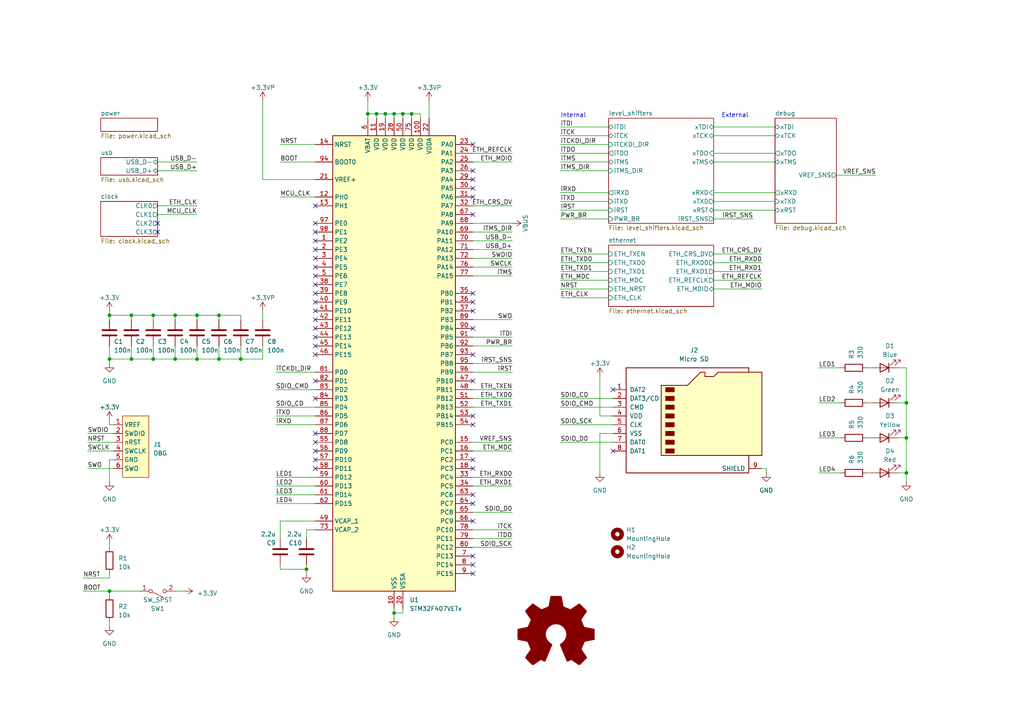
<source format=kicad_sch>
(kicad_sch (version 20230121) (generator eeschema)

  (uuid 0556e588-02fe-48e5-93e8-fa3aab1c90e7)

  (paper "A4")

  (title_block
    (title "net-bmp")
    (date "2023-11-11")
    (rev "b")
    (company "elagil")
  )

  (lib_symbols
    (symbol "Connector:Micro_SD_Card" (pin_names (offset 1.016)) (in_bom yes) (on_board yes)
      (property "Reference" "J" (at -16.51 15.24 0)
        (effects (font (size 1.27 1.27)))
      )
      (property "Value" "Micro_SD_Card" (at 16.51 15.24 0)
        (effects (font (size 1.27 1.27)) (justify right))
      )
      (property "Footprint" "" (at 29.21 7.62 0)
        (effects (font (size 1.27 1.27)) hide)
      )
      (property "Datasheet" "http://katalog.we-online.de/em/datasheet/693072010801.pdf" (at 0 0 0)
        (effects (font (size 1.27 1.27)) hide)
      )
      (property "ki_keywords" "connector SD microsd" (at 0 0 0)
        (effects (font (size 1.27 1.27)) hide)
      )
      (property "ki_description" "Micro SD Card Socket" (at 0 0 0)
        (effects (font (size 1.27 1.27)) hide)
      )
      (property "ki_fp_filters" "microSD*" (at 0 0 0)
        (effects (font (size 1.27 1.27)) hide)
      )
      (symbol "Micro_SD_Card_0_1"
        (rectangle (start -7.62 -9.525) (end -5.08 -10.795)
          (stroke (width 0) (type default))
          (fill (type outline))
        )
        (rectangle (start -7.62 -6.985) (end -5.08 -8.255)
          (stroke (width 0) (type default))
          (fill (type outline))
        )
        (rectangle (start -7.62 -4.445) (end -5.08 -5.715)
          (stroke (width 0) (type default))
          (fill (type outline))
        )
        (rectangle (start -7.62 -1.905) (end -5.08 -3.175)
          (stroke (width 0) (type default))
          (fill (type outline))
        )
        (rectangle (start -7.62 0.635) (end -5.08 -0.635)
          (stroke (width 0) (type default))
          (fill (type outline))
        )
        (rectangle (start -7.62 3.175) (end -5.08 1.905)
          (stroke (width 0) (type default))
          (fill (type outline))
        )
        (rectangle (start -7.62 5.715) (end -5.08 4.445)
          (stroke (width 0) (type default))
          (fill (type outline))
        )
        (rectangle (start -7.62 8.255) (end -5.08 6.985)
          (stroke (width 0) (type default))
          (fill (type outline))
        )
        (polyline
          (pts
            (xy 16.51 12.7)
            (xy 16.51 13.97)
            (xy -19.05 13.97)
            (xy -19.05 -16.51)
            (xy 16.51 -16.51)
            (xy 16.51 -11.43)
          )
          (stroke (width 0.254) (type default))
          (fill (type none))
        )
        (polyline
          (pts
            (xy -8.89 -11.43)
            (xy -8.89 8.89)
            (xy -1.27 8.89)
            (xy 2.54 12.7)
            (xy 3.81 12.7)
            (xy 3.81 11.43)
            (xy 6.35 11.43)
            (xy 7.62 12.7)
            (xy 20.32 12.7)
            (xy 20.32 -11.43)
            (xy -8.89 -11.43)
          )
          (stroke (width 0.254) (type default))
          (fill (type background))
        )
      )
      (symbol "Micro_SD_Card_1_1"
        (pin bidirectional line (at -22.86 7.62 0) (length 3.81)
          (name "DAT2" (effects (font (size 1.27 1.27))))
          (number "1" (effects (font (size 1.27 1.27))))
        )
        (pin bidirectional line (at -22.86 5.08 0) (length 3.81)
          (name "DAT3/CD" (effects (font (size 1.27 1.27))))
          (number "2" (effects (font (size 1.27 1.27))))
        )
        (pin input line (at -22.86 2.54 0) (length 3.81)
          (name "CMD" (effects (font (size 1.27 1.27))))
          (number "3" (effects (font (size 1.27 1.27))))
        )
        (pin power_in line (at -22.86 0 0) (length 3.81)
          (name "VDD" (effects (font (size 1.27 1.27))))
          (number "4" (effects (font (size 1.27 1.27))))
        )
        (pin input line (at -22.86 -2.54 0) (length 3.81)
          (name "CLK" (effects (font (size 1.27 1.27))))
          (number "5" (effects (font (size 1.27 1.27))))
        )
        (pin power_in line (at -22.86 -5.08 0) (length 3.81)
          (name "VSS" (effects (font (size 1.27 1.27))))
          (number "6" (effects (font (size 1.27 1.27))))
        )
        (pin bidirectional line (at -22.86 -7.62 0) (length 3.81)
          (name "DAT0" (effects (font (size 1.27 1.27))))
          (number "7" (effects (font (size 1.27 1.27))))
        )
        (pin bidirectional line (at -22.86 -10.16 0) (length 3.81)
          (name "DAT1" (effects (font (size 1.27 1.27))))
          (number "8" (effects (font (size 1.27 1.27))))
        )
        (pin passive line (at 20.32 -15.24 180) (length 3.81)
          (name "SHIELD" (effects (font (size 1.27 1.27))))
          (number "9" (effects (font (size 1.27 1.27))))
        )
      )
    )
    (symbol "Connectors_Debug:REDFIT_SWD_6" (in_bom yes) (on_board yes)
      (property "Reference" "J" (at 0 -17.78 0)
        (effects (font (size 1.27 1.27)))
      )
      (property "Value" "REDFIT_SWD_6" (at 0 6.35 0)
        (effects (font (size 1.27 1.27)))
      )
      (property "Footprint" "" (at 6.35 0 0)
        (effects (font (size 1.27 1.27)) hide)
      )
      (property "Datasheet" "" (at 6.35 0 0)
        (effects (font (size 1.27 1.27)) hide)
      )
      (symbol "REDFIT_SWD_6_0_1"
        (rectangle (start 3.81 2.54) (end -3.81 -15.24)
          (stroke (width 0) (type default))
          (fill (type background))
        )
      )
      (symbol "REDFIT_SWD_6_1_1"
        (pin passive line (at 6.35 0 180) (length 2.54)
          (name "VREF" (effects (font (size 1.27 1.27))))
          (number "1" (effects (font (size 1.27 1.27))))
        )
        (pin bidirectional line (at 6.35 -2.54 180) (length 2.54)
          (name "SWDIO" (effects (font (size 1.27 1.27))))
          (number "2" (effects (font (size 1.27 1.27))))
        )
        (pin bidirectional line (at 6.35 -5.08 180) (length 2.54)
          (name "nRST" (effects (font (size 1.27 1.27))))
          (number "3" (effects (font (size 1.27 1.27))))
        )
        (pin bidirectional line (at 6.35 -7.62 180) (length 2.54)
          (name "SWCLK" (effects (font (size 1.27 1.27))))
          (number "4" (effects (font (size 1.27 1.27))))
        )
        (pin power_in line (at 6.35 -10.16 180) (length 2.54)
          (name "GND" (effects (font (size 1.27 1.27))))
          (number "5" (effects (font (size 1.27 1.27))))
        )
        (pin bidirectional line (at 6.35 -12.7 180) (length 2.54)
          (name "SWO" (effects (font (size 1.27 1.27))))
          (number "6" (effects (font (size 1.27 1.27))))
        )
      )
    )
    (symbol "Device:C" (pin_numbers hide) (pin_names (offset 0.254)) (in_bom yes) (on_board yes)
      (property "Reference" "C" (at 0.635 2.54 0)
        (effects (font (size 1.27 1.27)) (justify left))
      )
      (property "Value" "C" (at 0.635 -2.54 0)
        (effects (font (size 1.27 1.27)) (justify left))
      )
      (property "Footprint" "" (at 0.9652 -3.81 0)
        (effects (font (size 1.27 1.27)) hide)
      )
      (property "Datasheet" "~" (at 0 0 0)
        (effects (font (size 1.27 1.27)) hide)
      )
      (property "ki_keywords" "cap capacitor" (at 0 0 0)
        (effects (font (size 1.27 1.27)) hide)
      )
      (property "ki_description" "Unpolarized capacitor" (at 0 0 0)
        (effects (font (size 1.27 1.27)) hide)
      )
      (property "ki_fp_filters" "C_*" (at 0 0 0)
        (effects (font (size 1.27 1.27)) hide)
      )
      (symbol "C_0_1"
        (polyline
          (pts
            (xy -2.032 -0.762)
            (xy 2.032 -0.762)
          )
          (stroke (width 0.508) (type default))
          (fill (type none))
        )
        (polyline
          (pts
            (xy -2.032 0.762)
            (xy 2.032 0.762)
          )
          (stroke (width 0.508) (type default))
          (fill (type none))
        )
      )
      (symbol "C_1_1"
        (pin passive line (at 0 3.81 270) (length 2.794)
          (name "~" (effects (font (size 1.27 1.27))))
          (number "1" (effects (font (size 1.27 1.27))))
        )
        (pin passive line (at 0 -3.81 90) (length 2.794)
          (name "~" (effects (font (size 1.27 1.27))))
          (number "2" (effects (font (size 1.27 1.27))))
        )
      )
    )
    (symbol "Device:LED" (pin_numbers hide) (pin_names (offset 1.016) hide) (in_bom yes) (on_board yes)
      (property "Reference" "D" (at 0 2.54 0)
        (effects (font (size 1.27 1.27)))
      )
      (property "Value" "LED" (at 0 -2.54 0)
        (effects (font (size 1.27 1.27)))
      )
      (property "Footprint" "" (at 0 0 0)
        (effects (font (size 1.27 1.27)) hide)
      )
      (property "Datasheet" "~" (at 0 0 0)
        (effects (font (size 1.27 1.27)) hide)
      )
      (property "ki_keywords" "LED diode" (at 0 0 0)
        (effects (font (size 1.27 1.27)) hide)
      )
      (property "ki_description" "Light emitting diode" (at 0 0 0)
        (effects (font (size 1.27 1.27)) hide)
      )
      (property "ki_fp_filters" "LED* LED_SMD:* LED_THT:*" (at 0 0 0)
        (effects (font (size 1.27 1.27)) hide)
      )
      (symbol "LED_0_1"
        (polyline
          (pts
            (xy -1.27 -1.27)
            (xy -1.27 1.27)
          )
          (stroke (width 0.254) (type default))
          (fill (type none))
        )
        (polyline
          (pts
            (xy -1.27 0)
            (xy 1.27 0)
          )
          (stroke (width 0) (type default))
          (fill (type none))
        )
        (polyline
          (pts
            (xy 1.27 -1.27)
            (xy 1.27 1.27)
            (xy -1.27 0)
            (xy 1.27 -1.27)
          )
          (stroke (width 0.254) (type default))
          (fill (type none))
        )
        (polyline
          (pts
            (xy -3.048 -0.762)
            (xy -4.572 -2.286)
            (xy -3.81 -2.286)
            (xy -4.572 -2.286)
            (xy -4.572 -1.524)
          )
          (stroke (width 0) (type default))
          (fill (type none))
        )
        (polyline
          (pts
            (xy -1.778 -0.762)
            (xy -3.302 -2.286)
            (xy -2.54 -2.286)
            (xy -3.302 -2.286)
            (xy -3.302 -1.524)
          )
          (stroke (width 0) (type default))
          (fill (type none))
        )
      )
      (symbol "LED_1_1"
        (pin passive line (at -3.81 0 0) (length 2.54)
          (name "K" (effects (font (size 1.27 1.27))))
          (number "1" (effects (font (size 1.27 1.27))))
        )
        (pin passive line (at 3.81 0 180) (length 2.54)
          (name "A" (effects (font (size 1.27 1.27))))
          (number "2" (effects (font (size 1.27 1.27))))
        )
      )
    )
    (symbol "Device:R" (pin_numbers hide) (pin_names (offset 0)) (in_bom yes) (on_board yes)
      (property "Reference" "R" (at 2.032 0 90)
        (effects (font (size 1.27 1.27)))
      )
      (property "Value" "R" (at 0 0 90)
        (effects (font (size 1.27 1.27)))
      )
      (property "Footprint" "" (at -1.778 0 90)
        (effects (font (size 1.27 1.27)) hide)
      )
      (property "Datasheet" "~" (at 0 0 0)
        (effects (font (size 1.27 1.27)) hide)
      )
      (property "ki_keywords" "R res resistor" (at 0 0 0)
        (effects (font (size 1.27 1.27)) hide)
      )
      (property "ki_description" "Resistor" (at 0 0 0)
        (effects (font (size 1.27 1.27)) hide)
      )
      (property "ki_fp_filters" "R_*" (at 0 0 0)
        (effects (font (size 1.27 1.27)) hide)
      )
      (symbol "R_0_1"
        (rectangle (start -1.016 -2.54) (end 1.016 2.54)
          (stroke (width 0.254) (type default))
          (fill (type none))
        )
      )
      (symbol "R_1_1"
        (pin passive line (at 0 3.81 270) (length 1.27)
          (name "~" (effects (font (size 1.27 1.27))))
          (number "1" (effects (font (size 1.27 1.27))))
        )
        (pin passive line (at 0 -3.81 90) (length 1.27)
          (name "~" (effects (font (size 1.27 1.27))))
          (number "2" (effects (font (size 1.27 1.27))))
        )
      )
    )
    (symbol "Graphic:Logo_Open_Hardware_Large" (in_bom no) (on_board no)
      (property "Reference" "#SYM" (at 0 12.7 0)
        (effects (font (size 1.27 1.27)) hide)
      )
      (property "Value" "Logo_Open_Hardware_Large" (at 0 -10.16 0)
        (effects (font (size 1.27 1.27)) hide)
      )
      (property "Footprint" "" (at 0 0 0)
        (effects (font (size 1.27 1.27)) hide)
      )
      (property "Datasheet" "~" (at 0 0 0)
        (effects (font (size 1.27 1.27)) hide)
      )
      (property "Sim.Enable" "0" (at 0 0 0)
        (effects (font (size 1.27 1.27)) hide)
      )
      (property "ki_keywords" "Logo" (at 0 0 0)
        (effects (font (size 1.27 1.27)) hide)
      )
      (property "ki_description" "Open Hardware logo, large" (at 0 0 0)
        (effects (font (size 1.27 1.27)) hide)
      )
      (symbol "Logo_Open_Hardware_Large_1_1"
        (polyline
          (pts
            (xy 6.731 -8.7122)
            (xy 6.6294 -8.6614)
            (xy 6.35 -8.4836)
            (xy 5.9944 -8.255)
            (xy 5.5372 -7.9502)
            (xy 5.1054 -7.6454)
            (xy 4.7498 -7.4168)
            (xy 4.4958 -7.239)
            (xy 4.3942 -7.1882)
            (xy 4.318 -7.2136)
            (xy 4.1148 -7.3152)
            (xy 3.81 -7.4676)
            (xy 3.6322 -7.5692)
            (xy 3.3528 -7.6708)
            (xy 3.2258 -7.6962)
            (xy 3.2004 -7.6708)
            (xy 3.0988 -7.4676)
            (xy 2.9464 -7.0866)
            (xy 2.7178 -6.604)
            (xy 2.4892 -6.0452)
            (xy 2.2352 -5.4356)
            (xy 1.9558 -4.826)
            (xy 1.7272 -4.2164)
            (xy 1.4986 -3.683)
            (xy 1.3208 -3.2512)
            (xy 1.2192 -2.9464)
            (xy 1.1684 -2.8194)
            (xy 1.1938 -2.794)
            (xy 1.3208 -2.667)
            (xy 1.5748 -2.4892)
            (xy 2.0828 -2.0574)
            (xy 2.6162 -1.397)
            (xy 2.921 -0.6604)
            (xy 3.048 0.1524)
            (xy 2.9464 0.9144)
            (xy 2.6416 1.6256)
            (xy 2.1336 2.286)
            (xy 1.524 2.7686)
            (xy 0.8128 3.0734)
            (xy 0 3.175)
            (xy -0.762 3.0988)
            (xy -1.4986 2.794)
            (xy -2.159 2.286)
            (xy -2.4384 1.9812)
            (xy -2.8194 1.3208)
            (xy -3.048 0.6096)
            (xy -3.0734 0.4318)
            (xy -3.0226 -0.3556)
            (xy -2.794 -1.0922)
            (xy -2.3876 -1.7526)
            (xy -1.8288 -2.3114)
            (xy -1.7526 -2.3622)
            (xy -1.4732 -2.5654)
            (xy -1.2954 -2.6924)
            (xy -1.1684 -2.8194)
            (xy -2.159 -5.207)
            (xy -2.3114 -5.588)
            (xy -2.5908 -6.2484)
            (xy -2.8194 -6.8072)
            (xy -3.0226 -7.2644)
            (xy -3.1496 -7.5692)
            (xy -3.2258 -7.6708)
            (xy -3.2258 -7.6962)
            (xy -3.302 -7.6962)
            (xy -3.4798 -7.6454)
            (xy -3.8354 -7.4676)
            (xy -4.0386 -7.366)
            (xy -4.2926 -7.239)
            (xy -4.4196 -7.1882)
            (xy -4.5212 -7.239)
            (xy -4.7498 -7.3914)
            (xy -5.1054 -7.6454)
            (xy -5.5372 -7.9248)
            (xy -5.9436 -8.2042)
            (xy -6.3246 -8.4582)
            (xy -6.604 -8.636)
            (xy -6.731 -8.7122)
            (xy -6.7564 -8.7122)
            (xy -6.858 -8.636)
            (xy -7.0866 -8.4582)
            (xy -7.4168 -8.1534)
            (xy -7.874 -7.6962)
            (xy -7.9502 -7.62)
            (xy -8.3312 -7.239)
            (xy -8.636 -6.9088)
            (xy -8.8392 -6.6802)
            (xy -8.9154 -6.5786)
            (xy -8.9154 -6.5786)
            (xy -8.8392 -6.4516)
            (xy -8.6614 -6.1722)
            (xy -8.4328 -5.7912)
            (xy -8.128 -5.3594)
            (xy -7.3152 -4.191)
            (xy -7.7724 -3.0988)
            (xy -7.8994 -2.7686)
            (xy -8.0772 -2.3622)
            (xy -8.2042 -2.0828)
            (xy -8.255 -1.9558)
            (xy -8.382 -1.905)
            (xy -8.6614 -1.8542)
            (xy -9.0932 -1.7526)
            (xy -9.6266 -1.651)
            (xy -10.1092 -1.5748)
            (xy -10.541 -1.4732)
            (xy -10.8712 -1.4224)
            (xy -11.0236 -1.397)
            (xy -11.049 -1.3716)
            (xy -11.0744 -1.2954)
            (xy -11.0998 -1.143)
            (xy -11.0998 -0.889)
            (xy -11.1252 -0.4572)
            (xy -11.1252 0.1524)
            (xy -11.1252 0.2286)
            (xy -11.0998 0.8128)
            (xy -11.0998 1.27)
            (xy -11.0744 1.5494)
            (xy -11.0744 1.6764)
            (xy -11.0744 1.6764)
            (xy -10.922 1.7018)
            (xy -10.6172 1.778)
            (xy -10.16 1.8542)
            (xy -9.652 1.9558)
            (xy -9.6012 1.9812)
            (xy -9.0932 2.0828)
            (xy -8.636 2.159)
            (xy -8.3312 2.2352)
            (xy -8.2042 2.286)
            (xy -8.1788 2.3114)
            (xy -8.0772 2.5146)
            (xy -7.9248 2.8448)
            (xy -7.747 3.2512)
            (xy -7.5692 3.6576)
            (xy -7.4168 4.0386)
            (xy -7.3152 4.318)
            (xy -7.2898 4.445)
            (xy -7.2898 4.445)
            (xy -7.366 4.572)
            (xy -7.5438 4.826)
            (xy -7.7978 5.207)
            (xy -8.128 5.6642)
            (xy -8.128 5.6896)
            (xy -8.4328 6.1468)
            (xy -8.6868 6.5278)
            (xy -8.8392 6.7818)
            (xy -8.9154 6.9088)
            (xy -8.9154 6.9088)
            (xy -8.8138 7.0358)
            (xy -8.5852 7.2898)
            (xy -8.255 7.6454)
            (xy -7.874 8.0264)
            (xy -7.747 8.1534)
            (xy -7.3152 8.5852)
            (xy -7.0104 8.8646)
            (xy -6.8326 8.9916)
            (xy -6.731 9.0424)
            (xy -6.731 9.0424)
            (xy -6.604 8.9408)
            (xy -6.3246 8.763)
            (xy -5.9436 8.509)
            (xy -5.4864 8.2042)
            (xy -5.461 8.1788)
            (xy -5.0038 7.874)
            (xy -4.6482 7.62)
            (xy -4.3688 7.4422)
            (xy -4.2672 7.3914)
            (xy -4.2418 7.3914)
            (xy -4.064 7.4422)
            (xy -3.7338 7.5438)
            (xy -3.3528 7.6962)
            (xy -2.9464 7.874)
            (xy -2.5654 8.0264)
            (xy -2.286 8.1534)
            (xy -2.159 8.2296)
            (xy -2.159 8.2296)
            (xy -2.1082 8.382)
            (xy -2.032 8.7122)
            (xy -1.9304 9.1694)
            (xy -1.8288 9.7282)
            (xy -1.8034 9.8044)
            (xy -1.7018 10.3378)
            (xy -1.6256 10.7696)
            (xy -1.5748 11.0744)
            (xy -1.524 11.2014)
            (xy -1.4478 11.2268)
            (xy -1.1938 11.2522)
            (xy -0.8128 11.2522)
            (xy -0.3302 11.2522)
            (xy 0.1524 11.2522)
            (xy 0.6604 11.2522)
            (xy 1.0668 11.2268)
            (xy 1.3716 11.2014)
            (xy 1.4986 11.176)
            (xy 1.4986 11.176)
            (xy 1.5494 11.0236)
            (xy 1.6256 10.6934)
            (xy 1.7018 10.2108)
            (xy 1.8288 9.6774)
            (xy 1.8288 9.5758)
            (xy 1.9304 9.0424)
            (xy 2.032 8.6106)
            (xy 2.0828 8.3058)
            (xy 2.1336 8.2042)
            (xy 2.159 8.1788)
            (xy 2.3876 8.0772)
            (xy 2.7432 7.9248)
            (xy 3.175 7.747)
            (xy 4.191 7.3406)
            (xy 5.461 8.2042)
            (xy 5.5626 8.2804)
            (xy 6.0198 8.5852)
            (xy 6.3754 8.8392)
            (xy 6.6294 8.9916)
            (xy 6.7564 9.0424)
            (xy 6.7564 9.0424)
            (xy 6.8834 8.9408)
            (xy 7.1374 8.7122)
            (xy 7.4676 8.382)
            (xy 7.8486 7.9756)
            (xy 8.1534 7.6962)
            (xy 8.4836 7.3406)
            (xy 8.7122 7.112)
            (xy 8.8392 6.9596)
            (xy 8.8646 6.858)
            (xy 8.8646 6.8072)
            (xy 8.7884 6.6802)
            (xy 8.6106 6.4008)
            (xy 8.3312 6.0198)
            (xy 8.0264 5.588)
            (xy 7.7978 5.207)
            (xy 7.5184 4.8006)
            (xy 7.3406 4.4958)
            (xy 7.2898 4.3434)
            (xy 7.2898 4.2926)
            (xy 7.3914 4.0386)
            (xy 7.5184 3.683)
            (xy 7.7216 3.2258)
            (xy 8.1534 2.2352)
            (xy 8.7884 2.1082)
            (xy 9.1948 2.0574)
            (xy 9.7536 1.9304)
            (xy 10.2616 1.8288)
            (xy 11.0998 1.6764)
            (xy 11.1252 -1.3208)
            (xy 10.9982 -1.3716)
            (xy 10.8712 -1.397)
            (xy 10.5664 -1.4732)
            (xy 10.1346 -1.5494)
            (xy 9.6266 -1.651)
            (xy 9.1948 -1.7272)
            (xy 8.7376 -1.8288)
            (xy 8.4328 -1.8796)
            (xy 8.2804 -1.905)
            (xy 8.255 -1.9558)
            (xy 8.1534 -2.159)
            (xy 7.9756 -2.5146)
            (xy 7.8232 -2.921)
            (xy 7.6454 -3.3274)
            (xy 7.493 -3.7338)
            (xy 7.366 -4.0132)
            (xy 7.3406 -4.191)
            (xy 7.3914 -4.2926)
            (xy 7.5692 -4.5466)
            (xy 7.7978 -4.9276)
            (xy 8.1026 -5.3594)
            (xy 8.4074 -5.7912)
            (xy 8.6614 -6.1722)
            (xy 8.8138 -6.4262)
            (xy 8.89 -6.5532)
            (xy 8.8646 -6.6548)
            (xy 8.6868 -6.858)
            (xy 8.3566 -7.1882)
            (xy 7.874 -7.6708)
            (xy 7.7978 -7.747)
            (xy 7.3914 -8.128)
            (xy 7.0612 -8.4328)
            (xy 6.8326 -8.636)
            (xy 6.731 -8.7122)
          )
          (stroke (width 0) (type default))
          (fill (type outline))
        )
      )
    )
    (symbol "MCU_ST_STM32F4:STM32F407VETx" (in_bom yes) (on_board yes)
      (property "Reference" "U" (at -17.78 67.31 0)
        (effects (font (size 1.27 1.27)) (justify left))
      )
      (property "Value" "STM32F407VETx" (at 12.7 67.31 0)
        (effects (font (size 1.27 1.27)) (justify left))
      )
      (property "Footprint" "Package_QFP:LQFP-100_14x14mm_P0.5mm" (at -17.78 -66.04 0)
        (effects (font (size 1.27 1.27)) (justify right) hide)
      )
      (property "Datasheet" "https://www.st.com/resource/en/datasheet/stm32f407ve.pdf" (at 0 0 0)
        (effects (font (size 1.27 1.27)) hide)
      )
      (property "ki_locked" "" (at 0 0 0)
        (effects (font (size 1.27 1.27)))
      )
      (property "ki_keywords" "Arm Cortex-M4 STM32F4 STM32F407/417" (at 0 0 0)
        (effects (font (size 1.27 1.27)) hide)
      )
      (property "ki_description" "STMicroelectronics Arm Cortex-M4 MCU, 512KB flash, 192KB RAM, 168 MHz, 1.8-3.6V, 82 GPIO, LQFP100" (at 0 0 0)
        (effects (font (size 1.27 1.27)) hide)
      )
      (property "ki_fp_filters" "LQFP*14x14mm*P0.5mm*" (at 0 0 0)
        (effects (font (size 1.27 1.27)) hide)
      )
      (symbol "STM32F407VETx_0_1"
        (rectangle (start -17.78 -66.04) (end 17.78 66.04)
          (stroke (width 0.254) (type default))
          (fill (type background))
        )
      )
      (symbol "STM32F407VETx_1_1"
        (pin bidirectional line (at -22.86 35.56 0) (length 5.08)
          (name "PE2" (effects (font (size 1.27 1.27))))
          (number "1" (effects (font (size 1.27 1.27))))
          (alternate "ETH_TXD3" bidirectional line)
          (alternate "FSMC_A23" bidirectional line)
          (alternate "SYS_TRACECLK" bidirectional line)
        )
        (pin power_in line (at 0 -71.12 90) (length 5.08)
          (name "VSS" (effects (font (size 1.27 1.27))))
          (number "10" (effects (font (size 1.27 1.27))))
        )
        (pin power_in line (at 7.62 71.12 270) (length 5.08)
          (name "VDD" (effects (font (size 1.27 1.27))))
          (number "100" (effects (font (size 1.27 1.27))))
        )
        (pin power_in line (at -5.08 71.12 270) (length 5.08)
          (name "VDD" (effects (font (size 1.27 1.27))))
          (number "11" (effects (font (size 1.27 1.27))))
        )
        (pin bidirectional line (at -22.86 48.26 0) (length 5.08)
          (name "PH0" (effects (font (size 1.27 1.27))))
          (number "12" (effects (font (size 1.27 1.27))))
          (alternate "RCC_OSC_IN" bidirectional line)
        )
        (pin bidirectional line (at -22.86 45.72 0) (length 5.08)
          (name "PH1" (effects (font (size 1.27 1.27))))
          (number "13" (effects (font (size 1.27 1.27))))
          (alternate "RCC_OSC_OUT" bidirectional line)
        )
        (pin input line (at -22.86 63.5 0) (length 5.08)
          (name "NRST" (effects (font (size 1.27 1.27))))
          (number "14" (effects (font (size 1.27 1.27))))
        )
        (pin bidirectional line (at 22.86 -22.86 180) (length 5.08)
          (name "PC0" (effects (font (size 1.27 1.27))))
          (number "15" (effects (font (size 1.27 1.27))))
          (alternate "ADC1_IN10" bidirectional line)
          (alternate "ADC2_IN10" bidirectional line)
          (alternate "ADC3_IN10" bidirectional line)
          (alternate "USB_OTG_HS_ULPI_STP" bidirectional line)
        )
        (pin bidirectional line (at 22.86 -25.4 180) (length 5.08)
          (name "PC1" (effects (font (size 1.27 1.27))))
          (number "16" (effects (font (size 1.27 1.27))))
          (alternate "ADC1_IN11" bidirectional line)
          (alternate "ADC2_IN11" bidirectional line)
          (alternate "ADC3_IN11" bidirectional line)
          (alternate "ETH_MDC" bidirectional line)
        )
        (pin bidirectional line (at 22.86 -27.94 180) (length 5.08)
          (name "PC2" (effects (font (size 1.27 1.27))))
          (number "17" (effects (font (size 1.27 1.27))))
          (alternate "ADC1_IN12" bidirectional line)
          (alternate "ADC2_IN12" bidirectional line)
          (alternate "ADC3_IN12" bidirectional line)
          (alternate "ETH_TXD2" bidirectional line)
          (alternate "I2S2_ext_SD" bidirectional line)
          (alternate "SPI2_MISO" bidirectional line)
          (alternate "USB_OTG_HS_ULPI_DIR" bidirectional line)
        )
        (pin bidirectional line (at 22.86 -30.48 180) (length 5.08)
          (name "PC3" (effects (font (size 1.27 1.27))))
          (number "18" (effects (font (size 1.27 1.27))))
          (alternate "ADC1_IN13" bidirectional line)
          (alternate "ADC2_IN13" bidirectional line)
          (alternate "ADC3_IN13" bidirectional line)
          (alternate "ETH_TX_CLK" bidirectional line)
          (alternate "I2S2_SD" bidirectional line)
          (alternate "SPI2_MOSI" bidirectional line)
          (alternate "USB_OTG_HS_ULPI_NXT" bidirectional line)
        )
        (pin power_in line (at -2.54 71.12 270) (length 5.08)
          (name "VDD" (effects (font (size 1.27 1.27))))
          (number "19" (effects (font (size 1.27 1.27))))
        )
        (pin bidirectional line (at -22.86 33.02 0) (length 5.08)
          (name "PE3" (effects (font (size 1.27 1.27))))
          (number "2" (effects (font (size 1.27 1.27))))
          (alternate "FSMC_A19" bidirectional line)
          (alternate "SYS_TRACED0" bidirectional line)
        )
        (pin power_in line (at 2.54 -71.12 90) (length 5.08)
          (name "VSSA" (effects (font (size 1.27 1.27))))
          (number "20" (effects (font (size 1.27 1.27))))
        )
        (pin input line (at -22.86 53.34 0) (length 5.08)
          (name "VREF+" (effects (font (size 1.27 1.27))))
          (number "21" (effects (font (size 1.27 1.27))))
        )
        (pin power_in line (at 10.16 71.12 270) (length 5.08)
          (name "VDDA" (effects (font (size 1.27 1.27))))
          (number "22" (effects (font (size 1.27 1.27))))
        )
        (pin bidirectional line (at 22.86 63.5 180) (length 5.08)
          (name "PA0" (effects (font (size 1.27 1.27))))
          (number "23" (effects (font (size 1.27 1.27))))
          (alternate "ADC1_IN0" bidirectional line)
          (alternate "ADC2_IN0" bidirectional line)
          (alternate "ADC3_IN0" bidirectional line)
          (alternate "ETH_CRS" bidirectional line)
          (alternate "SYS_WKUP" bidirectional line)
          (alternate "TIM2_CH1" bidirectional line)
          (alternate "TIM2_ETR" bidirectional line)
          (alternate "TIM5_CH1" bidirectional line)
          (alternate "TIM8_ETR" bidirectional line)
          (alternate "UART4_TX" bidirectional line)
          (alternate "USART2_CTS" bidirectional line)
        )
        (pin bidirectional line (at 22.86 60.96 180) (length 5.08)
          (name "PA1" (effects (font (size 1.27 1.27))))
          (number "24" (effects (font (size 1.27 1.27))))
          (alternate "ADC1_IN1" bidirectional line)
          (alternate "ADC2_IN1" bidirectional line)
          (alternate "ADC3_IN1" bidirectional line)
          (alternate "ETH_REF_CLK" bidirectional line)
          (alternate "ETH_RX_CLK" bidirectional line)
          (alternate "TIM2_CH2" bidirectional line)
          (alternate "TIM5_CH2" bidirectional line)
          (alternate "UART4_RX" bidirectional line)
          (alternate "USART2_RTS" bidirectional line)
        )
        (pin bidirectional line (at 22.86 58.42 180) (length 5.08)
          (name "PA2" (effects (font (size 1.27 1.27))))
          (number "25" (effects (font (size 1.27 1.27))))
          (alternate "ADC1_IN2" bidirectional line)
          (alternate "ADC2_IN2" bidirectional line)
          (alternate "ADC3_IN2" bidirectional line)
          (alternate "ETH_MDIO" bidirectional line)
          (alternate "TIM2_CH3" bidirectional line)
          (alternate "TIM5_CH3" bidirectional line)
          (alternate "TIM9_CH1" bidirectional line)
          (alternate "USART2_TX" bidirectional line)
        )
        (pin bidirectional line (at 22.86 55.88 180) (length 5.08)
          (name "PA3" (effects (font (size 1.27 1.27))))
          (number "26" (effects (font (size 1.27 1.27))))
          (alternate "ADC1_IN3" bidirectional line)
          (alternate "ADC2_IN3" bidirectional line)
          (alternate "ADC3_IN3" bidirectional line)
          (alternate "ETH_COL" bidirectional line)
          (alternate "TIM2_CH4" bidirectional line)
          (alternate "TIM5_CH4" bidirectional line)
          (alternate "TIM9_CH2" bidirectional line)
          (alternate "USART2_RX" bidirectional line)
          (alternate "USB_OTG_HS_ULPI_D0" bidirectional line)
        )
        (pin passive line (at 0 -71.12 90) (length 5.08) hide
          (name "VSS" (effects (font (size 1.27 1.27))))
          (number "27" (effects (font (size 1.27 1.27))))
        )
        (pin power_in line (at 0 71.12 270) (length 5.08)
          (name "VDD" (effects (font (size 1.27 1.27))))
          (number "28" (effects (font (size 1.27 1.27))))
        )
        (pin bidirectional line (at 22.86 53.34 180) (length 5.08)
          (name "PA4" (effects (font (size 1.27 1.27))))
          (number "29" (effects (font (size 1.27 1.27))))
          (alternate "ADC1_IN4" bidirectional line)
          (alternate "ADC2_IN4" bidirectional line)
          (alternate "DAC_OUT1" bidirectional line)
          (alternate "DCMI_HSYNC" bidirectional line)
          (alternate "I2S3_WS" bidirectional line)
          (alternate "SPI1_NSS" bidirectional line)
          (alternate "SPI3_NSS" bidirectional line)
          (alternate "USART2_CK" bidirectional line)
          (alternate "USB_OTG_HS_SOF" bidirectional line)
        )
        (pin bidirectional line (at -22.86 30.48 0) (length 5.08)
          (name "PE4" (effects (font (size 1.27 1.27))))
          (number "3" (effects (font (size 1.27 1.27))))
          (alternate "DCMI_D4" bidirectional line)
          (alternate "FSMC_A20" bidirectional line)
          (alternate "SYS_TRACED1" bidirectional line)
        )
        (pin bidirectional line (at 22.86 50.8 180) (length 5.08)
          (name "PA5" (effects (font (size 1.27 1.27))))
          (number "30" (effects (font (size 1.27 1.27))))
          (alternate "ADC1_IN5" bidirectional line)
          (alternate "ADC2_IN5" bidirectional line)
          (alternate "DAC_OUT2" bidirectional line)
          (alternate "SPI1_SCK" bidirectional line)
          (alternate "TIM2_CH1" bidirectional line)
          (alternate "TIM2_ETR" bidirectional line)
          (alternate "TIM8_CH1N" bidirectional line)
          (alternate "USB_OTG_HS_ULPI_CK" bidirectional line)
        )
        (pin bidirectional line (at 22.86 48.26 180) (length 5.08)
          (name "PA6" (effects (font (size 1.27 1.27))))
          (number "31" (effects (font (size 1.27 1.27))))
          (alternate "ADC1_IN6" bidirectional line)
          (alternate "ADC2_IN6" bidirectional line)
          (alternate "DCMI_PIXCLK" bidirectional line)
          (alternate "SPI1_MISO" bidirectional line)
          (alternate "TIM13_CH1" bidirectional line)
          (alternate "TIM1_BKIN" bidirectional line)
          (alternate "TIM3_CH1" bidirectional line)
          (alternate "TIM8_BKIN" bidirectional line)
        )
        (pin bidirectional line (at 22.86 45.72 180) (length 5.08)
          (name "PA7" (effects (font (size 1.27 1.27))))
          (number "32" (effects (font (size 1.27 1.27))))
          (alternate "ADC1_IN7" bidirectional line)
          (alternate "ADC2_IN7" bidirectional line)
          (alternate "ETH_CRS_DV" bidirectional line)
          (alternate "ETH_RX_DV" bidirectional line)
          (alternate "SPI1_MOSI" bidirectional line)
          (alternate "TIM14_CH1" bidirectional line)
          (alternate "TIM1_CH1N" bidirectional line)
          (alternate "TIM3_CH2" bidirectional line)
          (alternate "TIM8_CH1N" bidirectional line)
        )
        (pin bidirectional line (at 22.86 -33.02 180) (length 5.08)
          (name "PC4" (effects (font (size 1.27 1.27))))
          (number "33" (effects (font (size 1.27 1.27))))
          (alternate "ADC1_IN14" bidirectional line)
          (alternate "ADC2_IN14" bidirectional line)
          (alternate "ETH_RXD0" bidirectional line)
        )
        (pin bidirectional line (at 22.86 -35.56 180) (length 5.08)
          (name "PC5" (effects (font (size 1.27 1.27))))
          (number "34" (effects (font (size 1.27 1.27))))
          (alternate "ADC1_IN15" bidirectional line)
          (alternate "ADC2_IN15" bidirectional line)
          (alternate "ETH_RXD1" bidirectional line)
        )
        (pin bidirectional line (at 22.86 20.32 180) (length 5.08)
          (name "PB0" (effects (font (size 1.27 1.27))))
          (number "35" (effects (font (size 1.27 1.27))))
          (alternate "ADC1_IN8" bidirectional line)
          (alternate "ADC2_IN8" bidirectional line)
          (alternate "ETH_RXD2" bidirectional line)
          (alternate "TIM1_CH2N" bidirectional line)
          (alternate "TIM3_CH3" bidirectional line)
          (alternate "TIM8_CH2N" bidirectional line)
          (alternate "USB_OTG_HS_ULPI_D1" bidirectional line)
        )
        (pin bidirectional line (at 22.86 17.78 180) (length 5.08)
          (name "PB1" (effects (font (size 1.27 1.27))))
          (number "36" (effects (font (size 1.27 1.27))))
          (alternate "ADC1_IN9" bidirectional line)
          (alternate "ADC2_IN9" bidirectional line)
          (alternate "ETH_RXD3" bidirectional line)
          (alternate "TIM1_CH3N" bidirectional line)
          (alternate "TIM3_CH4" bidirectional line)
          (alternate "TIM8_CH3N" bidirectional line)
          (alternate "USB_OTG_HS_ULPI_D2" bidirectional line)
        )
        (pin bidirectional line (at 22.86 15.24 180) (length 5.08)
          (name "PB2" (effects (font (size 1.27 1.27))))
          (number "37" (effects (font (size 1.27 1.27))))
        )
        (pin bidirectional line (at -22.86 22.86 0) (length 5.08)
          (name "PE7" (effects (font (size 1.27 1.27))))
          (number "38" (effects (font (size 1.27 1.27))))
          (alternate "FSMC_D4" bidirectional line)
          (alternate "FSMC_DA4" bidirectional line)
          (alternate "TIM1_ETR" bidirectional line)
        )
        (pin bidirectional line (at -22.86 20.32 0) (length 5.08)
          (name "PE8" (effects (font (size 1.27 1.27))))
          (number "39" (effects (font (size 1.27 1.27))))
          (alternate "FSMC_D5" bidirectional line)
          (alternate "FSMC_DA5" bidirectional line)
          (alternate "TIM1_CH1N" bidirectional line)
        )
        (pin bidirectional line (at -22.86 27.94 0) (length 5.08)
          (name "PE5" (effects (font (size 1.27 1.27))))
          (number "4" (effects (font (size 1.27 1.27))))
          (alternate "DCMI_D6" bidirectional line)
          (alternate "FSMC_A21" bidirectional line)
          (alternate "SYS_TRACED2" bidirectional line)
          (alternate "TIM9_CH1" bidirectional line)
        )
        (pin bidirectional line (at -22.86 17.78 0) (length 5.08)
          (name "PE9" (effects (font (size 1.27 1.27))))
          (number "40" (effects (font (size 1.27 1.27))))
          (alternate "DAC_EXTI9" bidirectional line)
          (alternate "FSMC_D6" bidirectional line)
          (alternate "FSMC_DA6" bidirectional line)
          (alternate "TIM1_CH1" bidirectional line)
        )
        (pin bidirectional line (at -22.86 15.24 0) (length 5.08)
          (name "PE10" (effects (font (size 1.27 1.27))))
          (number "41" (effects (font (size 1.27 1.27))))
          (alternate "FSMC_D7" bidirectional line)
          (alternate "FSMC_DA7" bidirectional line)
          (alternate "TIM1_CH2N" bidirectional line)
        )
        (pin bidirectional line (at -22.86 12.7 0) (length 5.08)
          (name "PE11" (effects (font (size 1.27 1.27))))
          (number "42" (effects (font (size 1.27 1.27))))
          (alternate "ADC1_EXTI11" bidirectional line)
          (alternate "ADC2_EXTI11" bidirectional line)
          (alternate "ADC3_EXTI11" bidirectional line)
          (alternate "FSMC_D8" bidirectional line)
          (alternate "FSMC_DA8" bidirectional line)
          (alternate "TIM1_CH2" bidirectional line)
        )
        (pin bidirectional line (at -22.86 10.16 0) (length 5.08)
          (name "PE12" (effects (font (size 1.27 1.27))))
          (number "43" (effects (font (size 1.27 1.27))))
          (alternate "FSMC_D9" bidirectional line)
          (alternate "FSMC_DA9" bidirectional line)
          (alternate "TIM1_CH3N" bidirectional line)
        )
        (pin bidirectional line (at -22.86 7.62 0) (length 5.08)
          (name "PE13" (effects (font (size 1.27 1.27))))
          (number "44" (effects (font (size 1.27 1.27))))
          (alternate "FSMC_D10" bidirectional line)
          (alternate "FSMC_DA10" bidirectional line)
          (alternate "TIM1_CH3" bidirectional line)
        )
        (pin bidirectional line (at -22.86 5.08 0) (length 5.08)
          (name "PE14" (effects (font (size 1.27 1.27))))
          (number "45" (effects (font (size 1.27 1.27))))
          (alternate "FSMC_D11" bidirectional line)
          (alternate "FSMC_DA11" bidirectional line)
          (alternate "TIM1_CH4" bidirectional line)
        )
        (pin bidirectional line (at -22.86 2.54 0) (length 5.08)
          (name "PE15" (effects (font (size 1.27 1.27))))
          (number "46" (effects (font (size 1.27 1.27))))
          (alternate "ADC1_EXTI15" bidirectional line)
          (alternate "ADC2_EXTI15" bidirectional line)
          (alternate "ADC3_EXTI15" bidirectional line)
          (alternate "FSMC_D12" bidirectional line)
          (alternate "FSMC_DA12" bidirectional line)
          (alternate "TIM1_BKIN" bidirectional line)
        )
        (pin bidirectional line (at 22.86 -5.08 180) (length 5.08)
          (name "PB10" (effects (font (size 1.27 1.27))))
          (number "47" (effects (font (size 1.27 1.27))))
          (alternate "ETH_RX_ER" bidirectional line)
          (alternate "I2C2_SCL" bidirectional line)
          (alternate "I2S2_CK" bidirectional line)
          (alternate "SPI2_SCK" bidirectional line)
          (alternate "TIM2_CH3" bidirectional line)
          (alternate "USART3_TX" bidirectional line)
          (alternate "USB_OTG_HS_ULPI_D3" bidirectional line)
        )
        (pin bidirectional line (at 22.86 -7.62 180) (length 5.08)
          (name "PB11" (effects (font (size 1.27 1.27))))
          (number "48" (effects (font (size 1.27 1.27))))
          (alternate "ADC1_EXTI11" bidirectional line)
          (alternate "ADC2_EXTI11" bidirectional line)
          (alternate "ADC3_EXTI11" bidirectional line)
          (alternate "ETH_TX_EN" bidirectional line)
          (alternate "I2C2_SDA" bidirectional line)
          (alternate "TIM2_CH4" bidirectional line)
          (alternate "USART3_RX" bidirectional line)
          (alternate "USB_OTG_HS_ULPI_D4" bidirectional line)
        )
        (pin power_out line (at -22.86 -45.72 0) (length 5.08)
          (name "VCAP_1" (effects (font (size 1.27 1.27))))
          (number "49" (effects (font (size 1.27 1.27))))
        )
        (pin bidirectional line (at -22.86 25.4 0) (length 5.08)
          (name "PE6" (effects (font (size 1.27 1.27))))
          (number "5" (effects (font (size 1.27 1.27))))
          (alternate "DCMI_D7" bidirectional line)
          (alternate "FSMC_A22" bidirectional line)
          (alternate "SYS_TRACED3" bidirectional line)
          (alternate "TIM9_CH2" bidirectional line)
        )
        (pin power_in line (at 2.54 71.12 270) (length 5.08)
          (name "VDD" (effects (font (size 1.27 1.27))))
          (number "50" (effects (font (size 1.27 1.27))))
        )
        (pin bidirectional line (at 22.86 -10.16 180) (length 5.08)
          (name "PB12" (effects (font (size 1.27 1.27))))
          (number "51" (effects (font (size 1.27 1.27))))
          (alternate "CAN2_RX" bidirectional line)
          (alternate "ETH_TXD0" bidirectional line)
          (alternate "I2C2_SMBA" bidirectional line)
          (alternate "I2S2_WS" bidirectional line)
          (alternate "SPI2_NSS" bidirectional line)
          (alternate "TIM1_BKIN" bidirectional line)
          (alternate "USART3_CK" bidirectional line)
          (alternate "USB_OTG_HS_ID" bidirectional line)
          (alternate "USB_OTG_HS_ULPI_D5" bidirectional line)
        )
        (pin bidirectional line (at 22.86 -12.7 180) (length 5.08)
          (name "PB13" (effects (font (size 1.27 1.27))))
          (number "52" (effects (font (size 1.27 1.27))))
          (alternate "CAN2_TX" bidirectional line)
          (alternate "ETH_TXD1" bidirectional line)
          (alternate "I2S2_CK" bidirectional line)
          (alternate "SPI2_SCK" bidirectional line)
          (alternate "TIM1_CH1N" bidirectional line)
          (alternate "USART3_CTS" bidirectional line)
          (alternate "USB_OTG_HS_ULPI_D6" bidirectional line)
          (alternate "USB_OTG_HS_VBUS" bidirectional line)
        )
        (pin bidirectional line (at 22.86 -15.24 180) (length 5.08)
          (name "PB14" (effects (font (size 1.27 1.27))))
          (number "53" (effects (font (size 1.27 1.27))))
          (alternate "I2S2_ext_SD" bidirectional line)
          (alternate "SPI2_MISO" bidirectional line)
          (alternate "TIM12_CH1" bidirectional line)
          (alternate "TIM1_CH2N" bidirectional line)
          (alternate "TIM8_CH2N" bidirectional line)
          (alternate "USART3_RTS" bidirectional line)
          (alternate "USB_OTG_HS_DM" bidirectional line)
        )
        (pin bidirectional line (at 22.86 -17.78 180) (length 5.08)
          (name "PB15" (effects (font (size 1.27 1.27))))
          (number "54" (effects (font (size 1.27 1.27))))
          (alternate "ADC1_EXTI15" bidirectional line)
          (alternate "ADC2_EXTI15" bidirectional line)
          (alternate "ADC3_EXTI15" bidirectional line)
          (alternate "I2S2_SD" bidirectional line)
          (alternate "RTC_REFIN" bidirectional line)
          (alternate "SPI2_MOSI" bidirectional line)
          (alternate "TIM12_CH2" bidirectional line)
          (alternate "TIM1_CH3N" bidirectional line)
          (alternate "TIM8_CH3N" bidirectional line)
          (alternate "USB_OTG_HS_DP" bidirectional line)
        )
        (pin bidirectional line (at -22.86 -22.86 0) (length 5.08)
          (name "PD8" (effects (font (size 1.27 1.27))))
          (number "55" (effects (font (size 1.27 1.27))))
          (alternate "FSMC_D13" bidirectional line)
          (alternate "FSMC_DA13" bidirectional line)
          (alternate "USART3_TX" bidirectional line)
        )
        (pin bidirectional line (at -22.86 -25.4 0) (length 5.08)
          (name "PD9" (effects (font (size 1.27 1.27))))
          (number "56" (effects (font (size 1.27 1.27))))
          (alternate "DAC_EXTI9" bidirectional line)
          (alternate "FSMC_D14" bidirectional line)
          (alternate "FSMC_DA14" bidirectional line)
          (alternate "USART3_RX" bidirectional line)
        )
        (pin bidirectional line (at -22.86 -27.94 0) (length 5.08)
          (name "PD10" (effects (font (size 1.27 1.27))))
          (number "57" (effects (font (size 1.27 1.27))))
          (alternate "FSMC_D15" bidirectional line)
          (alternate "FSMC_DA15" bidirectional line)
          (alternate "USART3_CK" bidirectional line)
        )
        (pin bidirectional line (at -22.86 -30.48 0) (length 5.08)
          (name "PD11" (effects (font (size 1.27 1.27))))
          (number "58" (effects (font (size 1.27 1.27))))
          (alternate "ADC1_EXTI11" bidirectional line)
          (alternate "ADC2_EXTI11" bidirectional line)
          (alternate "ADC3_EXTI11" bidirectional line)
          (alternate "FSMC_A16" bidirectional line)
          (alternate "FSMC_CLE" bidirectional line)
          (alternate "USART3_CTS" bidirectional line)
        )
        (pin bidirectional line (at -22.86 -33.02 0) (length 5.08)
          (name "PD12" (effects (font (size 1.27 1.27))))
          (number "59" (effects (font (size 1.27 1.27))))
          (alternate "FSMC_A17" bidirectional line)
          (alternate "FSMC_ALE" bidirectional line)
          (alternate "TIM4_CH1" bidirectional line)
          (alternate "USART3_RTS" bidirectional line)
        )
        (pin power_in line (at -7.62 71.12 270) (length 5.08)
          (name "VBAT" (effects (font (size 1.27 1.27))))
          (number "6" (effects (font (size 1.27 1.27))))
        )
        (pin bidirectional line (at -22.86 -35.56 0) (length 5.08)
          (name "PD13" (effects (font (size 1.27 1.27))))
          (number "60" (effects (font (size 1.27 1.27))))
          (alternate "FSMC_A18" bidirectional line)
          (alternate "TIM4_CH2" bidirectional line)
        )
        (pin bidirectional line (at -22.86 -38.1 0) (length 5.08)
          (name "PD14" (effects (font (size 1.27 1.27))))
          (number "61" (effects (font (size 1.27 1.27))))
          (alternate "FSMC_D0" bidirectional line)
          (alternate "FSMC_DA0" bidirectional line)
          (alternate "TIM4_CH3" bidirectional line)
        )
        (pin bidirectional line (at -22.86 -40.64 0) (length 5.08)
          (name "PD15" (effects (font (size 1.27 1.27))))
          (number "62" (effects (font (size 1.27 1.27))))
          (alternate "ADC1_EXTI15" bidirectional line)
          (alternate "ADC2_EXTI15" bidirectional line)
          (alternate "ADC3_EXTI15" bidirectional line)
          (alternate "FSMC_D1" bidirectional line)
          (alternate "FSMC_DA1" bidirectional line)
          (alternate "TIM4_CH4" bidirectional line)
        )
        (pin bidirectional line (at 22.86 -38.1 180) (length 5.08)
          (name "PC6" (effects (font (size 1.27 1.27))))
          (number "63" (effects (font (size 1.27 1.27))))
          (alternate "DCMI_D0" bidirectional line)
          (alternate "I2S2_MCK" bidirectional line)
          (alternate "SDIO_D6" bidirectional line)
          (alternate "TIM3_CH1" bidirectional line)
          (alternate "TIM8_CH1" bidirectional line)
          (alternate "USART6_TX" bidirectional line)
        )
        (pin bidirectional line (at 22.86 -40.64 180) (length 5.08)
          (name "PC7" (effects (font (size 1.27 1.27))))
          (number "64" (effects (font (size 1.27 1.27))))
          (alternate "DCMI_D1" bidirectional line)
          (alternate "I2S3_MCK" bidirectional line)
          (alternate "SDIO_D7" bidirectional line)
          (alternate "TIM3_CH2" bidirectional line)
          (alternate "TIM8_CH2" bidirectional line)
          (alternate "USART6_RX" bidirectional line)
        )
        (pin bidirectional line (at 22.86 -43.18 180) (length 5.08)
          (name "PC8" (effects (font (size 1.27 1.27))))
          (number "65" (effects (font (size 1.27 1.27))))
          (alternate "DCMI_D2" bidirectional line)
          (alternate "SDIO_D0" bidirectional line)
          (alternate "TIM3_CH3" bidirectional line)
          (alternate "TIM8_CH3" bidirectional line)
          (alternate "USART6_CK" bidirectional line)
        )
        (pin bidirectional line (at 22.86 -45.72 180) (length 5.08)
          (name "PC9" (effects (font (size 1.27 1.27))))
          (number "66" (effects (font (size 1.27 1.27))))
          (alternate "DAC_EXTI9" bidirectional line)
          (alternate "DCMI_D3" bidirectional line)
          (alternate "I2C3_SDA" bidirectional line)
          (alternate "I2S_CKIN" bidirectional line)
          (alternate "RCC_MCO_2" bidirectional line)
          (alternate "SDIO_D1" bidirectional line)
          (alternate "TIM3_CH4" bidirectional line)
          (alternate "TIM8_CH4" bidirectional line)
        )
        (pin bidirectional line (at 22.86 43.18 180) (length 5.08)
          (name "PA8" (effects (font (size 1.27 1.27))))
          (number "67" (effects (font (size 1.27 1.27))))
          (alternate "I2C3_SCL" bidirectional line)
          (alternate "RCC_MCO_1" bidirectional line)
          (alternate "TIM1_CH1" bidirectional line)
          (alternate "USART1_CK" bidirectional line)
          (alternate "USB_OTG_FS_SOF" bidirectional line)
        )
        (pin bidirectional line (at 22.86 40.64 180) (length 5.08)
          (name "PA9" (effects (font (size 1.27 1.27))))
          (number "68" (effects (font (size 1.27 1.27))))
          (alternate "DAC_EXTI9" bidirectional line)
          (alternate "DCMI_D0" bidirectional line)
          (alternate "I2C3_SMBA" bidirectional line)
          (alternate "TIM1_CH2" bidirectional line)
          (alternate "USART1_TX" bidirectional line)
          (alternate "USB_OTG_FS_VBUS" bidirectional line)
        )
        (pin bidirectional line (at 22.86 38.1 180) (length 5.08)
          (name "PA10" (effects (font (size 1.27 1.27))))
          (number "69" (effects (font (size 1.27 1.27))))
          (alternate "DCMI_D1" bidirectional line)
          (alternate "TIM1_CH3" bidirectional line)
          (alternate "USART1_RX" bidirectional line)
          (alternate "USB_OTG_FS_ID" bidirectional line)
        )
        (pin bidirectional line (at 22.86 -55.88 180) (length 5.08)
          (name "PC13" (effects (font (size 1.27 1.27))))
          (number "7" (effects (font (size 1.27 1.27))))
          (alternate "RTC_AF1" bidirectional line)
        )
        (pin bidirectional line (at 22.86 35.56 180) (length 5.08)
          (name "PA11" (effects (font (size 1.27 1.27))))
          (number "70" (effects (font (size 1.27 1.27))))
          (alternate "ADC1_EXTI11" bidirectional line)
          (alternate "ADC2_EXTI11" bidirectional line)
          (alternate "ADC3_EXTI11" bidirectional line)
          (alternate "CAN1_RX" bidirectional line)
          (alternate "TIM1_CH4" bidirectional line)
          (alternate "USART1_CTS" bidirectional line)
          (alternate "USB_OTG_FS_DM" bidirectional line)
        )
        (pin bidirectional line (at 22.86 33.02 180) (length 5.08)
          (name "PA12" (effects (font (size 1.27 1.27))))
          (number "71" (effects (font (size 1.27 1.27))))
          (alternate "CAN1_TX" bidirectional line)
          (alternate "TIM1_ETR" bidirectional line)
          (alternate "USART1_RTS" bidirectional line)
          (alternate "USB_OTG_FS_DP" bidirectional line)
        )
        (pin bidirectional line (at 22.86 30.48 180) (length 5.08)
          (name "PA13" (effects (font (size 1.27 1.27))))
          (number "72" (effects (font (size 1.27 1.27))))
          (alternate "SYS_JTMS-SWDIO" bidirectional line)
        )
        (pin power_out line (at -22.86 -48.26 0) (length 5.08)
          (name "VCAP_2" (effects (font (size 1.27 1.27))))
          (number "73" (effects (font (size 1.27 1.27))))
        )
        (pin passive line (at 0 -71.12 90) (length 5.08) hide
          (name "VSS" (effects (font (size 1.27 1.27))))
          (number "74" (effects (font (size 1.27 1.27))))
        )
        (pin power_in line (at 5.08 71.12 270) (length 5.08)
          (name "VDD" (effects (font (size 1.27 1.27))))
          (number "75" (effects (font (size 1.27 1.27))))
        )
        (pin bidirectional line (at 22.86 27.94 180) (length 5.08)
          (name "PA14" (effects (font (size 1.27 1.27))))
          (number "76" (effects (font (size 1.27 1.27))))
          (alternate "SYS_JTCK-SWCLK" bidirectional line)
        )
        (pin bidirectional line (at 22.86 25.4 180) (length 5.08)
          (name "PA15" (effects (font (size 1.27 1.27))))
          (number "77" (effects (font (size 1.27 1.27))))
          (alternate "ADC1_EXTI15" bidirectional line)
          (alternate "ADC2_EXTI15" bidirectional line)
          (alternate "ADC3_EXTI15" bidirectional line)
          (alternate "I2S3_WS" bidirectional line)
          (alternate "SPI1_NSS" bidirectional line)
          (alternate "SPI3_NSS" bidirectional line)
          (alternate "SYS_JTDI" bidirectional line)
          (alternate "TIM2_CH1" bidirectional line)
          (alternate "TIM2_ETR" bidirectional line)
        )
        (pin bidirectional line (at 22.86 -48.26 180) (length 5.08)
          (name "PC10" (effects (font (size 1.27 1.27))))
          (number "78" (effects (font (size 1.27 1.27))))
          (alternate "DCMI_D8" bidirectional line)
          (alternate "I2S3_CK" bidirectional line)
          (alternate "SDIO_D2" bidirectional line)
          (alternate "SPI3_SCK" bidirectional line)
          (alternate "UART4_TX" bidirectional line)
          (alternate "USART3_TX" bidirectional line)
        )
        (pin bidirectional line (at 22.86 -50.8 180) (length 5.08)
          (name "PC11" (effects (font (size 1.27 1.27))))
          (number "79" (effects (font (size 1.27 1.27))))
          (alternate "ADC1_EXTI11" bidirectional line)
          (alternate "ADC2_EXTI11" bidirectional line)
          (alternate "ADC3_EXTI11" bidirectional line)
          (alternate "DCMI_D4" bidirectional line)
          (alternate "I2S3_ext_SD" bidirectional line)
          (alternate "SDIO_D3" bidirectional line)
          (alternate "SPI3_MISO" bidirectional line)
          (alternate "UART4_RX" bidirectional line)
          (alternate "USART3_RX" bidirectional line)
        )
        (pin bidirectional line (at 22.86 -58.42 180) (length 5.08)
          (name "PC14" (effects (font (size 1.27 1.27))))
          (number "8" (effects (font (size 1.27 1.27))))
          (alternate "RCC_OSC32_IN" bidirectional line)
        )
        (pin bidirectional line (at 22.86 -53.34 180) (length 5.08)
          (name "PC12" (effects (font (size 1.27 1.27))))
          (number "80" (effects (font (size 1.27 1.27))))
          (alternate "DCMI_D9" bidirectional line)
          (alternate "I2S3_SD" bidirectional line)
          (alternate "SDIO_CK" bidirectional line)
          (alternate "SPI3_MOSI" bidirectional line)
          (alternate "UART5_TX" bidirectional line)
          (alternate "USART3_CK" bidirectional line)
        )
        (pin bidirectional line (at -22.86 -2.54 0) (length 5.08)
          (name "PD0" (effects (font (size 1.27 1.27))))
          (number "81" (effects (font (size 1.27 1.27))))
          (alternate "CAN1_RX" bidirectional line)
          (alternate "FSMC_D2" bidirectional line)
          (alternate "FSMC_DA2" bidirectional line)
        )
        (pin bidirectional line (at -22.86 -5.08 0) (length 5.08)
          (name "PD1" (effects (font (size 1.27 1.27))))
          (number "82" (effects (font (size 1.27 1.27))))
          (alternate "CAN1_TX" bidirectional line)
          (alternate "FSMC_D3" bidirectional line)
          (alternate "FSMC_DA3" bidirectional line)
        )
        (pin bidirectional line (at -22.86 -7.62 0) (length 5.08)
          (name "PD2" (effects (font (size 1.27 1.27))))
          (number "83" (effects (font (size 1.27 1.27))))
          (alternate "DCMI_D11" bidirectional line)
          (alternate "SDIO_CMD" bidirectional line)
          (alternate "TIM3_ETR" bidirectional line)
          (alternate "UART5_RX" bidirectional line)
        )
        (pin bidirectional line (at -22.86 -10.16 0) (length 5.08)
          (name "PD3" (effects (font (size 1.27 1.27))))
          (number "84" (effects (font (size 1.27 1.27))))
          (alternate "FSMC_CLK" bidirectional line)
          (alternate "USART2_CTS" bidirectional line)
        )
        (pin bidirectional line (at -22.86 -12.7 0) (length 5.08)
          (name "PD4" (effects (font (size 1.27 1.27))))
          (number "85" (effects (font (size 1.27 1.27))))
          (alternate "FSMC_NOE" bidirectional line)
          (alternate "USART2_RTS" bidirectional line)
        )
        (pin bidirectional line (at -22.86 -15.24 0) (length 5.08)
          (name "PD5" (effects (font (size 1.27 1.27))))
          (number "86" (effects (font (size 1.27 1.27))))
          (alternate "FSMC_NWE" bidirectional line)
          (alternate "USART2_TX" bidirectional line)
        )
        (pin bidirectional line (at -22.86 -17.78 0) (length 5.08)
          (name "PD6" (effects (font (size 1.27 1.27))))
          (number "87" (effects (font (size 1.27 1.27))))
          (alternate "FSMC_NWAIT" bidirectional line)
          (alternate "USART2_RX" bidirectional line)
        )
        (pin bidirectional line (at -22.86 -20.32 0) (length 5.08)
          (name "PD7" (effects (font (size 1.27 1.27))))
          (number "88" (effects (font (size 1.27 1.27))))
          (alternate "FSMC_NCE2" bidirectional line)
          (alternate "FSMC_NE1" bidirectional line)
          (alternate "USART2_CK" bidirectional line)
        )
        (pin bidirectional line (at 22.86 12.7 180) (length 5.08)
          (name "PB3" (effects (font (size 1.27 1.27))))
          (number "89" (effects (font (size 1.27 1.27))))
          (alternate "I2S3_CK" bidirectional line)
          (alternate "SPI1_SCK" bidirectional line)
          (alternate "SPI3_SCK" bidirectional line)
          (alternate "SYS_JTDO-SWO" bidirectional line)
          (alternate "TIM2_CH2" bidirectional line)
        )
        (pin bidirectional line (at 22.86 -60.96 180) (length 5.08)
          (name "PC15" (effects (font (size 1.27 1.27))))
          (number "9" (effects (font (size 1.27 1.27))))
          (alternate "ADC1_EXTI15" bidirectional line)
          (alternate "ADC2_EXTI15" bidirectional line)
          (alternate "ADC3_EXTI15" bidirectional line)
          (alternate "RCC_OSC32_OUT" bidirectional line)
        )
        (pin bidirectional line (at 22.86 10.16 180) (length 5.08)
          (name "PB4" (effects (font (size 1.27 1.27))))
          (number "90" (effects (font (size 1.27 1.27))))
          (alternate "I2S3_ext_SD" bidirectional line)
          (alternate "SPI1_MISO" bidirectional line)
          (alternate "SPI3_MISO" bidirectional line)
          (alternate "SYS_JTRST" bidirectional line)
          (alternate "TIM3_CH1" bidirectional line)
        )
        (pin bidirectional line (at 22.86 7.62 180) (length 5.08)
          (name "PB5" (effects (font (size 1.27 1.27))))
          (number "91" (effects (font (size 1.27 1.27))))
          (alternate "CAN2_RX" bidirectional line)
          (alternate "DCMI_D10" bidirectional line)
          (alternate "ETH_PPS_OUT" bidirectional line)
          (alternate "I2C1_SMBA" bidirectional line)
          (alternate "I2S3_SD" bidirectional line)
          (alternate "SPI1_MOSI" bidirectional line)
          (alternate "SPI3_MOSI" bidirectional line)
          (alternate "TIM3_CH2" bidirectional line)
          (alternate "USB_OTG_HS_ULPI_D7" bidirectional line)
        )
        (pin bidirectional line (at 22.86 5.08 180) (length 5.08)
          (name "PB6" (effects (font (size 1.27 1.27))))
          (number "92" (effects (font (size 1.27 1.27))))
          (alternate "CAN2_TX" bidirectional line)
          (alternate "DCMI_D5" bidirectional line)
          (alternate "I2C1_SCL" bidirectional line)
          (alternate "TIM4_CH1" bidirectional line)
          (alternate "USART1_TX" bidirectional line)
        )
        (pin bidirectional line (at 22.86 2.54 180) (length 5.08)
          (name "PB7" (effects (font (size 1.27 1.27))))
          (number "93" (effects (font (size 1.27 1.27))))
          (alternate "DCMI_VSYNC" bidirectional line)
          (alternate "FSMC_NL" bidirectional line)
          (alternate "I2C1_SDA" bidirectional line)
          (alternate "TIM4_CH2" bidirectional line)
          (alternate "USART1_RX" bidirectional line)
        )
        (pin input line (at -22.86 58.42 0) (length 5.08)
          (name "BOOT0" (effects (font (size 1.27 1.27))))
          (number "94" (effects (font (size 1.27 1.27))))
        )
        (pin bidirectional line (at 22.86 0 180) (length 5.08)
          (name "PB8" (effects (font (size 1.27 1.27))))
          (number "95" (effects (font (size 1.27 1.27))))
          (alternate "CAN1_RX" bidirectional line)
          (alternate "DCMI_D6" bidirectional line)
          (alternate "ETH_TXD3" bidirectional line)
          (alternate "I2C1_SCL" bidirectional line)
          (alternate "SDIO_D4" bidirectional line)
          (alternate "TIM10_CH1" bidirectional line)
          (alternate "TIM4_CH3" bidirectional line)
        )
        (pin bidirectional line (at 22.86 -2.54 180) (length 5.08)
          (name "PB9" (effects (font (size 1.27 1.27))))
          (number "96" (effects (font (size 1.27 1.27))))
          (alternate "CAN1_TX" bidirectional line)
          (alternate "DAC_EXTI9" bidirectional line)
          (alternate "DCMI_D7" bidirectional line)
          (alternate "I2C1_SDA" bidirectional line)
          (alternate "I2S2_WS" bidirectional line)
          (alternate "SDIO_D5" bidirectional line)
          (alternate "SPI2_NSS" bidirectional line)
          (alternate "TIM11_CH1" bidirectional line)
          (alternate "TIM4_CH4" bidirectional line)
        )
        (pin bidirectional line (at -22.86 40.64 0) (length 5.08)
          (name "PE0" (effects (font (size 1.27 1.27))))
          (number "97" (effects (font (size 1.27 1.27))))
          (alternate "DCMI_D2" bidirectional line)
          (alternate "FSMC_NBL0" bidirectional line)
          (alternate "TIM4_ETR" bidirectional line)
        )
        (pin bidirectional line (at -22.86 38.1 0) (length 5.08)
          (name "PE1" (effects (font (size 1.27 1.27))))
          (number "98" (effects (font (size 1.27 1.27))))
          (alternate "DCMI_D3" bidirectional line)
          (alternate "FSMC_NBL1" bidirectional line)
        )
        (pin passive line (at 0 -71.12 90) (length 5.08) hide
          (name "VSS" (effects (font (size 1.27 1.27))))
          (number "99" (effects (font (size 1.27 1.27))))
        )
      )
    )
    (symbol "Mechanical:MountingHole" (pin_names (offset 1.016)) (in_bom yes) (on_board yes)
      (property "Reference" "H" (at 0 5.08 0)
        (effects (font (size 1.27 1.27)))
      )
      (property "Value" "MountingHole" (at 0 3.175 0)
        (effects (font (size 1.27 1.27)))
      )
      (property "Footprint" "" (at 0 0 0)
        (effects (font (size 1.27 1.27)) hide)
      )
      (property "Datasheet" "~" (at 0 0 0)
        (effects (font (size 1.27 1.27)) hide)
      )
      (property "ki_keywords" "mounting hole" (at 0 0 0)
        (effects (font (size 1.27 1.27)) hide)
      )
      (property "ki_description" "Mounting Hole without connection" (at 0 0 0)
        (effects (font (size 1.27 1.27)) hide)
      )
      (property "ki_fp_filters" "MountingHole*" (at 0 0 0)
        (effects (font (size 1.27 1.27)) hide)
      )
      (symbol "MountingHole_0_1"
        (circle (center 0 0) (radius 1.27)
          (stroke (width 1.27) (type default))
          (fill (type none))
        )
      )
    )
    (symbol "Switch:SW_SPST" (pin_names (offset 0) hide) (in_bom yes) (on_board yes)
      (property "Reference" "SW" (at 0 3.175 0)
        (effects (font (size 1.27 1.27)))
      )
      (property "Value" "SW_SPST" (at 0 -2.54 0)
        (effects (font (size 1.27 1.27)))
      )
      (property "Footprint" "" (at 0 0 0)
        (effects (font (size 1.27 1.27)) hide)
      )
      (property "Datasheet" "~" (at 0 0 0)
        (effects (font (size 1.27 1.27)) hide)
      )
      (property "ki_keywords" "switch lever" (at 0 0 0)
        (effects (font (size 1.27 1.27)) hide)
      )
      (property "ki_description" "Single Pole Single Throw (SPST) switch" (at 0 0 0)
        (effects (font (size 1.27 1.27)) hide)
      )
      (symbol "SW_SPST_0_0"
        (circle (center -2.032 0) (radius 0.508)
          (stroke (width 0) (type default))
          (fill (type none))
        )
        (polyline
          (pts
            (xy -1.524 0.254)
            (xy 1.524 1.778)
          )
          (stroke (width 0) (type default))
          (fill (type none))
        )
        (circle (center 2.032 0) (radius 0.508)
          (stroke (width 0) (type default))
          (fill (type none))
        )
      )
      (symbol "SW_SPST_1_1"
        (pin passive line (at -5.08 0 0) (length 2.54)
          (name "A" (effects (font (size 1.27 1.27))))
          (number "1" (effects (font (size 1.27 1.27))))
        )
        (pin passive line (at 5.08 0 180) (length 2.54)
          (name "B" (effects (font (size 1.27 1.27))))
          (number "2" (effects (font (size 1.27 1.27))))
        )
      )
    )
    (symbol "power:+3.3V" (power) (pin_names (offset 0)) (in_bom yes) (on_board yes)
      (property "Reference" "#PWR" (at 0 -3.81 0)
        (effects (font (size 1.27 1.27)) hide)
      )
      (property "Value" "+3.3V" (at 0 3.556 0)
        (effects (font (size 1.27 1.27)))
      )
      (property "Footprint" "" (at 0 0 0)
        (effects (font (size 1.27 1.27)) hide)
      )
      (property "Datasheet" "" (at 0 0 0)
        (effects (font (size 1.27 1.27)) hide)
      )
      (property "ki_keywords" "global power" (at 0 0 0)
        (effects (font (size 1.27 1.27)) hide)
      )
      (property "ki_description" "Power symbol creates a global label with name \"+3.3V\"" (at 0 0 0)
        (effects (font (size 1.27 1.27)) hide)
      )
      (symbol "+3.3V_0_1"
        (polyline
          (pts
            (xy -0.762 1.27)
            (xy 0 2.54)
          )
          (stroke (width 0) (type default))
          (fill (type none))
        )
        (polyline
          (pts
            (xy 0 0)
            (xy 0 2.54)
          )
          (stroke (width 0) (type default))
          (fill (type none))
        )
        (polyline
          (pts
            (xy 0 2.54)
            (xy 0.762 1.27)
          )
          (stroke (width 0) (type default))
          (fill (type none))
        )
      )
      (symbol "+3.3V_1_1"
        (pin power_in line (at 0 0 90) (length 0) hide
          (name "+3.3V" (effects (font (size 1.27 1.27))))
          (number "1" (effects (font (size 1.27 1.27))))
        )
      )
    )
    (symbol "power:+3.3VP" (power) (pin_names (offset 0)) (in_bom yes) (on_board yes)
      (property "Reference" "#PWR" (at 3.81 -1.27 0)
        (effects (font (size 1.27 1.27)) hide)
      )
      (property "Value" "+3.3VP" (at 0 2.54 0)
        (effects (font (size 1.27 1.27)))
      )
      (property "Footprint" "" (at 0 0 0)
        (effects (font (size 1.27 1.27)) hide)
      )
      (property "Datasheet" "" (at 0 0 0)
        (effects (font (size 1.27 1.27)) hide)
      )
      (property "ki_keywords" "global power" (at 0 0 0)
        (effects (font (size 1.27 1.27)) hide)
      )
      (property "ki_description" "Power symbol creates a global label with name \"+3.3VP\"" (at 0 0 0)
        (effects (font (size 1.27 1.27)) hide)
      )
      (symbol "+3.3VP_0_0"
        (pin power_in line (at 0 0 90) (length 0) hide
          (name "+3.3VP" (effects (font (size 1.27 1.27))))
          (number "1" (effects (font (size 1.27 1.27))))
        )
      )
      (symbol "+3.3VP_0_1"
        (polyline
          (pts
            (xy -0.762 1.27)
            (xy 0 2.54)
          )
          (stroke (width 0) (type default))
          (fill (type none))
        )
        (polyline
          (pts
            (xy 0 0)
            (xy 0 2.54)
          )
          (stroke (width 0) (type default))
          (fill (type none))
        )
        (polyline
          (pts
            (xy 0 2.54)
            (xy 0.762 1.27)
          )
          (stroke (width 0) (type default))
          (fill (type none))
        )
      )
    )
    (symbol "power:GND" (power) (pin_names (offset 0)) (in_bom yes) (on_board yes)
      (property "Reference" "#PWR" (at 0 -6.35 0)
        (effects (font (size 1.27 1.27)) hide)
      )
      (property "Value" "GND" (at 0 -3.81 0)
        (effects (font (size 1.27 1.27)))
      )
      (property "Footprint" "" (at 0 0 0)
        (effects (font (size 1.27 1.27)) hide)
      )
      (property "Datasheet" "" (at 0 0 0)
        (effects (font (size 1.27 1.27)) hide)
      )
      (property "ki_keywords" "global power" (at 0 0 0)
        (effects (font (size 1.27 1.27)) hide)
      )
      (property "ki_description" "Power symbol creates a global label with name \"GND\" , ground" (at 0 0 0)
        (effects (font (size 1.27 1.27)) hide)
      )
      (symbol "GND_0_1"
        (polyline
          (pts
            (xy 0 0)
            (xy 0 -1.27)
            (xy 1.27 -1.27)
            (xy 0 -2.54)
            (xy -1.27 -1.27)
            (xy 0 -1.27)
          )
          (stroke (width 0) (type default))
          (fill (type none))
        )
      )
      (symbol "GND_1_1"
        (pin power_in line (at 0 0 270) (length 0) hide
          (name "GND" (effects (font (size 1.27 1.27))))
          (number "1" (effects (font (size 1.27 1.27))))
        )
      )
    )
    (symbol "power:VBUS" (power) (pin_names (offset 0)) (in_bom yes) (on_board yes)
      (property "Reference" "#PWR" (at 0 -3.81 0)
        (effects (font (size 1.27 1.27)) hide)
      )
      (property "Value" "VBUS" (at 0 3.81 0)
        (effects (font (size 1.27 1.27)))
      )
      (property "Footprint" "" (at 0 0 0)
        (effects (font (size 1.27 1.27)) hide)
      )
      (property "Datasheet" "" (at 0 0 0)
        (effects (font (size 1.27 1.27)) hide)
      )
      (property "ki_keywords" "global power" (at 0 0 0)
        (effects (font (size 1.27 1.27)) hide)
      )
      (property "ki_description" "Power symbol creates a global label with name \"VBUS\"" (at 0 0 0)
        (effects (font (size 1.27 1.27)) hide)
      )
      (symbol "VBUS_0_1"
        (polyline
          (pts
            (xy -0.762 1.27)
            (xy 0 2.54)
          )
          (stroke (width 0) (type default))
          (fill (type none))
        )
        (polyline
          (pts
            (xy 0 0)
            (xy 0 2.54)
          )
          (stroke (width 0) (type default))
          (fill (type none))
        )
        (polyline
          (pts
            (xy 0 2.54)
            (xy 0.762 1.27)
          )
          (stroke (width 0) (type default))
          (fill (type none))
        )
      )
      (symbol "VBUS_1_1"
        (pin power_in line (at 0 0 90) (length 0) hide
          (name "VBUS" (effects (font (size 1.27 1.27))))
          (number "1" (effects (font (size 1.27 1.27))))
        )
      )
    )
  )

  (junction (at 44.45 91.44) (diameter 0) (color 0 0 0 0)
    (uuid 0a652fc0-1cc1-4835-b96b-3489f7103f40)
  )
  (junction (at 31.75 104.14) (diameter 0) (color 0 0 0 0)
    (uuid 0dde45ae-3616-4235-a988-0e2e925fb04f)
  )
  (junction (at 31.75 91.44) (diameter 0) (color 0 0 0 0)
    (uuid 16973608-31c7-498e-92e3-83905a608a6b)
  )
  (junction (at 262.89 137.16) (diameter 0) (color 0 0 0 0)
    (uuid 1ba23963-70db-4773-b05d-c60861dca14f)
  )
  (junction (at 63.5 91.44) (diameter 0) (color 0 0 0 0)
    (uuid 23d96db4-b98c-47f5-ac98-571d2721913d)
  )
  (junction (at 38.1 104.14) (diameter 0) (color 0 0 0 0)
    (uuid 256a6bae-51f7-4ca2-8863-28f780f9797d)
  )
  (junction (at 114.3 177.8) (diameter 0) (color 0 0 0 0)
    (uuid 2f484793-12a4-46d0-8d64-86166dfe6241)
  )
  (junction (at 63.5 104.14) (diameter 0) (color 0 0 0 0)
    (uuid 4c406c85-b4c0-4aa0-a6cc-ca8a863f7e8c)
  )
  (junction (at 262.89 127) (diameter 0) (color 0 0 0 0)
    (uuid 6f40d690-f45a-477f-a96c-bdf1fa0d0d73)
  )
  (junction (at 88.9 165.1) (diameter 0) (color 0 0 0 0)
    (uuid 7992e8c9-8eec-4955-86d7-6eb3d70a509c)
  )
  (junction (at 109.22 33.02) (diameter 0) (color 0 0 0 0)
    (uuid 817b2893-f2b3-49f8-91df-39ff9dae5767)
  )
  (junction (at 114.3 33.02) (diameter 0) (color 0 0 0 0)
    (uuid 820e1f88-20a5-4882-9a23-1fb08772b759)
  )
  (junction (at 31.75 171.45) (diameter 0) (color 0 0 0 0)
    (uuid 93ab729d-f9e4-4466-bc43-bb0e172dc544)
  )
  (junction (at 119.38 33.02) (diameter 0) (color 0 0 0 0)
    (uuid 9b9d7eaa-7e24-49ab-ac6d-3557462a3416)
  )
  (junction (at 50.8 91.44) (diameter 0) (color 0 0 0 0)
    (uuid 9fd92b7c-87c7-4613-8f67-5932cea2904f)
  )
  (junction (at 69.85 104.14) (diameter 0) (color 0 0 0 0)
    (uuid ad8bdf70-cd86-47ac-8854-61cd6c7e1e30)
  )
  (junction (at 38.1 91.44) (diameter 0) (color 0 0 0 0)
    (uuid b4eb9a05-f635-4132-9f51-11874222c60f)
  )
  (junction (at 106.68 33.02) (diameter 0) (color 0 0 0 0)
    (uuid b9bdf5d2-333b-495e-ab57-f5c83cd3cf03)
  )
  (junction (at 57.15 91.44) (diameter 0) (color 0 0 0 0)
    (uuid bed70a2d-b1fc-4a5b-95bc-cc530dd427ca)
  )
  (junction (at 111.76 33.02) (diameter 0) (color 0 0 0 0)
    (uuid c08c9110-a62e-4c54-9e71-4a2c52a0aad3)
  )
  (junction (at 57.15 104.14) (diameter 0) (color 0 0 0 0)
    (uuid c5a96fde-1b25-4c61-8ce9-4dfd8578f12e)
  )
  (junction (at 116.84 33.02) (diameter 0) (color 0 0 0 0)
    (uuid ced2aa0d-ae73-4934-a3c0-7c9c0ca91472)
  )
  (junction (at 50.8 104.14) (diameter 0) (color 0 0 0 0)
    (uuid eb0a0461-0909-47d6-9527-bf93ed2de709)
  )
  (junction (at 262.89 116.84) (diameter 0) (color 0 0 0 0)
    (uuid f287adbe-829f-40f8-a267-fe353c194dbb)
  )
  (junction (at 44.45 104.14) (diameter 0) (color 0 0 0 0)
    (uuid f4e64477-f0b4-4afd-9d2d-7566d5371e3a)
  )

  (no_connect (at 137.16 62.23) (uuid 01dd3569-ca86-46cd-9f94-6081f730a9f6))
  (no_connect (at 137.16 95.25) (uuid 0f269e0d-b133-4bb1-b57d-9d552bbc5420))
  (no_connect (at 137.16 102.87) (uuid 19d9b320-528a-48a4-a449-88246b8d9b73))
  (no_connect (at 91.44 133.35) (uuid 19f502eb-699e-4eff-ae32-886ca8b17c46))
  (no_connect (at 91.44 59.69) (uuid 1ea29665-310f-451e-9072-310d1adb8dc1))
  (no_connect (at 91.44 67.31) (uuid 214bef38-9f26-4401-a354-535ad5c4bdd7))
  (no_connect (at 91.44 95.25) (uuid 2b043051-32ee-487c-a546-857f331848c1))
  (no_connect (at 137.16 90.17) (uuid 2fb5b872-6795-47c6-83ab-c5c0a54f615c))
  (no_connect (at 137.16 120.65) (uuid 3456adcf-315f-4c3b-a9ed-5d65c76a0be0))
  (no_connect (at 91.44 130.81) (uuid 37a7508c-0c2b-489a-a8bb-ae071c545fd5))
  (no_connect (at 91.44 64.77) (uuid 3a34e29a-f859-40cb-9208-239dcaf859d7))
  (no_connect (at 91.44 125.73) (uuid 3b678761-0a5b-475a-96c6-b2135acb80ef))
  (no_connect (at 91.44 110.49) (uuid 40c59791-ce28-4345-9c73-73b49223a6cf))
  (no_connect (at 91.44 135.89) (uuid 41626e27-a69f-4758-b70e-61c2c5766255))
  (no_connect (at 137.16 57.15) (uuid 4ea845a1-d72b-461a-9ba4-10e98cba9130))
  (no_connect (at 137.16 52.07) (uuid 5092eecb-123e-4c5b-87d8-36baa6efb074))
  (no_connect (at 91.44 80.01) (uuid 55c480fb-28ca-4648-8936-37a08eb81bde))
  (no_connect (at 137.16 49.53) (uuid 656c8216-5929-42d6-9fec-1ff6c2544bb9))
  (no_connect (at 91.44 102.87) (uuid 72ac50fc-93bb-4d15-971d-26c9c62d5851))
  (no_connect (at 177.8 113.03) (uuid 75558e3e-90a9-4a66-bc41-bb32e5113831))
  (no_connect (at 91.44 72.39) (uuid 7deb7579-1d93-46d2-a1ae-f507e549190f))
  (no_connect (at 91.44 85.09) (uuid 7f0c9884-57bb-49c0-a5a7-b37d6c215483))
  (no_connect (at 137.16 123.19) (uuid 80c034a3-a70b-4249-9617-a0070c5860a9))
  (no_connect (at 137.16 146.05) (uuid 81850453-efdc-4384-b2e4-e2c9b67525cb))
  (no_connect (at 137.16 133.35) (uuid 83a09847-6662-4f75-8d29-a8aabcede51d))
  (no_connect (at 137.16 151.13) (uuid 83bb208a-ced1-40bc-8405-31cb501546e0))
  (no_connect (at 137.16 87.63) (uuid 87d11117-ef69-4923-b870-b98dce2f329f))
  (no_connect (at 137.16 143.51) (uuid 91b71e6c-678e-42ed-85e8-e72559f03ebc))
  (no_connect (at 45.72 64.77) (uuid 92294691-308c-4493-bce0-1d8d2da9a2f6))
  (no_connect (at 91.44 115.57) (uuid 99161d60-3c74-4fae-869e-36463b2f1a73))
  (no_connect (at 91.44 90.17) (uuid 9b74a765-9df5-4014-b80d-668667adb4cd))
  (no_connect (at 91.44 82.55) (uuid 9cbf291d-6596-432d-a91c-79b39c7e0693))
  (no_connect (at 137.16 135.89) (uuid 9d25bef7-c68f-4c5c-a5be-ca7bfab31e80))
  (no_connect (at 91.44 74.93) (uuid 9e720325-a3a6-494b-bd37-da870bc7fd16))
  (no_connect (at 137.16 161.29) (uuid a5b6555f-8051-4a8c-8462-85c229b8ba03))
  (no_connect (at 45.72 67.31) (uuid a6348179-433c-4625-ba9d-cf6160a25972))
  (no_connect (at 177.8 130.81) (uuid abebf1e1-3e1d-459f-b34c-a42f9019fd34))
  (no_connect (at 137.16 163.83) (uuid bd1926a0-98ac-43bf-a2c5-dfc60bbd4006))
  (no_connect (at 91.44 69.85) (uuid c1437430-3cdf-437f-bb93-afc700399c91))
  (no_connect (at 137.16 54.61) (uuid c3de7469-577d-4ecd-bc67-b8e77299e68a))
  (no_connect (at 91.44 97.79) (uuid c9874a79-f283-4d3e-9e54-949073a1e7d3))
  (no_connect (at 137.16 41.91) (uuid cca6dda9-6e8b-4842-8cae-64460615c22f))
  (no_connect (at 137.16 166.37) (uuid ce4f6a40-0c30-4350-9a8d-fa857c4e6faa))
  (no_connect (at 91.44 87.63) (uuid db5cdb01-9654-4c03-ab16-7ce9818c00bc))
  (no_connect (at 137.16 85.09) (uuid dcd35968-504d-452b-8e36-9c6de8d67dfa))
  (no_connect (at 91.44 92.71) (uuid e1fcf438-43bf-4c6e-8f9e-ee921227ee4b))
  (no_connect (at 91.44 128.27) (uuid e3586979-637c-40ee-9c73-e8d7e4c11d79))
  (no_connect (at 91.44 77.47) (uuid e4e06578-aa99-49f0-b34d-b2963cdc9dcf))
  (no_connect (at 91.44 100.33) (uuid f04c6866-85a0-484c-bebd-e0c7c1e64a1d))
  (no_connect (at 137.16 110.49) (uuid fbb943c4-5954-4c36-a2ac-151b4df464f7))

  (wire (pts (xy 137.16 67.31) (xy 148.59 67.31))
    (stroke (width 0) (type default))
    (uuid 0115cb5f-3f44-465d-a04a-3c2139d28f8e)
  )
  (wire (pts (xy 260.35 127) (xy 262.89 127))
    (stroke (width 0) (type default))
    (uuid 051320da-192a-4d44-8441-9e7ca2acb4cf)
  )
  (wire (pts (xy 162.56 76.2) (xy 176.53 76.2))
    (stroke (width 0) (type default))
    (uuid 051b7a33-004d-4ded-acd8-e964accde972)
  )
  (wire (pts (xy 162.56 86.36) (xy 176.53 86.36))
    (stroke (width 0) (type default))
    (uuid 057d67fc-c4dd-4a91-ae90-6b886d111c0c)
  )
  (wire (pts (xy 260.35 116.84) (xy 262.89 116.84))
    (stroke (width 0) (type default))
    (uuid 065d426e-07bd-4c65-8976-3d2f15f010cc)
  )
  (wire (pts (xy 162.56 58.42) (xy 176.53 58.42))
    (stroke (width 0) (type default))
    (uuid 067f89a7-fbf4-44c3-af6c-45fc319122e2)
  )
  (wire (pts (xy 148.59 100.33) (xy 137.16 100.33))
    (stroke (width 0) (type default))
    (uuid 0701bab9-ddb0-4f1d-97f3-e5f9f285cbe9)
  )
  (wire (pts (xy 173.99 125.73) (xy 173.99 137.16))
    (stroke (width 0) (type default))
    (uuid 08951184-f42d-4d43-93db-eacbe52525b4)
  )
  (wire (pts (xy 137.16 115.57) (xy 148.59 115.57))
    (stroke (width 0) (type default))
    (uuid 09e3156c-5e34-48c0-8124-c47c7260b893)
  )
  (wire (pts (xy 44.45 91.44) (xy 50.8 91.44))
    (stroke (width 0) (type default))
    (uuid 0b1b0401-5411-476f-a971-33db44fd113a)
  )
  (wire (pts (xy 114.3 177.8) (xy 116.84 177.8))
    (stroke (width 0) (type default))
    (uuid 0ba9dd3e-6425-455c-89e2-78b9ee2e7bc4)
  )
  (wire (pts (xy 91.44 52.07) (xy 76.2 52.07))
    (stroke (width 0) (type default))
    (uuid 0e04b547-80fa-4e32-a2d4-54712177678c)
  )
  (wire (pts (xy 237.49 106.68) (xy 243.84 106.68))
    (stroke (width 0) (type default))
    (uuid 0e852d71-5ec6-43f4-8f3d-5d0e8b8eae97)
  )
  (wire (pts (xy 44.45 104.14) (xy 38.1 104.14))
    (stroke (width 0) (type default))
    (uuid 0e95b3b8-ebfe-4208-8dbc-57a76da1163e)
  )
  (wire (pts (xy 31.75 91.44) (xy 31.75 92.71))
    (stroke (width 0) (type default))
    (uuid 0f73611b-e4f6-4937-8b92-acd4cb2c78e2)
  )
  (wire (pts (xy 262.89 106.68) (xy 262.89 116.84))
    (stroke (width 0) (type default))
    (uuid 113f18da-2a63-4950-869f-136ac2849e19)
  )
  (wire (pts (xy 50.8 171.45) (xy 53.34 171.45))
    (stroke (width 0) (type default))
    (uuid 11aacae6-4891-4eef-9e96-b3f86e6fce53)
  )
  (wire (pts (xy 109.22 33.02) (xy 109.22 34.29))
    (stroke (width 0) (type default))
    (uuid 13b6db12-16aa-4f3c-b7dc-0700275ce682)
  )
  (wire (pts (xy 106.68 33.02) (xy 109.22 33.02))
    (stroke (width 0) (type default))
    (uuid 13c5e652-d4ca-4ea6-9061-e57448450426)
  )
  (wire (pts (xy 207.01 58.42) (xy 224.79 58.42))
    (stroke (width 0) (type default))
    (uuid 1594c07e-057f-4acb-a121-7365867cec5b)
  )
  (wire (pts (xy 162.56 115.57) (xy 177.8 115.57))
    (stroke (width 0) (type default))
    (uuid 17c79c09-ff5e-4e37-b3c1-9e56b5387907)
  )
  (wire (pts (xy 45.72 59.69) (xy 57.15 59.69))
    (stroke (width 0) (type default))
    (uuid 18586157-41bf-4bcc-8c76-1ac2b758ab00)
  )
  (wire (pts (xy 80.01 138.43) (xy 91.44 138.43))
    (stroke (width 0) (type default))
    (uuid 18b0d032-11ea-44f9-a1db-b85d93e54f92)
  )
  (wire (pts (xy 251.46 116.84) (xy 252.73 116.84))
    (stroke (width 0) (type default))
    (uuid 19d12bb6-bf1b-4a8d-8358-0d42fad7f944)
  )
  (wire (pts (xy 114.3 176.53) (xy 114.3 177.8))
    (stroke (width 0) (type default))
    (uuid 1b431fda-f91a-409e-a4c0-d4204623c3e2)
  )
  (wire (pts (xy 260.35 137.16) (xy 262.89 137.16))
    (stroke (width 0) (type default))
    (uuid 1c1c4fe0-2ef4-495f-9810-605bc0a4a619)
  )
  (wire (pts (xy 45.72 46.99) (xy 57.15 46.99))
    (stroke (width 0) (type default))
    (uuid 1c391a05-643e-46f9-b00e-8bde7aa9362a)
  )
  (wire (pts (xy 91.44 123.19) (xy 80.01 123.19))
    (stroke (width 0) (type default))
    (uuid 1c6434e2-6d11-4654-9408-f165d2fddeca)
  )
  (wire (pts (xy 137.16 128.27) (xy 148.59 128.27))
    (stroke (width 0) (type default))
    (uuid 1dc3ffaa-b2dc-4ff7-81f0-2b23a590ade2)
  )
  (wire (pts (xy 137.16 107.95) (xy 148.59 107.95))
    (stroke (width 0) (type default))
    (uuid 1ddaa791-91b7-4858-9315-8c52439e40db)
  )
  (wire (pts (xy 162.56 73.66) (xy 176.53 73.66))
    (stroke (width 0) (type default))
    (uuid 1f44660d-3fe1-43fe-97a2-1f9d50d7c1a8)
  )
  (wire (pts (xy 114.3 177.8) (xy 114.3 179.07))
    (stroke (width 0) (type default))
    (uuid 20e05e59-fe3d-4dbf-b92e-6d1b21ac1490)
  )
  (wire (pts (xy 220.98 135.89) (xy 222.25 135.89))
    (stroke (width 0) (type default))
    (uuid 25ec6bb9-f492-4dee-bc6c-07b55d33ce60)
  )
  (wire (pts (xy 81.28 46.99) (xy 91.44 46.99))
    (stroke (width 0) (type default))
    (uuid 25ece99c-41c4-4a41-ba7d-639e628debcd)
  )
  (wire (pts (xy 57.15 91.44) (xy 63.5 91.44))
    (stroke (width 0) (type default))
    (uuid 263e050e-392b-4472-a92f-8c208683bb8d)
  )
  (wire (pts (xy 106.68 34.29) (xy 106.68 33.02))
    (stroke (width 0) (type default))
    (uuid 27fd6b5a-e9dc-4275-97fb-fcd67540a155)
  )
  (wire (pts (xy 148.59 130.81) (xy 137.16 130.81))
    (stroke (width 0) (type default))
    (uuid 2804ad38-53c9-4c6e-9a53-e9449005482c)
  )
  (wire (pts (xy 162.56 41.91) (xy 176.53 41.91))
    (stroke (width 0) (type default))
    (uuid 28c1f0f6-fd25-4f10-bf7e-136d40d79f51)
  )
  (wire (pts (xy 162.56 60.96) (xy 176.53 60.96))
    (stroke (width 0) (type default))
    (uuid 29acf41b-240e-4c90-9673-e66b69885d79)
  )
  (wire (pts (xy 162.56 81.28) (xy 176.53 81.28))
    (stroke (width 0) (type default))
    (uuid 29b291a9-6d84-4e0e-9df7-e2b9853bcc44)
  )
  (wire (pts (xy 251.46 137.16) (xy 252.73 137.16))
    (stroke (width 0) (type default))
    (uuid 29b3cf42-7251-4632-99b3-ee2546841277)
  )
  (wire (pts (xy 207.01 83.82) (xy 220.98 83.82))
    (stroke (width 0) (type default))
    (uuid 29f9c29a-45f2-4403-8511-3e5433922838)
  )
  (wire (pts (xy 80.01 118.11) (xy 91.44 118.11))
    (stroke (width 0) (type default))
    (uuid 2a050208-685c-4563-830b-532b76d3c6c9)
  )
  (wire (pts (xy 38.1 100.33) (xy 38.1 104.14))
    (stroke (width 0) (type default))
    (uuid 2a12ecdb-38fa-4b92-8c56-1901524c357c)
  )
  (wire (pts (xy 91.44 107.95) (xy 80.01 107.95))
    (stroke (width 0) (type default))
    (uuid 2bc66dde-c7be-46ce-b153-aff6c98392e9)
  )
  (wire (pts (xy 31.75 123.19) (xy 31.75 121.92))
    (stroke (width 0) (type default))
    (uuid 31a86f64-8536-40bb-a7d5-f63db98d279d)
  )
  (wire (pts (xy 80.01 120.65) (xy 91.44 120.65))
    (stroke (width 0) (type default))
    (uuid 31d28372-1741-4852-8d86-0568a417b2f0)
  )
  (wire (pts (xy 173.99 120.65) (xy 173.99 109.22))
    (stroke (width 0) (type default))
    (uuid 321d259e-653e-43d3-a34d-c2161d79aaed)
  )
  (wire (pts (xy 137.16 80.01) (xy 148.59 80.01))
    (stroke (width 0) (type default))
    (uuid 323b21a4-4225-4596-a781-8d38c1400907)
  )
  (wire (pts (xy 137.16 118.11) (xy 148.59 118.11))
    (stroke (width 0) (type default))
    (uuid 39c1bd13-4940-4cf4-acff-57013afe07a8)
  )
  (wire (pts (xy 137.16 77.47) (xy 148.59 77.47))
    (stroke (width 0) (type default))
    (uuid 3e1dbf9d-2b24-401d-b275-90b90ce39c65)
  )
  (wire (pts (xy 33.02 123.19) (xy 31.75 123.19))
    (stroke (width 0) (type default))
    (uuid 3f84b18c-609b-47cc-97dd-191023a9e65f)
  )
  (wire (pts (xy 262.89 116.84) (xy 262.89 127))
    (stroke (width 0) (type default))
    (uuid 3f8f9325-2aac-4eb9-9ed5-d5fc98c16053)
  )
  (wire (pts (xy 80.01 146.05) (xy 91.44 146.05))
    (stroke (width 0) (type default))
    (uuid 40a394ee-5087-4941-acbd-28e27c332161)
  )
  (wire (pts (xy 31.75 157.48) (xy 31.75 158.75))
    (stroke (width 0) (type default))
    (uuid 40aa65a1-521d-45b9-bf4a-6151b8d95eb6)
  )
  (wire (pts (xy 162.56 55.88) (xy 176.53 55.88))
    (stroke (width 0) (type default))
    (uuid 413e1148-6501-43b7-a20b-730fad0ba490)
  )
  (wire (pts (xy 137.16 158.75) (xy 148.59 158.75))
    (stroke (width 0) (type default))
    (uuid 43a9e13d-6991-44c2-b986-0166f2285414)
  )
  (wire (pts (xy 63.5 92.71) (xy 63.5 91.44))
    (stroke (width 0) (type default))
    (uuid 446535cb-195f-4119-b86d-a11a796c0a7c)
  )
  (wire (pts (xy 137.16 69.85) (xy 148.59 69.85))
    (stroke (width 0) (type default))
    (uuid 490c2e71-da0c-443d-b7e9-04021109d154)
  )
  (wire (pts (xy 81.28 163.83) (xy 81.28 165.1))
    (stroke (width 0) (type default))
    (uuid 49506f72-2c59-491b-a7d5-ed179612863e)
  )
  (wire (pts (xy 119.38 34.29) (xy 119.38 33.02))
    (stroke (width 0) (type default))
    (uuid 4e9fb707-944a-4973-9431-69416f4e7dfa)
  )
  (wire (pts (xy 116.84 176.53) (xy 116.84 177.8))
    (stroke (width 0) (type default))
    (uuid 51f3582a-33ff-438d-aaa9-5e98f20d8e0a)
  )
  (wire (pts (xy 137.16 140.97) (xy 148.59 140.97))
    (stroke (width 0) (type default))
    (uuid 5375b265-cf29-4d74-8bea-1bca355baf15)
  )
  (wire (pts (xy 137.16 92.71) (xy 148.59 92.71))
    (stroke (width 0) (type default))
    (uuid 53bca2c4-fe44-4c11-92af-1b22d3629044)
  )
  (wire (pts (xy 207.01 39.37) (xy 224.79 39.37))
    (stroke (width 0) (type default))
    (uuid 540466ff-5a3c-40e4-a6eb-c0a0955ad58a)
  )
  (wire (pts (xy 81.28 165.1) (xy 88.9 165.1))
    (stroke (width 0) (type default))
    (uuid 543e4de9-539a-4339-b021-738b06dc13b3)
  )
  (wire (pts (xy 88.9 165.1) (xy 88.9 166.37))
    (stroke (width 0) (type default))
    (uuid 5590ef1a-fe0b-4d2b-ad57-eb8354011030)
  )
  (wire (pts (xy 24.13 171.45) (xy 31.75 171.45))
    (stroke (width 0) (type default))
    (uuid 588726d5-0f95-45bc-a50b-9b839012a6ef)
  )
  (wire (pts (xy 88.9 163.83) (xy 88.9 165.1))
    (stroke (width 0) (type default))
    (uuid 5d815f64-2fab-4607-8b86-00fa4b96eb42)
  )
  (wire (pts (xy 45.72 62.23) (xy 57.15 62.23))
    (stroke (width 0) (type default))
    (uuid 5e7003ad-478f-4c09-b0a6-0d02a12ba477)
  )
  (wire (pts (xy 111.76 33.02) (xy 114.3 33.02))
    (stroke (width 0) (type default))
    (uuid 5e7b0817-e569-45cb-9811-a987443e8f99)
  )
  (wire (pts (xy 262.89 127) (xy 262.89 137.16))
    (stroke (width 0) (type default))
    (uuid 5f353697-6c35-4d9a-86a1-6bcf1411649b)
  )
  (wire (pts (xy 137.16 156.21) (xy 148.59 156.21))
    (stroke (width 0) (type default))
    (uuid 5fb1114b-ee1e-4a9d-909d-56595b77bddf)
  )
  (wire (pts (xy 162.56 78.74) (xy 176.53 78.74))
    (stroke (width 0) (type default))
    (uuid 607fd56b-da4a-4e94-83b9-a81c20f1e5a3)
  )
  (wire (pts (xy 76.2 104.14) (xy 69.85 104.14))
    (stroke (width 0) (type default))
    (uuid 60d190ab-03a3-4f11-9f79-1dd3b1dcb065)
  )
  (wire (pts (xy 137.16 113.03) (xy 148.59 113.03))
    (stroke (width 0) (type default))
    (uuid 62c1f729-d8af-4ce9-ac3c-f5cbe7b191d7)
  )
  (wire (pts (xy 33.02 133.35) (xy 31.75 133.35))
    (stroke (width 0) (type default))
    (uuid 63e34d8e-d5f6-4802-bdda-61d5e1cf4ce0)
  )
  (wire (pts (xy 137.16 138.43) (xy 148.59 138.43))
    (stroke (width 0) (type default))
    (uuid 6485d3cc-5d5d-482e-b584-c061c5b964d4)
  )
  (wire (pts (xy 162.56 83.82) (xy 176.53 83.82))
    (stroke (width 0) (type default))
    (uuid 6570d896-7448-48b6-88d1-54c68b5d499a)
  )
  (wire (pts (xy 57.15 104.14) (xy 50.8 104.14))
    (stroke (width 0) (type default))
    (uuid 6593eb54-cd54-4718-944e-0403fa46c3a9)
  )
  (wire (pts (xy 91.44 151.13) (xy 81.28 151.13))
    (stroke (width 0) (type default))
    (uuid 6862ce3b-1928-4013-b432-b20561a8068a)
  )
  (wire (pts (xy 207.01 81.28) (xy 220.98 81.28))
    (stroke (width 0) (type default))
    (uuid 68fde2ba-0488-487f-be38-1e429038e9ad)
  )
  (wire (pts (xy 237.49 137.16) (xy 243.84 137.16))
    (stroke (width 0) (type default))
    (uuid 716c0816-16a0-4768-8cc6-3445dd46b219)
  )
  (wire (pts (xy 121.92 34.29) (xy 121.92 33.02))
    (stroke (width 0) (type default))
    (uuid 737cc52d-a2d7-4260-8810-699d582e03e7)
  )
  (wire (pts (xy 137.16 148.59) (xy 148.59 148.59))
    (stroke (width 0) (type default))
    (uuid 738811d0-3a45-43b4-af9d-e9f64d2cb9e9)
  )
  (wire (pts (xy 63.5 100.33) (xy 63.5 104.14))
    (stroke (width 0) (type default))
    (uuid 75e3d644-9239-4b82-8b2a-7b8a2efba431)
  )
  (wire (pts (xy 81.28 41.91) (xy 91.44 41.91))
    (stroke (width 0) (type default))
    (uuid 785e58cc-98a0-4932-bdc7-416d14c89daf)
  )
  (wire (pts (xy 38.1 104.14) (xy 31.75 104.14))
    (stroke (width 0) (type default))
    (uuid 7accb214-d293-4e23-a2dc-5fbc1582e236)
  )
  (wire (pts (xy 57.15 92.71) (xy 57.15 91.44))
    (stroke (width 0) (type default))
    (uuid 7c32f6cf-64d1-49d9-a3ff-1d60de5a1a58)
  )
  (wire (pts (xy 88.9 153.67) (xy 88.9 156.21))
    (stroke (width 0) (type default))
    (uuid 7f0dce15-60a8-441e-91a2-e54e48dd182b)
  )
  (wire (pts (xy 162.56 128.27) (xy 177.8 128.27))
    (stroke (width 0) (type default))
    (uuid 7faffe83-1528-46d9-aabb-f56994fc027c)
  )
  (wire (pts (xy 106.68 29.21) (xy 106.68 33.02))
    (stroke (width 0) (type default))
    (uuid 809e0842-1b57-46ff-92e2-7de0b9656d7b)
  )
  (wire (pts (xy 207.01 63.5) (xy 218.44 63.5))
    (stroke (width 0) (type default))
    (uuid 815615fe-58ec-4e76-b74a-2107657bda8c)
  )
  (wire (pts (xy 31.75 90.17) (xy 31.75 91.44))
    (stroke (width 0) (type default))
    (uuid 8284386f-9a07-4cd3-b692-3a1cc17b9f71)
  )
  (wire (pts (xy 207.01 36.83) (xy 224.79 36.83))
    (stroke (width 0) (type default))
    (uuid 83d312d2-6629-4c19-9376-a100bf8b4de0)
  )
  (wire (pts (xy 207.01 73.66) (xy 220.98 73.66))
    (stroke (width 0) (type default))
    (uuid 8649a5a3-f3be-47e3-9e09-232cdb499e05)
  )
  (wire (pts (xy 31.75 100.33) (xy 31.75 104.14))
    (stroke (width 0) (type default))
    (uuid 88461975-5123-488c-a90c-94610b7c2bf2)
  )
  (wire (pts (xy 207.01 44.45) (xy 224.79 44.45))
    (stroke (width 0) (type default))
    (uuid 8a417d60-331d-4be6-a082-bb209a32e008)
  )
  (wire (pts (xy 111.76 34.29) (xy 111.76 33.02))
    (stroke (width 0) (type default))
    (uuid 8a6941c9-7717-4b36-8dd1-5c91a4c71c00)
  )
  (wire (pts (xy 137.16 74.93) (xy 148.59 74.93))
    (stroke (width 0) (type default))
    (uuid 8bde85a0-c689-493a-b472-dd3afadf030c)
  )
  (wire (pts (xy 116.84 33.02) (xy 119.38 33.02))
    (stroke (width 0) (type default))
    (uuid 8f4a78f8-b91a-43c8-b5bb-d96c8cd0d230)
  )
  (wire (pts (xy 222.25 135.89) (xy 222.25 137.16))
    (stroke (width 0) (type default))
    (uuid 90a12912-a34b-4097-b6ba-592df7e406d7)
  )
  (wire (pts (xy 69.85 100.33) (xy 69.85 104.14))
    (stroke (width 0) (type default))
    (uuid 9bab8547-48ac-4f7d-82da-2355db5905b0)
  )
  (wire (pts (xy 137.16 105.41) (xy 148.59 105.41))
    (stroke (width 0) (type default))
    (uuid 9c8376d5-4fba-4f73-b579-f7a0c0080a6b)
  )
  (wire (pts (xy 162.56 63.5) (xy 176.53 63.5))
    (stroke (width 0) (type default))
    (uuid 9dee96f8-5601-481c-ab14-fc0b5ea51eb7)
  )
  (wire (pts (xy 262.89 137.16) (xy 262.89 139.7))
    (stroke (width 0) (type default))
    (uuid 9f7c5a13-4c45-4471-afa4-28473fe59226)
  )
  (wire (pts (xy 38.1 91.44) (xy 44.45 91.44))
    (stroke (width 0) (type default))
    (uuid a281a731-6add-4913-b047-2e3e7cf8da6d)
  )
  (wire (pts (xy 38.1 92.71) (xy 38.1 91.44))
    (stroke (width 0) (type default))
    (uuid a3e811ae-88f7-4d4c-bfea-0fa2e433b1e9)
  )
  (wire (pts (xy 162.56 39.37) (xy 176.53 39.37))
    (stroke (width 0) (type default))
    (uuid a414ff0a-7b2c-4c12-a571-147ce912a69f)
  )
  (wire (pts (xy 25.4 130.81) (xy 33.02 130.81))
    (stroke (width 0) (type default))
    (uuid a4d4ed01-ea66-4ff1-85de-7c4761b0f92b)
  )
  (wire (pts (xy 50.8 92.71) (xy 50.8 91.44))
    (stroke (width 0) (type default))
    (uuid a661305b-981d-44e1-9bf7-4541a59f6768)
  )
  (wire (pts (xy 50.8 91.44) (xy 57.15 91.44))
    (stroke (width 0) (type default))
    (uuid a7dabb58-5981-4a38-9c2d-db7cb4628566)
  )
  (wire (pts (xy 116.84 34.29) (xy 116.84 33.02))
    (stroke (width 0) (type default))
    (uuid aa651678-c23d-487a-bfc7-8592cac6f7f6)
  )
  (wire (pts (xy 24.13 167.64) (xy 31.75 167.64))
    (stroke (width 0) (type default))
    (uuid aaeade64-64e5-42bb-b5a7-d425a0534731)
  )
  (wire (pts (xy 137.16 46.99) (xy 148.59 46.99))
    (stroke (width 0) (type default))
    (uuid ac6b013a-8bc1-4b9b-b12c-db26688f5d91)
  )
  (wire (pts (xy 119.38 33.02) (xy 121.92 33.02))
    (stroke (width 0) (type default))
    (uuid ada8d52c-574d-468b-909b-4fad3dfb002e)
  )
  (wire (pts (xy 177.8 120.65) (xy 173.99 120.65))
    (stroke (width 0) (type default))
    (uuid ae2a6af2-db80-49dd-8af7-c2194c24f740)
  )
  (wire (pts (xy 162.56 44.45) (xy 176.53 44.45))
    (stroke (width 0) (type default))
    (uuid ae850fd6-7a34-4137-8e81-1f254fc058c2)
  )
  (wire (pts (xy 76.2 52.07) (xy 76.2 29.21))
    (stroke (width 0) (type default))
    (uuid b16b98f9-52cb-4b65-b3f5-9eb42e5d1772)
  )
  (wire (pts (xy 63.5 91.44) (xy 69.85 91.44))
    (stroke (width 0) (type default))
    (uuid b22864b0-276a-4a68-9573-6235ba0dfba1)
  )
  (wire (pts (xy 237.49 116.84) (xy 243.84 116.84))
    (stroke (width 0) (type default))
    (uuid b23e2837-2bf0-46ac-be83-c93152d354ed)
  )
  (wire (pts (xy 81.28 57.15) (xy 91.44 57.15))
    (stroke (width 0) (type default))
    (uuid b2e77320-1911-420c-8aa1-ae54606c1ae6)
  )
  (wire (pts (xy 162.56 123.19) (xy 177.8 123.19))
    (stroke (width 0) (type default))
    (uuid b58008bc-ee13-48a2-ab7d-107381aac25e)
  )
  (wire (pts (xy 25.4 125.73) (xy 33.02 125.73))
    (stroke (width 0) (type default))
    (uuid b63a704a-bcc5-4ef7-825a-563e79d9f2b5)
  )
  (wire (pts (xy 50.8 104.14) (xy 44.45 104.14))
    (stroke (width 0) (type default))
    (uuid b678b705-883a-4df9-8e0e-176fe2346309)
  )
  (wire (pts (xy 162.56 49.53) (xy 176.53 49.53))
    (stroke (width 0) (type default))
    (uuid b81883ac-2d01-4aa7-b7c4-d10e79aeabed)
  )
  (wire (pts (xy 109.22 33.02) (xy 111.76 33.02))
    (stroke (width 0) (type default))
    (uuid b8d8db94-f888-45b6-a029-019e457fd67f)
  )
  (wire (pts (xy 91.44 153.67) (xy 88.9 153.67))
    (stroke (width 0) (type default))
    (uuid bb20f57e-c0a7-4313-a689-2775bb4308ff)
  )
  (wire (pts (xy 31.75 171.45) (xy 31.75 172.72))
    (stroke (width 0) (type default))
    (uuid bd495f89-a9ca-4c97-938d-03f786eb997f)
  )
  (wire (pts (xy 137.16 153.67) (xy 148.59 153.67))
    (stroke (width 0) (type default))
    (uuid c17bda01-c306-4c7c-83a4-e4fe33d9f7ab)
  )
  (wire (pts (xy 50.8 100.33) (xy 50.8 104.14))
    (stroke (width 0) (type default))
    (uuid c1f0419c-39e2-4b9d-b07a-ba00121de760)
  )
  (wire (pts (xy 237.49 127) (xy 243.84 127))
    (stroke (width 0) (type default))
    (uuid c32d606c-09b3-42e5-9c97-a4265e8c4044)
  )
  (wire (pts (xy 69.85 104.14) (xy 63.5 104.14))
    (stroke (width 0) (type default))
    (uuid c3e5cf94-3d23-407e-ba76-c706a20ed365)
  )
  (wire (pts (xy 260.35 106.68) (xy 262.89 106.68))
    (stroke (width 0) (type default))
    (uuid c48b93da-54c1-4014-b271-818a965edaad)
  )
  (wire (pts (xy 91.44 113.03) (xy 80.01 113.03))
    (stroke (width 0) (type default))
    (uuid c68335c5-b0e1-44d8-86cf-88ae41c0f587)
  )
  (wire (pts (xy 162.56 36.83) (xy 176.53 36.83))
    (stroke (width 0) (type default))
    (uuid ca7eb4e4-8beb-44d4-82d1-c3813e079736)
  )
  (wire (pts (xy 207.01 55.88) (xy 224.79 55.88))
    (stroke (width 0) (type default))
    (uuid cb59ee8a-e697-4208-9dd4-e253297c7bab)
  )
  (wire (pts (xy 137.16 72.39) (xy 148.59 72.39))
    (stroke (width 0) (type default))
    (uuid ccf15571-e87f-48dd-909b-b41b26bb26fb)
  )
  (wire (pts (xy 25.4 135.89) (xy 33.02 135.89))
    (stroke (width 0) (type default))
    (uuid ce6b64f5-12a8-415c-84a6-97dbc51d28ed)
  )
  (wire (pts (xy 81.28 151.13) (xy 81.28 156.21))
    (stroke (width 0) (type default))
    (uuid ceca8c02-7c6f-45c3-9af2-9b7c2cba1aaf)
  )
  (wire (pts (xy 31.75 91.44) (xy 38.1 91.44))
    (stroke (width 0) (type default))
    (uuid ceca98e0-dd32-4996-b49a-ce0d38f8cee3)
  )
  (wire (pts (xy 31.75 133.35) (xy 31.75 139.7))
    (stroke (width 0) (type default))
    (uuid d089e075-1c5c-44d4-86de-daf5ea74c5b0)
  )
  (wire (pts (xy 44.45 92.71) (xy 44.45 91.44))
    (stroke (width 0) (type default))
    (uuid d10a246f-0c22-4d5b-b616-7d02c178d054)
  )
  (wire (pts (xy 114.3 33.02) (xy 116.84 33.02))
    (stroke (width 0) (type default))
    (uuid d10ac8d2-cc09-4da2-a266-ed646a9b6fde)
  )
  (wire (pts (xy 137.16 64.77) (xy 148.59 64.77))
    (stroke (width 0) (type default))
    (uuid d12a7054-a661-4f7a-b6fa-de5b0c242dc7)
  )
  (wire (pts (xy 45.72 49.53) (xy 57.15 49.53))
    (stroke (width 0) (type default))
    (uuid d179e048-b4fc-4a3c-99da-2996d7e7de3d)
  )
  (wire (pts (xy 137.16 44.45) (xy 148.59 44.45))
    (stroke (width 0) (type default))
    (uuid d200cfea-23cc-40b1-b6a5-61d70c58579e)
  )
  (wire (pts (xy 207.01 46.99) (xy 224.79 46.99))
    (stroke (width 0) (type default))
    (uuid d759df5c-b2a3-4baa-bd37-40c61c219e01)
  )
  (wire (pts (xy 251.46 127) (xy 252.73 127))
    (stroke (width 0) (type default))
    (uuid da8058f2-9a0c-4c4b-8c5c-1bf0191f5bff)
  )
  (wire (pts (xy 63.5 104.14) (xy 57.15 104.14))
    (stroke (width 0) (type default))
    (uuid daf04567-4888-4009-9855-d3618e4fb21a)
  )
  (wire (pts (xy 207.01 76.2) (xy 220.98 76.2))
    (stroke (width 0) (type default))
    (uuid daf2ef6d-cc9a-45a5-9429-65a0082de040)
  )
  (wire (pts (xy 31.75 166.37) (xy 31.75 167.64))
    (stroke (width 0) (type default))
    (uuid db221148-76d6-4120-b5a7-4e536ce7a29f)
  )
  (wire (pts (xy 31.75 180.34) (xy 31.75 181.61))
    (stroke (width 0) (type default))
    (uuid dd10181f-bd1e-47fd-91b4-3d9e01cb6153)
  )
  (wire (pts (xy 31.75 104.14) (xy 31.75 105.41))
    (stroke (width 0) (type default))
    (uuid dfac7eaf-6942-48ce-82c3-f605fcd497fb)
  )
  (wire (pts (xy 242.57 50.8) (xy 254 50.8))
    (stroke (width 0) (type default))
    (uuid dfb057c4-cb39-4f09-8b7a-b3f8f498ae28)
  )
  (wire (pts (xy 80.01 143.51) (xy 91.44 143.51))
    (stroke (width 0) (type default))
    (uuid e2916d71-53b8-4553-9b2b-0c34d7c031c7)
  )
  (wire (pts (xy 177.8 125.73) (xy 173.99 125.73))
    (stroke (width 0) (type default))
    (uuid e3b817b3-96fc-4cc2-9a63-840bdbaa7062)
  )
  (wire (pts (xy 207.01 60.96) (xy 224.79 60.96))
    (stroke (width 0) (type default))
    (uuid e3f18b4f-dcb0-4799-934c-5c2d47092446)
  )
  (wire (pts (xy 137.16 97.79) (xy 148.59 97.79))
    (stroke (width 0) (type default))
    (uuid e52ad753-2084-45db-b5b7-a9e7567efd24)
  )
  (wire (pts (xy 44.45 100.33) (xy 44.45 104.14))
    (stroke (width 0) (type default))
    (uuid e964c653-e5a3-435a-bd49-f8aa72fa0250)
  )
  (wire (pts (xy 162.56 118.11) (xy 177.8 118.11))
    (stroke (width 0) (type default))
    (uuid ea100fca-fd48-457e-902a-00cc7f7b8814)
  )
  (wire (pts (xy 114.3 34.29) (xy 114.3 33.02))
    (stroke (width 0) (type default))
    (uuid eb6d3291-642b-4b5d-a42b-80e64ebdd683)
  )
  (wire (pts (xy 251.46 106.68) (xy 252.73 106.68))
    (stroke (width 0) (type default))
    (uuid ec7e5a21-87fc-43c6-b2b2-7920c2f29962)
  )
  (wire (pts (xy 76.2 92.71) (xy 76.2 90.17))
    (stroke (width 0) (type default))
    (uuid eff0e128-69b2-487d-9db6-ce59232ffa05)
  )
  (wire (pts (xy 25.4 128.27) (xy 33.02 128.27))
    (stroke (width 0) (type default))
    (uuid f551b773-d88d-4f75-884e-abb061888c21)
  )
  (wire (pts (xy 80.01 140.97) (xy 91.44 140.97))
    (stroke (width 0) (type default))
    (uuid f8c7de77-f18d-47c4-b58f-76698b63cf10)
  )
  (wire (pts (xy 57.15 100.33) (xy 57.15 104.14))
    (stroke (width 0) (type default))
    (uuid f97be469-2df9-4f58-b04a-036d09946d32)
  )
  (wire (pts (xy 76.2 100.33) (xy 76.2 104.14))
    (stroke (width 0) (type default))
    (uuid f9ddc124-9636-45fa-95e2-29f95fdbb0a8)
  )
  (wire (pts (xy 162.56 46.99) (xy 176.53 46.99))
    (stroke (width 0) (type default))
    (uuid fbf308d0-2ba9-476a-8ffe-bebd7ddd8294)
  )
  (wire (pts (xy 137.16 59.69) (xy 148.59 59.69))
    (stroke (width 0) (type default))
    (uuid fcf820af-5a52-444a-b880-4ce8b85748bd)
  )
  (wire (pts (xy 124.46 29.21) (xy 124.46 34.29))
    (stroke (width 0) (type default))
    (uuid fd0a254b-2e81-49a7-b413-b9f859784055)
  )
  (wire (pts (xy 31.75 171.45) (xy 40.64 171.45))
    (stroke (width 0) (type default))
    (uuid fd4d74b3-d515-4a27-b077-64f5a356fef4)
  )
  (wire (pts (xy 207.01 78.74) (xy 220.98 78.74))
    (stroke (width 0) (type default))
    (uuid fd4fecea-bad3-4c10-9669-438d0df8fc13)
  )
  (wire (pts (xy 69.85 91.44) (xy 69.85 92.71))
    (stroke (width 0) (type default))
    (uuid ff81f507-8894-4fd9-b3fa-c876fc860f37)
  )

  (text "External" (at 217.17 34.29 0)
    (effects (font (size 1.27 1.27)) (justify right bottom))
    (uuid 5220aa06-66be-4876-b7f0-fca052603df7)
  )
  (text "Internal" (at 162.56 34.29 0)
    (effects (font (size 1.27 1.27)) (justify left bottom))
    (uuid 9a9a91e9-51db-467a-a44d-17f36199e73f)
  )

  (label "PWR_BR" (at 148.59 100.33 180) (fields_autoplaced)
    (effects (font (size 1.27 1.27)) (justify right bottom))
    (uuid 0d3bd73e-7660-4317-922e-2ff9eb750267)
  )
  (label "ETH_TXEN" (at 148.59 113.03 180) (fields_autoplaced)
    (effects (font (size 1.27 1.27)) (justify right bottom))
    (uuid 0f2f822c-7240-4c7d-9363-e6055128632f)
  )
  (label "iTMS_DIR" (at 148.59 67.31 180) (fields_autoplaced)
    (effects (font (size 1.27 1.27)) (justify right bottom))
    (uuid 10d0a5bb-3383-409f-a1c5-2ddef09ea962)
  )
  (label "ETH_RXD0" (at 220.98 76.2 180) (fields_autoplaced)
    (effects (font (size 1.27 1.27)) (justify right bottom))
    (uuid 10d19522-7b55-4a37-b122-4f962fe360a5)
  )
  (label "MCU_CLK" (at 57.15 62.23 180) (fields_autoplaced)
    (effects (font (size 1.27 1.27)) (justify right bottom))
    (uuid 1152d000-e13a-4d23-b4c7-4d7d00321bfe)
  )
  (label "NRST" (at 162.56 83.82 0) (fields_autoplaced)
    (effects (font (size 1.27 1.27)) (justify left bottom))
    (uuid 16f9f4b8-9019-4a12-badc-0e6b1f0e32cf)
  )
  (label "LED4" (at 237.49 137.16 0) (fields_autoplaced)
    (effects (font (size 1.27 1.27)) (justify left bottom))
    (uuid 1e2790d0-c629-4cba-bee4-9ce9f712c1d0)
  )
  (label "SDIO_CD" (at 80.01 118.11 0) (fields_autoplaced)
    (effects (font (size 1.27 1.27)) (justify left bottom))
    (uuid 1e58cf1b-4ec7-46c9-b50e-3468ceaa9703)
  )
  (label "LED4" (at 80.01 146.05 0) (fields_autoplaced)
    (effects (font (size 1.27 1.27)) (justify left bottom))
    (uuid 25f03131-1446-4cf8-b63b-968b3218bfbd)
  )
  (label "ETH_TXD1" (at 162.56 78.74 0) (fields_autoplaced)
    (effects (font (size 1.27 1.27)) (justify left bottom))
    (uuid 2bf96201-4955-4a7a-96de-e5d0b320d338)
  )
  (label "MCU_CLK" (at 81.28 57.15 0) (fields_autoplaced)
    (effects (font (size 1.27 1.27)) (justify left bottom))
    (uuid 2c8b973e-48c8-4334-b9f1-85d8fe024559)
  )
  (label "ETH_TXEN" (at 162.56 73.66 0) (fields_autoplaced)
    (effects (font (size 1.27 1.27)) (justify left bottom))
    (uuid 303e9c3e-b09f-4824-9586-4ff7e49b26a0)
  )
  (label "ETH_RXD1" (at 220.98 78.74 180) (fields_autoplaced)
    (effects (font (size 1.27 1.27)) (justify right bottom))
    (uuid 34b30db6-88ba-4ca8-ac80-a6b3d2ec8a66)
  )
  (label "iRST_SNS" (at 148.59 105.41 180) (fields_autoplaced)
    (effects (font (size 1.27 1.27)) (justify right bottom))
    (uuid 37c7ba03-6a69-4ab7-b5f0-95c2b72a10b5)
  )
  (label "iTCKDI_DIR" (at 80.01 107.95 0) (fields_autoplaced)
    (effects (font (size 1.27 1.27)) (justify left bottom))
    (uuid 3926b461-33a7-4b50-b9a3-444924ff7164)
  )
  (label "iTMS" (at 148.59 80.01 180) (fields_autoplaced)
    (effects (font (size 1.27 1.27)) (justify right bottom))
    (uuid 3b5ce593-ce02-4d1a-b917-ec57fca6ac1f)
  )
  (label "LED2" (at 80.01 140.97 0) (fields_autoplaced)
    (effects (font (size 1.27 1.27)) (justify left bottom))
    (uuid 3f988aa3-7f5f-43b3-b4a1-41277f275d6f)
  )
  (label "SWDIO" (at 25.4 125.73 0) (fields_autoplaced)
    (effects (font (size 1.27 1.27)) (justify left bottom))
    (uuid 4508758f-dfe4-4702-8abc-b25b7b71e698)
  )
  (label "iTMS_DIR" (at 162.56 49.53 0) (fields_autoplaced)
    (effects (font (size 1.27 1.27)) (justify left bottom))
    (uuid 454efa9b-a1b5-4edd-a252-6f817e48ec98)
  )
  (label "iTXD" (at 80.01 120.65 0) (fields_autoplaced)
    (effects (font (size 1.27 1.27)) (justify left bottom))
    (uuid 49d22c6f-48f3-4239-b4d4-79d122bebca0)
  )
  (label "iTMS" (at 162.56 46.99 0) (fields_autoplaced)
    (effects (font (size 1.27 1.27)) (justify left bottom))
    (uuid 4cc4d9d1-5b35-4408-8b24-946e75cd780c)
  )
  (label "ETH_TXD0" (at 148.59 115.57 180) (fields_autoplaced)
    (effects (font (size 1.27 1.27)) (justify right bottom))
    (uuid 4f79801d-5758-4c5b-b07e-beb9dc5b8a8f)
  )
  (label "SDIO_SCK" (at 148.59 158.75 180) (fields_autoplaced)
    (effects (font (size 1.27 1.27)) (justify right bottom))
    (uuid 50c45bdc-ee26-4b78-9b05-c77130ee7189)
  )
  (label "LED3" (at 80.01 143.51 0) (fields_autoplaced)
    (effects (font (size 1.27 1.27)) (justify left bottom))
    (uuid 517044ec-ba34-454c-bc7d-742898cb43ba)
  )
  (label "BOOT" (at 24.13 171.45 0) (fields_autoplaced)
    (effects (font (size 1.27 1.27)) (justify left bottom))
    (uuid 556622a0-e856-418b-9171-4b94f738ee21)
  )
  (label "SDIO_CD" (at 162.56 115.57 0) (fields_autoplaced)
    (effects (font (size 1.27 1.27)) (justify left bottom))
    (uuid 588ec12a-546f-4641-93b3-8b1fe1b34167)
  )
  (label "USB_D-" (at 57.15 46.99 180) (fields_autoplaced)
    (effects (font (size 1.27 1.27)) (justify right bottom))
    (uuid 5bff1631-9149-448f-8214-0f64764d974e)
  )
  (label "USB_D-" (at 148.59 69.85 180) (fields_autoplaced)
    (effects (font (size 1.27 1.27)) (justify right bottom))
    (uuid 6d1ea4b5-8e1a-4dbf-ab2d-86f556b6a2f4)
  )
  (label "ETH_MDC" (at 148.59 130.81 180) (fields_autoplaced)
    (effects (font (size 1.27 1.27)) (justify right bottom))
    (uuid 6e1a4939-30c3-4355-acf7-b29fa96504f1)
  )
  (label "iTDI" (at 148.59 97.79 180) (fields_autoplaced)
    (effects (font (size 1.27 1.27)) (justify right bottom))
    (uuid 71ce0cdb-e04a-4c2d-abaa-b7083c53ef90)
  )
  (label "LED1" (at 80.01 138.43 0) (fields_autoplaced)
    (effects (font (size 1.27 1.27)) (justify left bottom))
    (uuid 738f5017-ac57-4281-ae56-f5bd7c9ddbaa)
  )
  (label "SWO" (at 25.4 135.89 0) (fields_autoplaced)
    (effects (font (size 1.27 1.27)) (justify left bottom))
    (uuid 73d5e6ff-c74d-4760-be2a-4957a1b04329)
  )
  (label "SDIO_D0" (at 162.56 128.27 0) (fields_autoplaced)
    (effects (font (size 1.27 1.27)) (justify left bottom))
    (uuid 7a956ada-bdeb-4b90-9759-c037ee028a57)
  )
  (label "SWCLK" (at 148.59 77.47 180) (fields_autoplaced)
    (effects (font (size 1.27 1.27)) (justify right bottom))
    (uuid 81b37092-6275-418e-b118-6714a649ed4d)
  )
  (label "ETH_REFCLK" (at 148.59 44.45 180) (fields_autoplaced)
    (effects (font (size 1.27 1.27)) (justify right bottom))
    (uuid 83747acd-2350-481a-8ffd-90e5f255a91f)
  )
  (label "NRST" (at 24.13 167.64 0) (fields_autoplaced)
    (effects (font (size 1.27 1.27)) (justify left bottom))
    (uuid 885d78f4-cb42-42af-80e2-40e44e93efc0)
  )
  (label "SWDIO" (at 148.59 74.93 180) (fields_autoplaced)
    (effects (font (size 1.27 1.27)) (justify right bottom))
    (uuid 8c45f6f4-ad7e-4a04-8e4a-abe90f337dac)
  )
  (label "SWO" (at 148.59 92.71 180) (fields_autoplaced)
    (effects (font (size 1.27 1.27)) (justify right bottom))
    (uuid 8df50e06-9009-499e-93ce-07016bf76d2f)
  )
  (label "ETH_MDC" (at 162.56 81.28 0) (fields_autoplaced)
    (effects (font (size 1.27 1.27)) (justify left bottom))
    (uuid 8fdfcdb1-8eb9-4975-a46f-64dd8470d932)
  )
  (label "ETH_RXD0" (at 148.59 138.43 180) (fields_autoplaced)
    (effects (font (size 1.27 1.27)) (justify right bottom))
    (uuid 91ded9e4-244c-4e88-9fd7-3590c08afde6)
  )
  (label "iTCK" (at 162.56 39.37 0) (fields_autoplaced)
    (effects (font (size 1.27 1.27)) (justify left bottom))
    (uuid 91f99c48-bc9d-4972-91de-5bdc2494cda1)
  )
  (label "ETH_RXD1" (at 148.59 140.97 180) (fields_autoplaced)
    (effects (font (size 1.27 1.27)) (justify right bottom))
    (uuid 934eaa23-b373-4a41-9a77-4b8e484e0cf9)
  )
  (label "ETH_TXD1" (at 148.59 118.11 180) (fields_autoplaced)
    (effects (font (size 1.27 1.27)) (justify right bottom))
    (uuid 97397818-ddf5-4678-bfce-2006e9ebc96c)
  )
  (label "ETH_TXD0" (at 162.56 76.2 0) (fields_autoplaced)
    (effects (font (size 1.27 1.27)) (justify left bottom))
    (uuid 9e74ae8b-23ea-43b6-b9c5-8d8c27026424)
  )
  (label "iTCK" (at 148.59 153.67 180) (fields_autoplaced)
    (effects (font (size 1.27 1.27)) (justify right bottom))
    (uuid 9e7f2927-0677-4cb4-ade4-0cdc78d6dbe0)
  )
  (label "VREF_SNS" (at 254 50.8 180) (fields_autoplaced)
    (effects (font (size 1.27 1.27)) (justify right bottom))
    (uuid 9e92dbee-ad43-4106-af2e-8045eb5c23e4)
  )
  (label "USB_D+" (at 148.59 72.39 180) (fields_autoplaced)
    (effects (font (size 1.27 1.27)) (justify right bottom))
    (uuid a04bc932-6b58-4310-ae3c-f54579a8a08c)
  )
  (label "iRST_SNS" (at 218.44 63.5 180) (fields_autoplaced)
    (effects (font (size 1.27 1.27)) (justify right bottom))
    (uuid a335b755-fb52-4470-b2ef-79f7f1577681)
  )
  (label "ETH_CRS_DV" (at 148.59 59.69 180) (fields_autoplaced)
    (effects (font (size 1.27 1.27)) (justify right bottom))
    (uuid a8667b80-c040-4b0c-825e-5a7da9ffa526)
  )
  (label "NRST" (at 25.4 128.27 0) (fields_autoplaced)
    (effects (font (size 1.27 1.27)) (justify left bottom))
    (uuid a9585422-26bc-431d-b587-0352a4f2d96f)
  )
  (label "SDIO_D0" (at 148.59 148.59 180) (fields_autoplaced)
    (effects (font (size 1.27 1.27)) (justify right bottom))
    (uuid abeec3a9-f16b-4f47-a83b-d1480aefd73f)
  )
  (label "ETH_CRS_DV" (at 220.98 73.66 180) (fields_autoplaced)
    (effects (font (size 1.27 1.27)) (justify right bottom))
    (uuid ae99bef4-bdf8-43c3-b0c0-a25bf73e1d05)
  )
  (label "ETH_CLK" (at 162.56 86.36 0) (fields_autoplaced)
    (effects (font (size 1.27 1.27)) (justify left bottom))
    (uuid b268c96e-c38e-47ba-b045-07f5446f69d9)
  )
  (label "LED3" (at 237.49 127 0) (fields_autoplaced)
    (effects (font (size 1.27 1.27)) (justify left bottom))
    (uuid b41772ef-3275-4a34-ab4b-4bbc9486e316)
  )
  (label "SWCLK" (at 25.4 130.81 0) (fields_autoplaced)
    (effects (font (size 1.27 1.27)) (justify left bottom))
    (uuid b47b29de-b58c-411b-be28-406a810e2edb)
  )
  (label "LED1" (at 237.49 106.68 0) (fields_autoplaced)
    (effects (font (size 1.27 1.27)) (justify left bottom))
    (uuid b4b7ace8-8b9f-4139-ae03-51a2d70b1a8f)
  )
  (label "NRST" (at 81.28 41.91 0) (fields_autoplaced)
    (effects (font (size 1.27 1.27)) (justify left bottom))
    (uuid b4bb9813-b326-4750-8b85-a8ec4ade0bf1)
  )
  (label "BOOT" (at 81.28 46.99 0) (fields_autoplaced)
    (effects (font (size 1.27 1.27)) (justify left bottom))
    (uuid b5cb418d-9e44-486e-b11d-9b1adad2d820)
  )
  (label "iTXD" (at 162.56 58.42 0) (fields_autoplaced)
    (effects (font (size 1.27 1.27)) (justify left bottom))
    (uuid b640a35c-e8b4-437f-afb4-fee509254f1e)
  )
  (label "LED2" (at 237.49 116.84 0) (fields_autoplaced)
    (effects (font (size 1.27 1.27)) (justify left bottom))
    (uuid ba447d88-b8bd-460c-a2de-612ad1c1c491)
  )
  (label "SDIO_SCK" (at 162.56 123.19 0) (fields_autoplaced)
    (effects (font (size 1.27 1.27)) (justify left bottom))
    (uuid bab64fea-e438-4ddf-9445-668d0296c019)
  )
  (label "ETH_MDIO" (at 148.59 46.99 180) (fields_autoplaced)
    (effects (font (size 1.27 1.27)) (justify right bottom))
    (uuid bd898433-29af-4dd1-b687-8548365409ad)
  )
  (label "iTDI" (at 162.56 36.83 0) (fields_autoplaced)
    (effects (font (size 1.27 1.27)) (justify left bottom))
    (uuid c39d853b-3dde-41eb-a573-5fa0388314f8)
  )
  (label "iTCKDI_DIR" (at 162.56 41.91 0) (fields_autoplaced)
    (effects (font (size 1.27 1.27)) (justify left bottom))
    (uuid c916d6e6-ff92-4638-a26b-e2cf5ce0f119)
  )
  (label "iRXD" (at 80.01 123.19 0) (fields_autoplaced)
    (effects (font (size 1.27 1.27)) (justify left bottom))
    (uuid c9b48be5-673f-4f08-91c2-4151086bee74)
  )
  (label "PWR_BR" (at 162.56 63.5 0) (fields_autoplaced)
    (effects (font (size 1.27 1.27)) (justify left bottom))
    (uuid cc4a6216-48db-44e3-b30d-64c987ec1ff3)
  )
  (label "iRST" (at 148.59 107.95 180) (fields_autoplaced)
    (effects (font (size 1.27 1.27)) (justify right bottom))
    (uuid cd79ef94-39c9-4132-b9f3-550416f4d6bb)
  )
  (label "iRXD" (at 162.56 55.88 0) (fields_autoplaced)
    (effects (font (size 1.27 1.27)) (justify left bottom))
    (uuid d51f8510-d945-4518-94b0-2b3d3368bc7d)
  )
  (label "iTDO" (at 162.56 44.45 0) (fields_autoplaced)
    (effects (font (size 1.27 1.27)) (justify left bottom))
    (uuid dcfdee17-33ec-4912-9664-9ff207e6e122)
  )
  (label "ETH_REFCLK" (at 220.98 81.28 180) (fields_autoplaced)
    (effects (font (size 1.27 1.27)) (justify right bottom))
    (uuid deb55060-388a-4e53-8f9c-7633438a6254)
  )
  (label "VREF_SNS" (at 148.59 128.27 180) (fields_autoplaced)
    (effects (font (size 1.27 1.27)) (justify right bottom))
    (uuid df6d35e7-3173-4e1a-a96c-f2b1197042bf)
  )
  (label "USB_D+" (at 57.15 49.53 180) (fields_autoplaced)
    (effects (font (size 1.27 1.27)) (justify right bottom))
    (uuid e1474a19-cf2e-4eea-8558-26260b360896)
  )
  (label "iTDO" (at 148.59 156.21 180) (fields_autoplaced)
    (effects (font (size 1.27 1.27)) (justify right bottom))
    (uuid e3160830-2403-4afb-b563-0d86d5d1eafc)
  )
  (label "ETH_CLK" (at 57.15 59.69 180) (fields_autoplaced)
    (effects (font (size 1.27 1.27)) (justify right bottom))
    (uuid e457ec0e-5aa1-42fd-b30c-408cf041cbf8)
  )
  (label "iRST" (at 162.56 60.96 0) (fields_autoplaced)
    (effects (font (size 1.27 1.27)) (justify left bottom))
    (uuid ee3196ba-4a01-40d8-a8de-9e0fdb1a84b6)
  )
  (label "SDIO_CMD" (at 80.01 113.03 0) (fields_autoplaced)
    (effects (font (size 1.27 1.27)) (justify left bottom))
    (uuid ee5e4d8b-fe84-42b3-9b42-b2b40d369ee9)
  )
  (label "SDIO_CMD" (at 162.56 118.11 0) (fields_autoplaced)
    (effects (font (size 1.27 1.27)) (justify left bottom))
    (uuid f457fa25-dffa-427f-a118-5a8293529196)
  )
  (label "ETH_MDIO" (at 220.98 83.82 180) (fields_autoplaced)
    (effects (font (size 1.27 1.27)) (justify right bottom))
    (uuid fe115729-acfe-4931-98eb-c8df7884d63f)
  )

  (symbol (lib_id "power:GND") (at 222.25 137.16 0) (unit 1)
    (in_bom yes) (on_board yes) (dnp no) (fields_autoplaced)
    (uuid 052ae7bd-3491-4d7c-a716-3daa6af644d0)
    (property "Reference" "#PWR016" (at 222.25 143.51 0)
      (effects (font (size 1.27 1.27)) hide)
    )
    (property "Value" "GND" (at 222.25 142.24 0)
      (effects (font (size 1.27 1.27)))
    )
    (property "Footprint" "" (at 222.25 137.16 0)
      (effects (font (size 1.27 1.27)) hide)
    )
    (property "Datasheet" "" (at 222.25 137.16 0)
      (effects (font (size 1.27 1.27)) hide)
    )
    (pin "1" (uuid a0fb9aa5-9e86-4093-a344-389bd4da59ea))
    (instances
      (project "net-bmp"
        (path "/0556e588-02fe-48e5-93e8-fa3aab1c90e7"
          (reference "#PWR016") (unit 1)
        )
      )
    )
  )

  (symbol (lib_id "power:+3.3V") (at 106.68 29.21 0) (unit 1)
    (in_bom yes) (on_board yes) (dnp no) (fields_autoplaced)
    (uuid 08b74505-cdc4-4989-b83f-1a91e89197ef)
    (property "Reference" "#PWR011" (at 106.68 33.02 0)
      (effects (font (size 1.27 1.27)) hide)
    )
    (property "Value" "+3.3V" (at 106.68 25.4 0)
      (effects (font (size 1.27 1.27)))
    )
    (property "Footprint" "" (at 106.68 29.21 0)
      (effects (font (size 1.27 1.27)) hide)
    )
    (property "Datasheet" "" (at 106.68 29.21 0)
      (effects (font (size 1.27 1.27)) hide)
    )
    (pin "1" (uuid e1ffb32c-1e0d-4ced-94a4-f125a161afbc))
    (instances
      (project "net-bmp"
        (path "/0556e588-02fe-48e5-93e8-fa3aab1c90e7"
          (reference "#PWR011") (unit 1)
        )
      )
    )
  )

  (symbol (lib_id "power:VBUS") (at 148.59 64.77 270) (unit 1)
    (in_bom yes) (on_board yes) (dnp no)
    (uuid 090dd0f4-bfd1-4f32-9133-c36734712778)
    (property "Reference" "#PWR067" (at 144.78 64.77 0)
      (effects (font (size 1.27 1.27)) hide)
    )
    (property "Value" "VBUS" (at 152.4 64.77 0)
      (effects (font (size 1.27 1.27)))
    )
    (property "Footprint" "" (at 148.59 64.77 0)
      (effects (font (size 1.27 1.27)) hide)
    )
    (property "Datasheet" "" (at 148.59 64.77 0)
      (effects (font (size 1.27 1.27)) hide)
    )
    (pin "1" (uuid 95eb2a12-794c-4b51-8e7b-c9e85058cdea))
    (instances
      (project "net-bmp"
        (path "/0556e588-02fe-48e5-93e8-fa3aab1c90e7/e157d64e-477b-4983-afb5-0491664aa612"
          (reference "#PWR067") (unit 1)
        )
        (path "/0556e588-02fe-48e5-93e8-fa3aab1c90e7"
          (reference "#PWR064") (unit 1)
        )
      )
    )
  )

  (symbol (lib_id "power:+3.3VP") (at 124.46 29.21 0) (unit 1)
    (in_bom yes) (on_board yes) (dnp no) (fields_autoplaced)
    (uuid 0b05b7bc-18e9-43a2-abba-2ff56bac5cf6)
    (property "Reference" "#PWR013" (at 128.27 30.48 0)
      (effects (font (size 1.27 1.27)) hide)
    )
    (property "Value" "+3.3VP" (at 124.46 25.4 0)
      (effects (font (size 1.27 1.27)))
    )
    (property "Footprint" "" (at 124.46 29.21 0)
      (effects (font (size 1.27 1.27)) hide)
    )
    (property "Datasheet" "" (at 124.46 29.21 0)
      (effects (font (size 1.27 1.27)) hide)
    )
    (pin "1" (uuid 27cd8520-cc95-4c34-97ff-4cd701fc21c0))
    (instances
      (project "net-bmp"
        (path "/0556e588-02fe-48e5-93e8-fa3aab1c90e7"
          (reference "#PWR013") (unit 1)
        )
      )
    )
  )

  (symbol (lib_id "Device:C") (at 81.28 160.02 180) (unit 1)
    (in_bom yes) (on_board yes) (dnp no)
    (uuid 1609cebf-0204-4f59-bf1d-f2c66ed342b8)
    (property "Reference" "C1" (at 80.01 157.48 0)
      (effects (font (size 1.27 1.27)) (justify left))
    )
    (property "Value" "2.2u" (at 80.01 154.94 0)
      (effects (font (size 1.27 1.27)) (justify left))
    )
    (property "Footprint" "Capacitor_SMD:C_0603_1608Metric" (at 80.3148 156.21 0)
      (effects (font (size 1.27 1.27)) hide)
    )
    (property "Datasheet" "~" (at 81.28 160.02 0)
      (effects (font (size 1.27 1.27)) hide)
    )
    (property "MPN" "C23630" (at 81.28 160.02 0)
      (effects (font (size 1.27 1.27)) hide)
    )
    (property "JLCPCB Rotation Offset" "" (at 81.28 160.02 0)
      (effects (font (size 1.27 1.27)) hide)
    )
    (pin "1" (uuid 4daca8fa-5f15-432e-969a-5cc640959759))
    (pin "2" (uuid 26a34b36-0aed-4abb-a9b9-130d5b979417))
    (instances
      (project "net-bmp"
        (path "/0556e588-02fe-48e5-93e8-fa3aab1c90e7/f036b58b-49af-4369-9bda-2bc3b39a73d2"
          (reference "C1") (unit 1)
        )
        (path "/0556e588-02fe-48e5-93e8-fa3aab1c90e7/05fc74b7-f058-42ca-bffa-27bc74c664f2"
          (reference "C10") (unit 1)
        )
        (path "/0556e588-02fe-48e5-93e8-fa3aab1c90e7/e157d64e-477b-4983-afb5-0491664aa612"
          (reference "C17") (unit 1)
        )
        (path "/0556e588-02fe-48e5-93e8-fa3aab1c90e7"
          (reference "C9") (unit 1)
        )
      )
    )
  )

  (symbol (lib_id "Device:C") (at 57.15 96.52 0) (unit 1)
    (in_bom yes) (on_board yes) (dnp no)
    (uuid 1a8d1c96-6bdb-4720-a3aa-d97657792aa9)
    (property "Reference" "C1" (at 58.42 99.06 0)
      (effects (font (size 1.27 1.27)) (justify left))
    )
    (property "Value" "100n" (at 58.42 101.6 0)
      (effects (font (size 1.27 1.27)) (justify left))
    )
    (property "Footprint" "Capacitor_SMD:C_0402_1005Metric" (at 58.1152 100.33 0)
      (effects (font (size 1.27 1.27)) hide)
    )
    (property "Datasheet" "~" (at 57.15 96.52 0)
      (effects (font (size 1.27 1.27)) hide)
    )
    (property "MPN" "C1525" (at 57.15 96.52 0)
      (effects (font (size 1.27 1.27)) hide)
    )
    (property "JLCPCB Rotation Offset" "" (at 57.15 96.52 0)
      (effects (font (size 1.27 1.27)) hide)
    )
    (pin "1" (uuid 3736e931-8128-4117-b483-a1558b06f888))
    (pin "2" (uuid 9a40df34-92d1-468a-b3d5-c09f76409387))
    (instances
      (project "net-bmp"
        (path "/0556e588-02fe-48e5-93e8-fa3aab1c90e7/f036b58b-49af-4369-9bda-2bc3b39a73d2"
          (reference "C1") (unit 1)
        )
        (path "/0556e588-02fe-48e5-93e8-fa3aab1c90e7/05fc74b7-f058-42ca-bffa-27bc74c664f2"
          (reference "C10") (unit 1)
        )
        (path "/0556e588-02fe-48e5-93e8-fa3aab1c90e7/e157d64e-477b-4983-afb5-0491664aa612"
          (reference "C17") (unit 1)
        )
        (path "/0556e588-02fe-48e5-93e8-fa3aab1c90e7"
          (reference "C5") (unit 1)
        )
      )
    )
  )

  (symbol (lib_id "Device:LED") (at 256.54 127 180) (unit 1)
    (in_bom yes) (on_board yes) (dnp no) (fields_autoplaced)
    (uuid 1ebba799-6037-47c8-8c56-7b2ae2081351)
    (property "Reference" "D3" (at 258.1275 120.65 0)
      (effects (font (size 1.27 1.27)))
    )
    (property "Value" "Yellow" (at 258.1275 123.19 0)
      (effects (font (size 1.27 1.27)))
    )
    (property "Footprint" "LED_SMD:LED_0603_1608Metric" (at 256.54 127 0)
      (effects (font (size 1.27 1.27)) hide)
    )
    (property "Datasheet" "~" (at 256.54 127 0)
      (effects (font (size 1.27 1.27)) hide)
    )
    (property "MPN" "C72038" (at 256.54 127 0)
      (effects (font (size 1.27 1.27)) hide)
    )
    (property "JLCPCB Rotation Offset" "" (at 256.54 127 0)
      (effects (font (size 1.27 1.27)) hide)
    )
    (pin "1" (uuid 84a4935a-8666-4edf-befc-2051d9aaaac3))
    (pin "2" (uuid b233cb3f-9a6c-4f0c-baf2-b03682d6491e))
    (instances
      (project "net-bmp"
        (path "/0556e588-02fe-48e5-93e8-fa3aab1c90e7"
          (reference "D3") (unit 1)
        )
      )
    )
  )

  (symbol (lib_id "Device:R") (at 31.75 162.56 180) (unit 1)
    (in_bom yes) (on_board yes) (dnp no)
    (uuid 20b60771-9f5d-4520-85e1-c610597fe6a3)
    (property "Reference" "R1" (at 34.29 161.925 0)
      (effects (font (size 1.27 1.27)) (justify right))
    )
    (property "Value" "10k" (at 34.29 164.465 0)
      (effects (font (size 1.27 1.27)) (justify right))
    )
    (property "Footprint" "Resistor_SMD:R_0402_1005Metric" (at 33.528 162.56 90)
      (effects (font (size 1.27 1.27)) hide)
    )
    (property "Datasheet" "~" (at 31.75 162.56 0)
      (effects (font (size 1.27 1.27)) hide)
    )
    (property "MPN" "C25744" (at 31.75 162.56 0)
      (effects (font (size 1.27 1.27)) hide)
    )
    (property "JLCPCB Rotation Offset" "" (at 31.75 162.56 0)
      (effects (font (size 1.27 1.27)) hide)
    )
    (pin "1" (uuid d6254aba-8f82-4607-bee8-edcf54578c25))
    (pin "2" (uuid f8bc9dcb-0990-4374-95b3-e2de9708e0c8))
    (instances
      (project "net-bmp"
        (path "/0556e588-02fe-48e5-93e8-fa3aab1c90e7"
          (reference "R1") (unit 1)
        )
        (path "/0556e588-02fe-48e5-93e8-fa3aab1c90e7/f036b58b-49af-4369-9bda-2bc3b39a73d2"
          (reference "R6") (unit 1)
        )
      )
    )
  )

  (symbol (lib_id "power:+3.3VP") (at 76.2 90.17 0) (unit 1)
    (in_bom yes) (on_board yes) (dnp no) (fields_autoplaced)
    (uuid 20fb3ab5-a276-4aa0-8c1d-958d35cec6a7)
    (property "Reference" "#PWR09" (at 80.01 91.44 0)
      (effects (font (size 1.27 1.27)) hide)
    )
    (property "Value" "+3.3VP" (at 76.2 86.36 0)
      (effects (font (size 1.27 1.27)))
    )
    (property "Footprint" "" (at 76.2 90.17 0)
      (effects (font (size 1.27 1.27)) hide)
    )
    (property "Datasheet" "" (at 76.2 90.17 0)
      (effects (font (size 1.27 1.27)) hide)
    )
    (pin "1" (uuid 53807a8b-1597-417c-bd1a-810b89ea0aa3))
    (instances
      (project "net-bmp"
        (path "/0556e588-02fe-48e5-93e8-fa3aab1c90e7"
          (reference "#PWR09") (unit 1)
        )
      )
    )
  )

  (symbol (lib_id "Device:R") (at 247.65 127 270) (unit 1)
    (in_bom yes) (on_board yes) (dnp no)
    (uuid 23dc844b-020d-4b91-a227-c23649eb10cf)
    (property "Reference" "R5" (at 247.015 124.46 0)
      (effects (font (size 1.27 1.27)) (justify right))
    )
    (property "Value" "330" (at 249.555 124.46 0)
      (effects (font (size 1.27 1.27)) (justify right))
    )
    (property "Footprint" "Resistor_SMD:R_0402_1005Metric" (at 247.65 125.222 90)
      (effects (font (size 1.27 1.27)) hide)
    )
    (property "Datasheet" "~" (at 247.65 127 0)
      (effects (font (size 1.27 1.27)) hide)
    )
    (property "MPN" "C25104" (at 247.65 127 0)
      (effects (font (size 1.27 1.27)) hide)
    )
    (property "JLCPCB Rotation Offset" "" (at 247.65 127 0)
      (effects (font (size 1.27 1.27)) hide)
    )
    (pin "1" (uuid 8e4fc7c9-4222-4e81-8a9d-90421a1279c8))
    (pin "2" (uuid 429c8a56-74ff-403e-b790-1752573d7650))
    (instances
      (project "net-bmp"
        (path "/0556e588-02fe-48e5-93e8-fa3aab1c90e7"
          (reference "R5") (unit 1)
        )
        (path "/0556e588-02fe-48e5-93e8-fa3aab1c90e7/f036b58b-49af-4369-9bda-2bc3b39a73d2"
          (reference "R6") (unit 1)
        )
      )
    )
  )

  (symbol (lib_id "power:+3.3VP") (at 76.2 29.21 0) (unit 1)
    (in_bom yes) (on_board yes) (dnp no) (fields_autoplaced)
    (uuid 2691d159-3ffb-4d2b-a87a-4205329eb17a)
    (property "Reference" "#PWR08" (at 80.01 30.48 0)
      (effects (font (size 1.27 1.27)) hide)
    )
    (property "Value" "+3.3VP" (at 76.2 25.4 0)
      (effects (font (size 1.27 1.27)))
    )
    (property "Footprint" "" (at 76.2 29.21 0)
      (effects (font (size 1.27 1.27)) hide)
    )
    (property "Datasheet" "" (at 76.2 29.21 0)
      (effects (font (size 1.27 1.27)) hide)
    )
    (pin "1" (uuid ceda668a-bd0b-4a11-982a-b92cb8134297))
    (instances
      (project "net-bmp"
        (path "/0556e588-02fe-48e5-93e8-fa3aab1c90e7"
          (reference "#PWR08") (unit 1)
        )
      )
    )
  )

  (symbol (lib_id "power:+3.3V") (at 173.99 109.22 0) (unit 1)
    (in_bom yes) (on_board yes) (dnp no) (fields_autoplaced)
    (uuid 3449ec78-81c6-4792-a958-fb51db343a3e)
    (property "Reference" "#PWR014" (at 173.99 113.03 0)
      (effects (font (size 1.27 1.27)) hide)
    )
    (property "Value" "+3.3V" (at 173.99 105.41 0)
      (effects (font (size 1.27 1.27)))
    )
    (property "Footprint" "" (at 173.99 109.22 0)
      (effects (font (size 1.27 1.27)) hide)
    )
    (property "Datasheet" "" (at 173.99 109.22 0)
      (effects (font (size 1.27 1.27)) hide)
    )
    (pin "1" (uuid 8ffb79ad-f8f8-4f38-9f9f-d588aac62255))
    (instances
      (project "net-bmp"
        (path "/0556e588-02fe-48e5-93e8-fa3aab1c90e7"
          (reference "#PWR014") (unit 1)
        )
      )
    )
  )

  (symbol (lib_id "Device:C") (at 50.8 96.52 0) (unit 1)
    (in_bom yes) (on_board yes) (dnp no)
    (uuid 366a306c-0041-4114-b0e1-7f5f8b3887ab)
    (property "Reference" "C1" (at 52.07 99.06 0)
      (effects (font (size 1.27 1.27)) (justify left))
    )
    (property "Value" "100n" (at 52.07 101.6 0)
      (effects (font (size 1.27 1.27)) (justify left))
    )
    (property "Footprint" "Capacitor_SMD:C_0402_1005Metric" (at 51.7652 100.33 0)
      (effects (font (size 1.27 1.27)) hide)
    )
    (property "Datasheet" "~" (at 50.8 96.52 0)
      (effects (font (size 1.27 1.27)) hide)
    )
    (property "MPN" "C1525" (at 50.8 96.52 0)
      (effects (font (size 1.27 1.27)) hide)
    )
    (property "JLCPCB Rotation Offset" "" (at 50.8 96.52 0)
      (effects (font (size 1.27 1.27)) hide)
    )
    (pin "1" (uuid db086d04-5a28-46a5-a2fc-2a886355a7c9))
    (pin "2" (uuid 145c9509-c0fe-4bd5-939b-22e2ca0ce786))
    (instances
      (project "net-bmp"
        (path "/0556e588-02fe-48e5-93e8-fa3aab1c90e7/f036b58b-49af-4369-9bda-2bc3b39a73d2"
          (reference "C1") (unit 1)
        )
        (path "/0556e588-02fe-48e5-93e8-fa3aab1c90e7/05fc74b7-f058-42ca-bffa-27bc74c664f2"
          (reference "C10") (unit 1)
        )
        (path "/0556e588-02fe-48e5-93e8-fa3aab1c90e7/e157d64e-477b-4983-afb5-0491664aa612"
          (reference "C17") (unit 1)
        )
        (path "/0556e588-02fe-48e5-93e8-fa3aab1c90e7"
          (reference "C4") (unit 1)
        )
      )
    )
  )

  (symbol (lib_id "power:+3.3V") (at 31.75 157.48 0) (unit 1)
    (in_bom yes) (on_board yes) (dnp no) (fields_autoplaced)
    (uuid 3eafaac4-b2cf-4a9a-a416-c68749b113fa)
    (property "Reference" "#PWR05" (at 31.75 161.29 0)
      (effects (font (size 1.27 1.27)) hide)
    )
    (property "Value" "+3.3V" (at 31.75 153.67 0)
      (effects (font (size 1.27 1.27)))
    )
    (property "Footprint" "" (at 31.75 157.48 0)
      (effects (font (size 1.27 1.27)) hide)
    )
    (property "Datasheet" "" (at 31.75 157.48 0)
      (effects (font (size 1.27 1.27)) hide)
    )
    (pin "1" (uuid 1849abce-e397-454f-9c77-ec727b0c3e00))
    (instances
      (project "net-bmp"
        (path "/0556e588-02fe-48e5-93e8-fa3aab1c90e7"
          (reference "#PWR05") (unit 1)
        )
      )
    )
  )

  (symbol (lib_id "power:+3.3V") (at 53.34 171.45 270) (unit 1)
    (in_bom yes) (on_board yes) (dnp no) (fields_autoplaced)
    (uuid 490ea591-f53c-48a2-bf7d-13e6afe47a07)
    (property "Reference" "#PWR07" (at 49.53 171.45 0)
      (effects (font (size 1.27 1.27)) hide)
    )
    (property "Value" "+3.3V" (at 57.15 172.085 90)
      (effects (font (size 1.27 1.27)) (justify left))
    )
    (property "Footprint" "" (at 53.34 171.45 0)
      (effects (font (size 1.27 1.27)) hide)
    )
    (property "Datasheet" "" (at 53.34 171.45 0)
      (effects (font (size 1.27 1.27)) hide)
    )
    (pin "1" (uuid 750f12c3-cf7e-493e-8191-a6675d6b3f5a))
    (instances
      (project "net-bmp"
        (path "/0556e588-02fe-48e5-93e8-fa3aab1c90e7"
          (reference "#PWR07") (unit 1)
        )
      )
    )
  )

  (symbol (lib_id "Switch:SW_SPST") (at 45.72 171.45 0) (mirror x) (unit 1)
    (in_bom yes) (on_board yes) (dnp no)
    (uuid 51036ede-e8dc-4e60-a161-9dc79ff7ec95)
    (property "Reference" "SW1" (at 45.72 176.53 0)
      (effects (font (size 1.27 1.27)))
    )
    (property "Value" "SW_SPST" (at 45.72 173.99 0)
      (effects (font (size 1.27 1.27)))
    )
    (property "Footprint" "Button_Switch_SMD:SW_Push_1P1T_XKB_TS-1187A" (at 45.72 171.45 0)
      (effects (font (size 1.27 1.27)) hide)
    )
    (property "Datasheet" "~" (at 45.72 171.45 0)
      (effects (font (size 1.27 1.27)) hide)
    )
    (property "MPN" "C318884" (at 45.72 171.45 0)
      (effects (font (size 1.27 1.27)) hide)
    )
    (property "JLCPCB Rotation Offset" "" (at 45.72 171.45 0)
      (effects (font (size 1.27 1.27)) hide)
    )
    (pin "1" (uuid 112cb423-fb84-4670-91a3-f588b09844d0))
    (pin "2" (uuid dde6c267-325b-4fa2-8539-564cf637b220))
    (instances
      (project "net-bmp"
        (path "/0556e588-02fe-48e5-93e8-fa3aab1c90e7"
          (reference "SW1") (unit 1)
        )
      )
    )
  )

  (symbol (lib_id "Device:C") (at 31.75 96.52 0) (unit 1)
    (in_bom yes) (on_board yes) (dnp no)
    (uuid 54517c64-aa32-4d2d-b1ea-1dfd2ae59537)
    (property "Reference" "C1" (at 33.02 99.06 0)
      (effects (font (size 1.27 1.27)) (justify left))
    )
    (property "Value" "100n" (at 33.02 101.6 0)
      (effects (font (size 1.27 1.27)) (justify left))
    )
    (property "Footprint" "Capacitor_SMD:C_0402_1005Metric" (at 32.7152 100.33 0)
      (effects (font (size 1.27 1.27)) hide)
    )
    (property "Datasheet" "~" (at 31.75 96.52 0)
      (effects (font (size 1.27 1.27)) hide)
    )
    (property "MPN" "C1525" (at 31.75 96.52 0)
      (effects (font (size 1.27 1.27)) hide)
    )
    (property "JLCPCB Rotation Offset" "" (at 31.75 96.52 0)
      (effects (font (size 1.27 1.27)) hide)
    )
    (pin "1" (uuid 0f74ac0b-5fc9-449f-b2ac-cd2d9e8f6399))
    (pin "2" (uuid 8343205f-91e7-4a40-9131-f62d3bf532f2))
    (instances
      (project "net-bmp"
        (path "/0556e588-02fe-48e5-93e8-fa3aab1c90e7/f036b58b-49af-4369-9bda-2bc3b39a73d2"
          (reference "C1") (unit 1)
        )
        (path "/0556e588-02fe-48e5-93e8-fa3aab1c90e7/05fc74b7-f058-42ca-bffa-27bc74c664f2"
          (reference "C10") (unit 1)
        )
        (path "/0556e588-02fe-48e5-93e8-fa3aab1c90e7/e157d64e-477b-4983-afb5-0491664aa612"
          (reference "C17") (unit 1)
        )
        (path "/0556e588-02fe-48e5-93e8-fa3aab1c90e7"
          (reference "C1") (unit 1)
        )
      )
    )
  )

  (symbol (lib_id "power:GND") (at 31.75 181.61 0) (unit 1)
    (in_bom yes) (on_board yes) (dnp no) (fields_autoplaced)
    (uuid 59a58c43-12e9-488c-bf07-4d70e6b3cd9b)
    (property "Reference" "#PWR06" (at 31.75 187.96 0)
      (effects (font (size 1.27 1.27)) hide)
    )
    (property "Value" "GND" (at 31.75 186.69 0)
      (effects (font (size 1.27 1.27)))
    )
    (property "Footprint" "" (at 31.75 181.61 0)
      (effects (font (size 1.27 1.27)) hide)
    )
    (property "Datasheet" "" (at 31.75 181.61 0)
      (effects (font (size 1.27 1.27)) hide)
    )
    (pin "1" (uuid 82e9d895-3534-4f0f-8bff-a78384f3a5c2))
    (instances
      (project "net-bmp"
        (path "/0556e588-02fe-48e5-93e8-fa3aab1c90e7"
          (reference "#PWR06") (unit 1)
        )
      )
    )
  )

  (symbol (lib_id "Device:LED") (at 256.54 137.16 180) (unit 1)
    (in_bom yes) (on_board yes) (dnp no) (fields_autoplaced)
    (uuid 5d498006-1281-45a2-b3f1-90ee2f861992)
    (property "Reference" "D4" (at 258.1275 130.81 0)
      (effects (font (size 1.27 1.27)))
    )
    (property "Value" "Red" (at 258.1275 133.35 0)
      (effects (font (size 1.27 1.27)))
    )
    (property "Footprint" "LED_SMD:LED_0603_1608Metric" (at 256.54 137.16 0)
      (effects (font (size 1.27 1.27)) hide)
    )
    (property "Datasheet" "~" (at 256.54 137.16 0)
      (effects (font (size 1.27 1.27)) hide)
    )
    (property "MPN" "C2286" (at 256.54 137.16 0)
      (effects (font (size 1.27 1.27)) hide)
    )
    (property "JLCPCB Rotation Offset" "" (at 256.54 137.16 0)
      (effects (font (size 1.27 1.27)) hide)
    )
    (pin "1" (uuid 5c46bf86-01bc-47f5-8820-93c539dcd8ad))
    (pin "2" (uuid 6add7f00-48fa-468b-a212-dd1aec008817))
    (instances
      (project "net-bmp"
        (path "/0556e588-02fe-48e5-93e8-fa3aab1c90e7"
          (reference "D4") (unit 1)
        )
      )
    )
  )

  (symbol (lib_id "Device:C") (at 69.85 96.52 0) (unit 1)
    (in_bom yes) (on_board yes) (dnp no)
    (uuid 5e594741-f434-4c62-ab26-2565cb0a3b5d)
    (property "Reference" "C1" (at 71.12 99.06 0)
      (effects (font (size 1.27 1.27)) (justify left))
    )
    (property "Value" "100n" (at 71.12 101.6 0)
      (effects (font (size 1.27 1.27)) (justify left))
    )
    (property "Footprint" "Capacitor_SMD:C_0402_1005Metric" (at 70.8152 100.33 0)
      (effects (font (size 1.27 1.27)) hide)
    )
    (property "Datasheet" "~" (at 69.85 96.52 0)
      (effects (font (size 1.27 1.27)) hide)
    )
    (property "MPN" "C1525" (at 69.85 96.52 0)
      (effects (font (size 1.27 1.27)) hide)
    )
    (property "JLCPCB Rotation Offset" "" (at 69.85 96.52 0)
      (effects (font (size 1.27 1.27)) hide)
    )
    (pin "1" (uuid 8237ea5d-7288-42fb-a055-3c6fe6ecd6db))
    (pin "2" (uuid 20e9c576-21e5-4b2a-aa05-5517ce3745c0))
    (instances
      (project "net-bmp"
        (path "/0556e588-02fe-48e5-93e8-fa3aab1c90e7/f036b58b-49af-4369-9bda-2bc3b39a73d2"
          (reference "C1") (unit 1)
        )
        (path "/0556e588-02fe-48e5-93e8-fa3aab1c90e7/05fc74b7-f058-42ca-bffa-27bc74c664f2"
          (reference "C10") (unit 1)
        )
        (path "/0556e588-02fe-48e5-93e8-fa3aab1c90e7/e157d64e-477b-4983-afb5-0491664aa612"
          (reference "C17") (unit 1)
        )
        (path "/0556e588-02fe-48e5-93e8-fa3aab1c90e7"
          (reference "C7") (unit 1)
        )
      )
    )
  )

  (symbol (lib_id "Connector:Micro_SD_Card") (at 200.66 120.65 0) (unit 1)
    (in_bom yes) (on_board yes) (dnp no) (fields_autoplaced)
    (uuid 6198356a-9559-4e2d-ba6d-8cc059ebb27f)
    (property "Reference" "J2" (at 201.295 101.6 0)
      (effects (font (size 1.27 1.27)))
    )
    (property "Value" "Micro SD" (at 201.295 104.14 0)
      (effects (font (size 1.27 1.27)))
    )
    (property "Footprint" "Connector_Card:microSD_HC_Molex_47219-2001" (at 229.87 113.03 0)
      (effects (font (size 1.27 1.27)) hide)
    )
    (property "Datasheet" "http://katalog.we-online.de/em/datasheet/693072010801.pdf" (at 200.66 120.65 0)
      (effects (font (size 1.27 1.27)) hide)
    )
    (property "MPN" "~" (at 200.66 120.65 0)
      (effects (font (size 1.27 1.27)) hide)
    )
    (pin "1" (uuid 3c179a86-daf4-4764-a742-d8ef0fd61f89))
    (pin "2" (uuid 9cad9e3a-e5da-43a4-9814-36ba0a5e5c07))
    (pin "3" (uuid 04996b63-4f0c-42c6-ab1b-be2c2d4eee89))
    (pin "4" (uuid 50caa876-d113-41d1-985a-7a768dc19149))
    (pin "5" (uuid 7d564246-3c7e-49e9-a47f-eb8494df6d8b))
    (pin "6" (uuid bc2eb52b-af3a-4ad1-9c49-dc39d21092aa))
    (pin "7" (uuid a2668d5e-0a6c-480b-886d-3b45e976da08))
    (pin "8" (uuid 634a147f-1189-4669-8a2b-126e84b13a04))
    (pin "9" (uuid 0622e09d-f017-4586-9668-f82e6ecd5efc))
    (instances
      (project "net-bmp"
        (path "/0556e588-02fe-48e5-93e8-fa3aab1c90e7"
          (reference "J2") (unit 1)
        )
      )
    )
  )

  (symbol (lib_id "Connectors_Debug:REDFIT_SWD_6") (at 39.37 123.19 0) (mirror y) (unit 1)
    (in_bom yes) (on_board yes) (dnp no) (fields_autoplaced)
    (uuid 680e6c02-56b1-4e9a-987c-b3b7cd197b74)
    (property "Reference" "J1" (at 44.45 128.905 0)
      (effects (font (size 1.27 1.27)) (justify right))
    )
    (property "Value" "DBG" (at 44.45 131.445 0)
      (effects (font (size 1.27 1.27)) (justify right))
    )
    (property "Footprint" "Connector_Debug:WR-WST REDFIT IDC 6 DBG" (at 33.02 123.19 0)
      (effects (font (size 1.27 1.27)) hide)
    )
    (property "Datasheet" "" (at 33.02 123.19 0)
      (effects (font (size 1.27 1.27)) hide)
    )
    (property "MPN" "~" (at 39.37 123.19 0)
      (effects (font (size 1.27 1.27)) hide)
    )
    (property "JLCPCB Rotation Offset" "" (at 39.37 123.19 0)
      (effects (font (size 1.27 1.27)) hide)
    )
    (pin "1" (uuid 5b96236c-4fcb-4767-aa2f-071ad307d134))
    (pin "2" (uuid 81f8046b-df0a-452e-ae50-f0bdf49c6a62))
    (pin "3" (uuid 8e0c2183-c0b2-4aa7-b993-e68a708c29ab))
    (pin "4" (uuid 48f62ae0-8b69-4ad9-985f-63bac203743b))
    (pin "5" (uuid 5a326c89-4b55-4457-9d38-d69dcc6550eb))
    (pin "6" (uuid cae98866-5b6c-4d81-ace7-a922547c20b1))
    (instances
      (project "net-bmp"
        (path "/0556e588-02fe-48e5-93e8-fa3aab1c90e7"
          (reference "J1") (unit 1)
        )
      )
    )
  )

  (symbol (lib_id "power:GND") (at 173.99 137.16 0) (unit 1)
    (in_bom yes) (on_board yes) (dnp no) (fields_autoplaced)
    (uuid 68fe1df6-a47a-4f57-a934-5a55cebde822)
    (property "Reference" "#PWR015" (at 173.99 143.51 0)
      (effects (font (size 1.27 1.27)) hide)
    )
    (property "Value" "GND" (at 173.99 142.24 0)
      (effects (font (size 1.27 1.27)))
    )
    (property "Footprint" "" (at 173.99 137.16 0)
      (effects (font (size 1.27 1.27)) hide)
    )
    (property "Datasheet" "" (at 173.99 137.16 0)
      (effects (font (size 1.27 1.27)) hide)
    )
    (pin "1" (uuid 2b0a9ddf-60b2-4c50-9d47-0d4efb1de8c1))
    (instances
      (project "net-bmp"
        (path "/0556e588-02fe-48e5-93e8-fa3aab1c90e7"
          (reference "#PWR015") (unit 1)
        )
      )
    )
  )

  (symbol (lib_id "power:GND") (at 88.9 166.37 0) (unit 1)
    (in_bom yes) (on_board yes) (dnp no) (fields_autoplaced)
    (uuid 6d6bd20e-5438-4ef3-aa1f-3f021ba3bba3)
    (property "Reference" "#PWR010" (at 88.9 172.72 0)
      (effects (font (size 1.27 1.27)) hide)
    )
    (property "Value" "GND" (at 88.9 171.45 0)
      (effects (font (size 1.27 1.27)))
    )
    (property "Footprint" "" (at 88.9 166.37 0)
      (effects (font (size 1.27 1.27)) hide)
    )
    (property "Datasheet" "" (at 88.9 166.37 0)
      (effects (font (size 1.27 1.27)) hide)
    )
    (pin "1" (uuid fba7fb3d-4853-4f50-8212-917cb1410fe5))
    (instances
      (project "net-bmp"
        (path "/0556e588-02fe-48e5-93e8-fa3aab1c90e7"
          (reference "#PWR010") (unit 1)
        )
      )
    )
  )

  (symbol (lib_id "Device:R") (at 247.65 106.68 270) (unit 1)
    (in_bom yes) (on_board yes) (dnp no)
    (uuid 71d8923d-3f8b-4f33-aaa6-0ee4a239bb78)
    (property "Reference" "R3" (at 247.015 104.14 0)
      (effects (font (size 1.27 1.27)) (justify right))
    )
    (property "Value" "330" (at 249.555 104.14 0)
      (effects (font (size 1.27 1.27)) (justify right))
    )
    (property "Footprint" "Resistor_SMD:R_0402_1005Metric" (at 247.65 104.902 90)
      (effects (font (size 1.27 1.27)) hide)
    )
    (property "Datasheet" "~" (at 247.65 106.68 0)
      (effects (font (size 1.27 1.27)) hide)
    )
    (property "MPN" "C25104" (at 247.65 106.68 0)
      (effects (font (size 1.27 1.27)) hide)
    )
    (property "JLCPCB Rotation Offset" "" (at 247.65 106.68 0)
      (effects (font (size 1.27 1.27)) hide)
    )
    (pin "1" (uuid 7471b1b0-9bf2-4c6e-95e4-defaf59789c1))
    (pin "2" (uuid ddf7046c-2d0f-4aa2-8c69-1e5392390d3d))
    (instances
      (project "net-bmp"
        (path "/0556e588-02fe-48e5-93e8-fa3aab1c90e7"
          (reference "R3") (unit 1)
        )
        (path "/0556e588-02fe-48e5-93e8-fa3aab1c90e7/f036b58b-49af-4369-9bda-2bc3b39a73d2"
          (reference "R6") (unit 1)
        )
      )
    )
  )

  (symbol (lib_id "Device:C") (at 38.1 96.52 0) (unit 1)
    (in_bom yes) (on_board yes) (dnp no)
    (uuid 76ceab82-6424-49b4-97fa-7f8724790356)
    (property "Reference" "C1" (at 39.37 99.06 0)
      (effects (font (size 1.27 1.27)) (justify left))
    )
    (property "Value" "100n" (at 39.37 101.6 0)
      (effects (font (size 1.27 1.27)) (justify left))
    )
    (property "Footprint" "Capacitor_SMD:C_0402_1005Metric" (at 39.0652 100.33 0)
      (effects (font (size 1.27 1.27)) hide)
    )
    (property "Datasheet" "~" (at 38.1 96.52 0)
      (effects (font (size 1.27 1.27)) hide)
    )
    (property "MPN" "C1525" (at 38.1 96.52 0)
      (effects (font (size 1.27 1.27)) hide)
    )
    (property "JLCPCB Rotation Offset" "" (at 38.1 96.52 0)
      (effects (font (size 1.27 1.27)) hide)
    )
    (pin "1" (uuid 6493fdc0-6943-4296-9302-750ea0259380))
    (pin "2" (uuid 8631329b-266e-4208-afba-1a4f74195bbf))
    (instances
      (project "net-bmp"
        (path "/0556e588-02fe-48e5-93e8-fa3aab1c90e7/f036b58b-49af-4369-9bda-2bc3b39a73d2"
          (reference "C1") (unit 1)
        )
        (path "/0556e588-02fe-48e5-93e8-fa3aab1c90e7/05fc74b7-f058-42ca-bffa-27bc74c664f2"
          (reference "C10") (unit 1)
        )
        (path "/0556e588-02fe-48e5-93e8-fa3aab1c90e7/e157d64e-477b-4983-afb5-0491664aa612"
          (reference "C17") (unit 1)
        )
        (path "/0556e588-02fe-48e5-93e8-fa3aab1c90e7"
          (reference "C2") (unit 1)
        )
      )
    )
  )

  (symbol (lib_id "Mechanical:MountingHole") (at 179.07 154.94 0) (unit 1)
    (in_bom no) (on_board yes) (dnp no) (fields_autoplaced)
    (uuid 7886076b-ce2e-4e57-87e4-572217690dce)
    (property "Reference" "H1" (at 181.61 153.6699 0)
      (effects (font (size 1.27 1.27)) (justify left))
    )
    (property "Value" "MountingHole" (at 181.61 156.2099 0)
      (effects (font (size 1.27 1.27)) (justify left))
    )
    (property "Footprint" "MountingHole:MountingHole_3.2mm_M3_ISO7380_Pad" (at 179.07 154.94 0)
      (effects (font (size 1.27 1.27)) hide)
    )
    (property "Datasheet" "~" (at 179.07 154.94 0)
      (effects (font (size 1.27 1.27)) hide)
    )
    (property "Mfr.Nr." "~" (at 179.07 154.94 0)
      (effects (font (size 1.27 1.27)) hide)
    )
    (property "MPN" "~" (at 179.07 154.94 0)
      (effects (font (size 1.27 1.27)) hide)
    )
    (property "JLCPCB Rotation Offset" "" (at 179.07 154.94 0)
      (effects (font (size 1.27 1.27)) hide)
    )
    (instances
      (project "net-bmp"
        (path "/0556e588-02fe-48e5-93e8-fa3aab1c90e7"
          (reference "H1") (unit 1)
        )
      )
      (project "dsp-amplifier-x4"
        (path "/576f00e6-a1be-45d3-9b93-e26d9e0fe306"
          (reference "H2") (unit 1)
        )
      )
    )
  )

  (symbol (lib_id "power:+3.3V") (at 31.75 90.17 0) (unit 1)
    (in_bom yes) (on_board yes) (dnp no) (fields_autoplaced)
    (uuid 8419a822-57a3-4e4c-847a-ba243b6b614e)
    (property "Reference" "#PWR01" (at 31.75 93.98 0)
      (effects (font (size 1.27 1.27)) hide)
    )
    (property "Value" "+3.3V" (at 31.75 86.36 0)
      (effects (font (size 1.27 1.27)))
    )
    (property "Footprint" "" (at 31.75 90.17 0)
      (effects (font (size 1.27 1.27)) hide)
    )
    (property "Datasheet" "" (at 31.75 90.17 0)
      (effects (font (size 1.27 1.27)) hide)
    )
    (pin "1" (uuid 7226afd9-69cd-4788-99de-a77bd8b34c44))
    (instances
      (project "net-bmp"
        (path "/0556e588-02fe-48e5-93e8-fa3aab1c90e7"
          (reference "#PWR01") (unit 1)
        )
      )
    )
  )

  (symbol (lib_id "Device:C") (at 76.2 96.52 0) (unit 1)
    (in_bom yes) (on_board yes) (dnp no)
    (uuid 91a26f5f-3e9a-4866-9eb1-d4257c6e3966)
    (property "Reference" "C1" (at 77.47 99.06 0)
      (effects (font (size 1.27 1.27)) (justify left))
    )
    (property "Value" "100n" (at 77.47 101.6 0)
      (effects (font (size 1.27 1.27)) (justify left))
    )
    (property "Footprint" "Capacitor_SMD:C_0402_1005Metric" (at 77.1652 100.33 0)
      (effects (font (size 1.27 1.27)) hide)
    )
    (property "Datasheet" "~" (at 76.2 96.52 0)
      (effects (font (size 1.27 1.27)) hide)
    )
    (property "MPN" "C1525" (at 76.2 96.52 0)
      (effects (font (size 1.27 1.27)) hide)
    )
    (property "JLCPCB Rotation Offset" "" (at 76.2 96.52 0)
      (effects (font (size 1.27 1.27)) hide)
    )
    (pin "1" (uuid 2bfeb2aa-8ac9-46c4-ab58-c8d13c982b12))
    (pin "2" (uuid 2896f3f0-9eb8-4b8b-a3cb-de8c18b3054a))
    (instances
      (project "net-bmp"
        (path "/0556e588-02fe-48e5-93e8-fa3aab1c90e7/f036b58b-49af-4369-9bda-2bc3b39a73d2"
          (reference "C1") (unit 1)
        )
        (path "/0556e588-02fe-48e5-93e8-fa3aab1c90e7/05fc74b7-f058-42ca-bffa-27bc74c664f2"
          (reference "C10") (unit 1)
        )
        (path "/0556e588-02fe-48e5-93e8-fa3aab1c90e7/e157d64e-477b-4983-afb5-0491664aa612"
          (reference "C17") (unit 1)
        )
        (path "/0556e588-02fe-48e5-93e8-fa3aab1c90e7"
          (reference "C8") (unit 1)
        )
      )
    )
  )

  (symbol (lib_id "Device:C") (at 88.9 160.02 180) (unit 1)
    (in_bom yes) (on_board yes) (dnp no)
    (uuid a08cf4ef-210c-4cc2-a1b3-65dbe46c4dd6)
    (property "Reference" "C1" (at 87.63 157.48 0)
      (effects (font (size 1.27 1.27)) (justify left))
    )
    (property "Value" "2.2u" (at 87.63 154.94 0)
      (effects (font (size 1.27 1.27)) (justify left))
    )
    (property "Footprint" "Capacitor_SMD:C_0603_1608Metric" (at 87.9348 156.21 0)
      (effects (font (size 1.27 1.27)) hide)
    )
    (property "Datasheet" "~" (at 88.9 160.02 0)
      (effects (font (size 1.27 1.27)) hide)
    )
    (property "MPN" "C23630" (at 88.9 160.02 0)
      (effects (font (size 1.27 1.27)) hide)
    )
    (property "JLCPCB Rotation Offset" "" (at 88.9 160.02 0)
      (effects (font (size 1.27 1.27)) hide)
    )
    (pin "1" (uuid 4d9ad028-1e97-4d04-9163-0c4837117d69))
    (pin "2" (uuid 5002d68d-21b5-4b0f-a093-4b9ca19227ef))
    (instances
      (project "net-bmp"
        (path "/0556e588-02fe-48e5-93e8-fa3aab1c90e7/f036b58b-49af-4369-9bda-2bc3b39a73d2"
          (reference "C1") (unit 1)
        )
        (path "/0556e588-02fe-48e5-93e8-fa3aab1c90e7/05fc74b7-f058-42ca-bffa-27bc74c664f2"
          (reference "C10") (unit 1)
        )
        (path "/0556e588-02fe-48e5-93e8-fa3aab1c90e7/e157d64e-477b-4983-afb5-0491664aa612"
          (reference "C17") (unit 1)
        )
        (path "/0556e588-02fe-48e5-93e8-fa3aab1c90e7"
          (reference "C10") (unit 1)
        )
      )
    )
  )

  (symbol (lib_id "power:GND") (at 31.75 139.7 0) (unit 1)
    (in_bom yes) (on_board yes) (dnp no) (fields_autoplaced)
    (uuid a34c9fa6-5283-4b2c-becc-700b00972ba9)
    (property "Reference" "#PWR04" (at 31.75 146.05 0)
      (effects (font (size 1.27 1.27)) hide)
    )
    (property "Value" "GND" (at 31.75 144.78 0)
      (effects (font (size 1.27 1.27)))
    )
    (property "Footprint" "" (at 31.75 139.7 0)
      (effects (font (size 1.27 1.27)) hide)
    )
    (property "Datasheet" "" (at 31.75 139.7 0)
      (effects (font (size 1.27 1.27)) hide)
    )
    (pin "1" (uuid 6ffd605d-f495-43f4-a7e3-f9f45af80314))
    (instances
      (project "net-bmp"
        (path "/0556e588-02fe-48e5-93e8-fa3aab1c90e7"
          (reference "#PWR04") (unit 1)
        )
      )
    )
  )

  (symbol (lib_id "Device:R") (at 31.75 176.53 180) (unit 1)
    (in_bom yes) (on_board yes) (dnp no)
    (uuid aed09799-78c0-44dc-b80e-c9df62c7a42a)
    (property "Reference" "R2" (at 34.29 175.895 0)
      (effects (font (size 1.27 1.27)) (justify right))
    )
    (property "Value" "10k" (at 34.29 178.435 0)
      (effects (font (size 1.27 1.27)) (justify right))
    )
    (property "Footprint" "Resistor_SMD:R_0402_1005Metric" (at 33.528 176.53 90)
      (effects (font (size 1.27 1.27)) hide)
    )
    (property "Datasheet" "~" (at 31.75 176.53 0)
      (effects (font (size 1.27 1.27)) hide)
    )
    (property "MPN" "C25744" (at 31.75 176.53 0)
      (effects (font (size 1.27 1.27)) hide)
    )
    (property "JLCPCB Rotation Offset" "" (at 31.75 176.53 0)
      (effects (font (size 1.27 1.27)) hide)
    )
    (pin "1" (uuid 740626a1-ad83-42f7-b23f-3525b548a383))
    (pin "2" (uuid cb494b96-44fc-4d27-bfe9-8eba6118d95c))
    (instances
      (project "net-bmp"
        (path "/0556e588-02fe-48e5-93e8-fa3aab1c90e7"
          (reference "R2") (unit 1)
        )
        (path "/0556e588-02fe-48e5-93e8-fa3aab1c90e7/f036b58b-49af-4369-9bda-2bc3b39a73d2"
          (reference "R6") (unit 1)
        )
      )
    )
  )

  (symbol (lib_id "Device:C") (at 63.5 96.52 0) (unit 1)
    (in_bom yes) (on_board yes) (dnp no)
    (uuid b2c06c40-5632-46f7-b65c-d4115f65f244)
    (property "Reference" "C1" (at 64.77 99.06 0)
      (effects (font (size 1.27 1.27)) (justify left))
    )
    (property "Value" "100n" (at 64.77 101.6 0)
      (effects (font (size 1.27 1.27)) (justify left))
    )
    (property "Footprint" "Capacitor_SMD:C_0402_1005Metric" (at 64.4652 100.33 0)
      (effects (font (size 1.27 1.27)) hide)
    )
    (property "Datasheet" "~" (at 63.5 96.52 0)
      (effects (font (size 1.27 1.27)) hide)
    )
    (property "MPN" "C1525" (at 63.5 96.52 0)
      (effects (font (size 1.27 1.27)) hide)
    )
    (property "JLCPCB Rotation Offset" "" (at 63.5 96.52 0)
      (effects (font (size 1.27 1.27)) hide)
    )
    (pin "1" (uuid 2d91fcb9-92b3-484b-837c-46eb5db2f1c7))
    (pin "2" (uuid 9e3b107c-5419-4bb1-b15c-6ac219693240))
    (instances
      (project "net-bmp"
        (path "/0556e588-02fe-48e5-93e8-fa3aab1c90e7/f036b58b-49af-4369-9bda-2bc3b39a73d2"
          (reference "C1") (unit 1)
        )
        (path "/0556e588-02fe-48e5-93e8-fa3aab1c90e7/05fc74b7-f058-42ca-bffa-27bc74c664f2"
          (reference "C10") (unit 1)
        )
        (path "/0556e588-02fe-48e5-93e8-fa3aab1c90e7/e157d64e-477b-4983-afb5-0491664aa612"
          (reference "C17") (unit 1)
        )
        (path "/0556e588-02fe-48e5-93e8-fa3aab1c90e7"
          (reference "C6") (unit 1)
        )
      )
    )
  )

  (symbol (lib_id "Mechanical:MountingHole") (at 179.07 160.02 0) (unit 1)
    (in_bom no) (on_board yes) (dnp no) (fields_autoplaced)
    (uuid b5b9506a-d92d-407e-8131-adfeb298d7b4)
    (property "Reference" "H2" (at 181.61 158.7499 0)
      (effects (font (size 1.27 1.27)) (justify left))
    )
    (property "Value" "MountingHole" (at 181.61 161.2899 0)
      (effects (font (size 1.27 1.27)) (justify left))
    )
    (property "Footprint" "MountingHole:MountingHole_3.2mm_M3_ISO7380_Pad" (at 179.07 160.02 0)
      (effects (font (size 1.27 1.27)) hide)
    )
    (property "Datasheet" "~" (at 179.07 160.02 0)
      (effects (font (size 1.27 1.27)) hide)
    )
    (property "Mfr.Nr." "~" (at 179.07 160.02 0)
      (effects (font (size 1.27 1.27)) hide)
    )
    (property "MPN" "~" (at 179.07 160.02 0)
      (effects (font (size 1.27 1.27)) hide)
    )
    (property "JLCPCB Rotation Offset" "" (at 179.07 160.02 0)
      (effects (font (size 1.27 1.27)) hide)
    )
    (instances
      (project "net-bmp"
        (path "/0556e588-02fe-48e5-93e8-fa3aab1c90e7"
          (reference "H2") (unit 1)
        )
      )
      (project "dsp-amplifier-x4"
        (path "/576f00e6-a1be-45d3-9b93-e26d9e0fe306"
          (reference "H1") (unit 1)
        )
      )
    )
  )

  (symbol (lib_id "Device:R") (at 247.65 116.84 270) (unit 1)
    (in_bom yes) (on_board yes) (dnp no)
    (uuid c39ddd8d-c1b6-4098-9cfa-a1fc4e4ce97a)
    (property "Reference" "R4" (at 247.015 114.3 0)
      (effects (font (size 1.27 1.27)) (justify right))
    )
    (property "Value" "330" (at 249.555 114.3 0)
      (effects (font (size 1.27 1.27)) (justify right))
    )
    (property "Footprint" "Resistor_SMD:R_0402_1005Metric" (at 247.65 115.062 90)
      (effects (font (size 1.27 1.27)) hide)
    )
    (property "Datasheet" "~" (at 247.65 116.84 0)
      (effects (font (size 1.27 1.27)) hide)
    )
    (property "MPN" "C25104" (at 247.65 116.84 0)
      (effects (font (size 1.27 1.27)) hide)
    )
    (property "JLCPCB Rotation Offset" "" (at 247.65 116.84 0)
      (effects (font (size 1.27 1.27)) hide)
    )
    (pin "1" (uuid 2c242050-8a78-4a31-9248-106cd8f7ca1d))
    (pin "2" (uuid 9115f211-59d4-4e55-8d1d-6b984db5c8a7))
    (instances
      (project "net-bmp"
        (path "/0556e588-02fe-48e5-93e8-fa3aab1c90e7"
          (reference "R4") (unit 1)
        )
        (path "/0556e588-02fe-48e5-93e8-fa3aab1c90e7/f036b58b-49af-4369-9bda-2bc3b39a73d2"
          (reference "R6") (unit 1)
        )
      )
    )
  )

  (symbol (lib_id "Device:LED") (at 256.54 116.84 180) (unit 1)
    (in_bom yes) (on_board yes) (dnp no) (fields_autoplaced)
    (uuid c3f0a2b3-c935-460c-aaed-f7275a56b6f9)
    (property "Reference" "D2" (at 258.1275 110.49 0)
      (effects (font (size 1.27 1.27)))
    )
    (property "Value" "Green" (at 258.1275 113.03 0)
      (effects (font (size 1.27 1.27)))
    )
    (property "Footprint" "LED_SMD:LED_0603_1608Metric" (at 256.54 116.84 0)
      (effects (font (size 1.27 1.27)) hide)
    )
    (property "Datasheet" "~" (at 256.54 116.84 0)
      (effects (font (size 1.27 1.27)) hide)
    )
    (property "MPN" "C72043" (at 256.54 116.84 0)
      (effects (font (size 1.27 1.27)) hide)
    )
    (property "JLCPCB Rotation Offset" "" (at 256.54 116.84 0)
      (effects (font (size 1.27 1.27)) hide)
    )
    (pin "1" (uuid 73dd6a05-4fd8-4ce4-9f0f-bfd230081b8a))
    (pin "2" (uuid f396efc4-18f5-4a7b-bb55-f252c1d6ffa7))
    (instances
      (project "net-bmp"
        (path "/0556e588-02fe-48e5-93e8-fa3aab1c90e7"
          (reference "D2") (unit 1)
        )
      )
    )
  )

  (symbol (lib_id "power:GND") (at 31.75 105.41 0) (unit 1)
    (in_bom yes) (on_board yes) (dnp no) (fields_autoplaced)
    (uuid c5f39054-ddde-4ceb-a79d-9aaf41ecd0ea)
    (property "Reference" "#PWR02" (at 31.75 111.76 0)
      (effects (font (size 1.27 1.27)) hide)
    )
    (property "Value" "GND" (at 31.75 110.49 0)
      (effects (font (size 1.27 1.27)))
    )
    (property "Footprint" "" (at 31.75 105.41 0)
      (effects (font (size 1.27 1.27)) hide)
    )
    (property "Datasheet" "" (at 31.75 105.41 0)
      (effects (font (size 1.27 1.27)) hide)
    )
    (pin "1" (uuid f408ee66-448b-4e7e-911d-2990e3526a2a))
    (instances
      (project "net-bmp"
        (path "/0556e588-02fe-48e5-93e8-fa3aab1c90e7"
          (reference "#PWR02") (unit 1)
        )
      )
    )
  )

  (symbol (lib_id "power:+3.3V") (at 31.75 121.92 0) (unit 1)
    (in_bom yes) (on_board yes) (dnp no) (fields_autoplaced)
    (uuid cc778038-061d-4122-86e8-5f5374fdcec6)
    (property "Reference" "#PWR03" (at 31.75 125.73 0)
      (effects (font (size 1.27 1.27)) hide)
    )
    (property "Value" "+3.3V" (at 31.75 118.11 0)
      (effects (font (size 1.27 1.27)))
    )
    (property "Footprint" "" (at 31.75 121.92 0)
      (effects (font (size 1.27 1.27)) hide)
    )
    (property "Datasheet" "" (at 31.75 121.92 0)
      (effects (font (size 1.27 1.27)) hide)
    )
    (pin "1" (uuid 730270c7-fc96-451d-9cd9-7de0f481ba4e))
    (instances
      (project "net-bmp"
        (path "/0556e588-02fe-48e5-93e8-fa3aab1c90e7"
          (reference "#PWR03") (unit 1)
        )
      )
    )
  )

  (symbol (lib_id "MCU_ST_STM32F4:STM32F407VETx") (at 114.3 105.41 0) (unit 1)
    (in_bom yes) (on_board yes) (dnp no) (fields_autoplaced)
    (uuid d0de334b-65a4-4708-b282-da7af5088d71)
    (property "Reference" "U1" (at 118.7959 173.99 0)
      (effects (font (size 1.27 1.27)) (justify left))
    )
    (property "Value" "STM32F407VETx" (at 118.7959 176.53 0)
      (effects (font (size 1.27 1.27)) (justify left))
    )
    (property "Footprint" "Package_QFP:LQFP-100_14x14mm_P0.5mm" (at 96.52 171.45 0)
      (effects (font (size 1.27 1.27)) (justify right) hide)
    )
    (property "Datasheet" "https://www.st.com/resource/en/datasheet/stm32f407ve.pdf" (at 114.3 105.41 0)
      (effects (font (size 1.27 1.27)) hide)
    )
    (property "MPN" "C28730" (at 114.3 105.41 0)
      (effects (font (size 1.27 1.27)) hide)
    )
    (property "JLCPCB Rotation Offset" "-90" (at 114.3 105.41 0)
      (effects (font (size 1.27 1.27)) hide)
    )
    (pin "1" (uuid d97ad0d2-de83-44bd-8703-fd6a5526301d))
    (pin "10" (uuid a2a3b74a-4a6c-4004-9d73-6add272619b6))
    (pin "100" (uuid f6dc57f5-f107-4f63-85d4-fce4b8b983c1))
    (pin "11" (uuid a7184c85-a8c8-4385-9e41-3a68b663be47))
    (pin "12" (uuid c828dc02-a121-4966-8a45-4c84339c6c6f))
    (pin "13" (uuid 813330e4-bc5a-4d6c-9bbf-a63c08fdf1c3))
    (pin "14" (uuid 9dd552fc-6d20-41bc-9d22-6a30f45f4fb5))
    (pin "15" (uuid 02513974-0054-4bbb-9220-033247bfd1f4))
    (pin "16" (uuid eab576bc-a7d1-4802-bb7d-b7ef33d9cf89))
    (pin "17" (uuid 0b0b57b3-a634-41ba-9ce6-6f6d36824849))
    (pin "18" (uuid 30797a3a-a211-4d94-a145-5ffddf34e333))
    (pin "19" (uuid 7726912c-339e-4b89-950d-20ed843f0540))
    (pin "2" (uuid d3c6bfb2-829b-4877-bc32-b70a2f91d437))
    (pin "20" (uuid 706f1a6f-19c9-4717-b2cf-e0227f6acbc7))
    (pin "21" (uuid 2f6c74fe-2c9d-4ee3-b841-0e3871955422))
    (pin "22" (uuid e9c56982-334d-4947-acc3-c973fb67d87b))
    (pin "23" (uuid 5bbcb937-89aa-466d-ad62-28c237777616))
    (pin "24" (uuid 021063ba-c8ab-47e4-9c63-0556cc47593d))
    (pin "25" (uuid d93fdff2-1a30-4d2b-93a4-0d73c2066cad))
    (pin "26" (uuid 510aaf9b-031d-44cf-b530-9e006f9f0bbe))
    (pin "27" (uuid cc695a26-033e-4c1b-b503-48a4ce57ddfd))
    (pin "28" (uuid f2c781fa-83cf-4923-a3c7-ac2bef458987))
    (pin "29" (uuid cb2d7aa0-36f6-4596-b2f6-7079b037521c))
    (pin "3" (uuid 6f6cbdd5-c0d9-459a-aedb-2fcfac25677e))
    (pin "30" (uuid 471023f2-a584-4935-ad67-d49656309efc))
    (pin "31" (uuid 70cb3cbe-9a49-4387-ad63-b2f96274f955))
    (pin "32" (uuid 37ea4703-1b5b-4ff2-ad33-eaa392c9c5fc))
    (pin "33" (uuid 81a4ffb7-b8c3-43c7-b864-9dc2c359913a))
    (pin "34" (uuid 11d22de9-6e64-49ed-ba6f-aadad5722e27))
    (pin "35" (uuid 4fc37055-1001-4e95-840e-eea15f68245a))
    (pin "36" (uuid 9922a594-57c9-489d-bf8c-b34c59bf2100))
    (pin "37" (uuid 8311b37f-1a57-4317-8498-bf829301be31))
    (pin "38" (uuid 63050c52-4334-4ab2-b555-91496041862c))
    (pin "39" (uuid 53605ff6-dc73-478b-a65a-380c0ac1b455))
    (pin "4" (uuid 80137f36-b324-4867-b04c-49cc5b566754))
    (pin "40" (uuid 2f875868-f1f4-4bbd-b440-2ba52a0f20f7))
    (pin "41" (uuid 4f236a2b-8c6c-4309-b7e5-80eeabbe4e1a))
    (pin "42" (uuid eac2afcc-19b8-4041-ab6c-b1613b92462d))
    (pin "43" (uuid 5be984af-6246-4575-a1b5-3bbeec10ab7b))
    (pin "44" (uuid ff81fed2-bc75-46ad-85ac-036028079964))
    (pin "45" (uuid 0b29b10e-dd32-443f-87a2-cec34c3c8dad))
    (pin "46" (uuid 8363c691-5f99-41b2-8607-81dcf15c7b94))
    (pin "47" (uuid 6c67d5e7-d35b-4b93-97db-1ac4a1ef8177))
    (pin "48" (uuid 5bf28d03-8dd9-4e70-a4da-8107221c897b))
    (pin "49" (uuid bd784a55-d05b-49b5-82af-351c132217bc))
    (pin "5" (uuid e6b6da92-2aea-4e06-a5c0-a039011674db))
    (pin "50" (uuid ead384e8-9e3f-4ca8-8d91-ba976c31a4c2))
    (pin "51" (uuid 615af1ff-337d-4aa9-9208-21e2ed085352))
    (pin "52" (uuid 2985b417-c784-467e-a5c3-76ecb368a300))
    (pin "53" (uuid c4727aa8-7b69-4097-8a5a-ac2476cfebce))
    (pin "54" (uuid 6dd16ff7-b612-4001-a685-2cedb859a26c))
    (pin "55" (uuid 369426ad-b088-4b88-b44a-d9487eb689f6))
    (pin "56" (uuid ab99a466-8ee0-4943-9331-9b26442ceb0c))
    (pin "57" (uuid 85f14a81-9da1-480c-8820-33c0f10d1c0d))
    (pin "58" (uuid 991e1a54-0e2c-4c8a-804c-d979c861aff6))
    (pin "59" (uuid 6fccb825-91c7-48ce-8036-46a1e08b9b58))
    (pin "6" (uuid 395a61c3-a09b-4dcd-bb9a-8eb0262dcbff))
    (pin "60" (uuid 318b33ae-dcaf-4545-8519-59e78ddef8d6))
    (pin "61" (uuid 5aae6d2d-d2b2-47a2-9468-5e9e2aab47d1))
    (pin "62" (uuid d31292d8-abfc-4b0e-ab40-a1e6fb7bbb58))
    (pin "63" (uuid 453e4c96-24c3-46da-a8e6-dc8d6993496a))
    (pin "64" (uuid 671263ae-b1b2-4a0e-a66d-b1bd1e1fe99c))
    (pin "65" (uuid 83d68f8b-4512-4556-83bc-99259e74d257))
    (pin "66" (uuid 9b16a6f2-462e-47f1-a804-ad422b563f6e))
    (pin "67" (uuid af8ded7e-a567-48cc-9cc7-24038b01ba74))
    (pin "68" (uuid 166df858-a8f7-4464-bb5c-9ef243cfc2e7))
    (pin "69" (uuid ed2fe78c-3d0e-4838-9434-84327d37c2c8))
    (pin "7" (uuid 36ab16fd-b4a7-48b6-a1bc-036a023381ff))
    (pin "70" (uuid 3e0a30de-f3b7-4149-8859-ee4d816ee53d))
    (pin "71" (uuid 1e34b0bc-8214-47b1-8357-6fc16ccff934))
    (pin "72" (uuid d0029cb9-9b4d-4b01-bc72-c58ea0204383))
    (pin "73" (uuid 50291f0f-1b4e-4785-9b6d-8127187815a1))
    (pin "74" (uuid 79457acd-1a25-49c1-8b91-d0141784df70))
    (pin "75" (uuid c2f713e1-2217-4cbc-88f4-30d21fbe275a))
    (pin "76" (uuid c605cef6-1080-4a56-ac92-c6293923a134))
    (pin "77" (uuid 28754243-ad64-4abc-a718-79a96beebb82))
    (pin "78" (uuid 60c78ee4-5a3f-4444-87e6-0278ca580924))
    (pin "79" (uuid 743200a5-fefd-4af7-aa40-ae81927f8515))
    (pin "8" (uuid 5c7a4359-98b2-46d6-9755-615fa2cce518))
    (pin "80" (uuid fc5db9ce-e972-45e2-a8f2-ee7d91f134f1))
    (pin "81" (uuid 10787c99-e070-446d-80dd-5b3709790f31))
    (pin "82" (uuid 680de794-7f49-4291-888b-6eb177e17724))
    (pin "83" (uuid 9e86e1ab-7bef-4bb3-88b4-833a851fd2f7))
    (pin "84" (uuid 92f62bc8-00a1-48b8-8b14-46d9abdc873b))
    (pin "85" (uuid 8b40ac91-17a3-46a0-a16a-db10bf53deef))
    (pin "86" (uuid 58e68c73-ccb3-4449-9b03-65a2dba86270))
    (pin "87" (uuid 5d1156a8-f787-4832-856d-a64692b09989))
    (pin "88" (uuid 22bce7b2-d337-49d5-be38-aacf40c77b94))
    (pin "89" (uuid 55398039-272e-4272-a4bc-81f28cc16602))
    (pin "9" (uuid db63dd7b-ce05-4a10-95d2-8db63696ed11))
    (pin "90" (uuid f558ce0e-8913-4477-94b8-f746672e2fa1))
    (pin "91" (uuid becc99b8-1f4e-4fc2-9eb6-1de66522593e))
    (pin "92" (uuid 7061bc14-cbeb-4ab6-b0d9-fbcd0abd682f))
    (pin "93" (uuid a54007dc-d4aa-47e3-9f2f-15a188683b1a))
    (pin "94" (uuid 961780e7-10c3-4e98-ba1f-2e12f94467e3))
    (pin "95" (uuid 31ffeca1-57d7-443d-af96-ecfe27ffb789))
    (pin "96" (uuid 180eae2c-eaa5-4bc0-88b7-e0d8b595cc3c))
    (pin "97" (uuid fa9407b2-27a5-42c5-8c73-c9ecbdea4aeb))
    (pin "98" (uuid a716f99d-d831-4f64-a0ec-dbe11d1346f8))
    (pin "99" (uuid d4d6bf03-27c3-43fe-949c-675c36be7178))
    (instances
      (project "net-bmp"
        (path "/0556e588-02fe-48e5-93e8-fa3aab1c90e7"
          (reference "U1") (unit 1)
        )
      )
    )
  )

  (symbol (lib_id "power:GND") (at 114.3 179.07 0) (unit 1)
    (in_bom yes) (on_board yes) (dnp no) (fields_autoplaced)
    (uuid d4f8175d-12fd-4fdf-9cbb-9df6a52272b5)
    (property "Reference" "#PWR012" (at 114.3 185.42 0)
      (effects (font (size 1.27 1.27)) hide)
    )
    (property "Value" "GND" (at 114.3 184.15 0)
      (effects (font (size 1.27 1.27)))
    )
    (property "Footprint" "" (at 114.3 179.07 0)
      (effects (font (size 1.27 1.27)) hide)
    )
    (property "Datasheet" "" (at 114.3 179.07 0)
      (effects (font (size 1.27 1.27)) hide)
    )
    (pin "1" (uuid 3c1bb105-639f-4b38-91c4-f84188f8c910))
    (instances
      (project "net-bmp"
        (path "/0556e588-02fe-48e5-93e8-fa3aab1c90e7"
          (reference "#PWR012") (unit 1)
        )
      )
    )
  )

  (symbol (lib_id "Device:LED") (at 256.54 106.68 180) (unit 1)
    (in_bom yes) (on_board yes) (dnp no) (fields_autoplaced)
    (uuid de9f53b6-117f-48e7-a395-86e722e851e5)
    (property "Reference" "D1" (at 258.1275 100.33 0)
      (effects (font (size 1.27 1.27)))
    )
    (property "Value" "Blue" (at 258.1275 102.87 0)
      (effects (font (size 1.27 1.27)))
    )
    (property "Footprint" "LED_SMD:LED_0603_1608Metric" (at 256.54 106.68 0)
      (effects (font (size 1.27 1.27)) hide)
    )
    (property "Datasheet" "~" (at 256.54 106.68 0)
      (effects (font (size 1.27 1.27)) hide)
    )
    (property "MPN" "C72041" (at 256.54 106.68 0)
      (effects (font (size 1.27 1.27)) hide)
    )
    (property "JLCPCB Rotation Offset" "" (at 256.54 106.68 0)
      (effects (font (size 1.27 1.27)) hide)
    )
    (pin "1" (uuid 350bd713-c20c-4326-987f-02ba11a59c15))
    (pin "2" (uuid 2c2d2092-c875-4ead-8ac1-50e44ae986e0))
    (instances
      (project "net-bmp"
        (path "/0556e588-02fe-48e5-93e8-fa3aab1c90e7"
          (reference "D1") (unit 1)
        )
      )
    )
  )

  (symbol (lib_id "Device:R") (at 247.65 137.16 270) (unit 1)
    (in_bom yes) (on_board yes) (dnp no)
    (uuid ec494487-9f84-449f-9b3c-953f350767c6)
    (property "Reference" "R6" (at 247.015 134.62 0)
      (effects (font (size 1.27 1.27)) (justify right))
    )
    (property "Value" "330" (at 249.555 134.62 0)
      (effects (font (size 1.27 1.27)) (justify right))
    )
    (property "Footprint" "Resistor_SMD:R_0402_1005Metric" (at 247.65 135.382 90)
      (effects (font (size 1.27 1.27)) hide)
    )
    (property "Datasheet" "~" (at 247.65 137.16 0)
      (effects (font (size 1.27 1.27)) hide)
    )
    (property "MPN" "C25104" (at 247.65 137.16 0)
      (effects (font (size 1.27 1.27)) hide)
    )
    (property "JLCPCB Rotation Offset" "" (at 247.65 137.16 0)
      (effects (font (size 1.27 1.27)) hide)
    )
    (pin "1" (uuid bcb7a473-1a3d-42ed-909d-971addc78d5e))
    (pin "2" (uuid 5833b196-8af0-4b63-bb8c-83a54f5d8d84))
    (instances
      (project "net-bmp"
        (path "/0556e588-02fe-48e5-93e8-fa3aab1c90e7"
          (reference "R6") (unit 1)
        )
        (path "/0556e588-02fe-48e5-93e8-fa3aab1c90e7/f036b58b-49af-4369-9bda-2bc3b39a73d2"
          (reference "R6") (unit 1)
        )
      )
    )
  )

  (symbol (lib_id "power:GND") (at 262.89 139.7 0) (unit 1)
    (in_bom yes) (on_board yes) (dnp no) (fields_autoplaced)
    (uuid ec61d8e7-2d37-45fe-9be2-248bba597866)
    (property "Reference" "#PWR017" (at 262.89 146.05 0)
      (effects (font (size 1.27 1.27)) hide)
    )
    (property "Value" "GND" (at 262.89 144.78 0)
      (effects (font (size 1.27 1.27)))
    )
    (property "Footprint" "" (at 262.89 139.7 0)
      (effects (font (size 1.27 1.27)) hide)
    )
    (property "Datasheet" "" (at 262.89 139.7 0)
      (effects (font (size 1.27 1.27)) hide)
    )
    (pin "1" (uuid 4d690a85-a53e-4a10-ae77-dcf2f58b897c))
    (instances
      (project "net-bmp"
        (path "/0556e588-02fe-48e5-93e8-fa3aab1c90e7"
          (reference "#PWR017") (unit 1)
        )
      )
    )
  )

  (symbol (lib_id "Graphic:Logo_Open_Hardware_Large") (at 161.29 184.15 0) (unit 1)
    (in_bom no) (on_board yes) (dnp no) (fields_autoplaced)
    (uuid f4d65324-5420-46ae-a1c6-8c40b1b9be30)
    (property "Reference" "oshw1" (at 161.29 171.45 0)
      (effects (font (size 1.27 1.27)) hide)
    )
    (property "Value" "Logo_Open_Hardware_Large" (at 161.29 194.31 0)
      (effects (font (size 1.27 1.27)) hide)
    )
    (property "Footprint" "Symbol:OSHW-Symbol_6.7x6mm_SilkScreen" (at 161.29 184.15 0)
      (effects (font (size 1.27 1.27)) hide)
    )
    (property "Datasheet" "~" (at 161.29 184.15 0)
      (effects (font (size 1.27 1.27)) hide)
    )
    (property "MPN" "~" (at 161.29 184.15 0)
      (effects (font (size 1.27 1.27)) hide)
    )
    (property "Sim.Enable" "" (at 161.29 184.15 0)
      (effects (font (size 1.27 1.27)) hide)
    )
    (property "JLCPCB Rotation Offset" "" (at 161.29 184.15 0)
      (effects (font (size 1.27 1.27)) hide)
    )
    (instances
      (project "net-bmp"
        (path "/0556e588-02fe-48e5-93e8-fa3aab1c90e7"
          (reference "oshw1") (unit 1)
        )
      )
      (project "dsp-amplifier-x4"
        (path "/576f00e6-a1be-45d3-9b93-e26d9e0fe306"
          (reference "oshw1") (unit 1)
        )
      )
    )
  )

  (symbol (lib_id "Device:C") (at 44.45 96.52 0) (unit 1)
    (in_bom yes) (on_board yes) (dnp no)
    (uuid fa86e60d-b6ee-44ed-b4b6-e0924e1b5ed9)
    (property "Reference" "C1" (at 45.72 99.06 0)
      (effects (font (size 1.27 1.27)) (justify left))
    )
    (property "Value" "100n" (at 45.72 101.6 0)
      (effects (font (size 1.27 1.27)) (justify left))
    )
    (property "Footprint" "Capacitor_SMD:C_0402_1005Metric" (at 45.4152 100.33 0)
      (effects (font (size 1.27 1.27)) hide)
    )
    (property "Datasheet" "~" (at 44.45 96.52 0)
      (effects (font (size 1.27 1.27)) hide)
    )
    (property "MPN" "C1525" (at 44.45 96.52 0)
      (effects (font (size 1.27 1.27)) hide)
    )
    (property "JLCPCB Rotation Offset" "" (at 44.45 96.52 0)
      (effects (font (size 1.27 1.27)) hide)
    )
    (pin "1" (uuid a9d5d953-d4a4-444d-bc9c-8b67fd745e5b))
    (pin "2" (uuid fc95226a-0f13-46e1-b1a0-99e146a1628c))
    (instances
      (project "net-bmp"
        (path "/0556e588-02fe-48e5-93e8-fa3aab1c90e7/f036b58b-49af-4369-9bda-2bc3b39a73d2"
          (reference "C1") (unit 1)
        )
        (path "/0556e588-02fe-48e5-93e8-fa3aab1c90e7/05fc74b7-f058-42ca-bffa-27bc74c664f2"
          (reference "C10") (unit 1)
        )
        (path "/0556e588-02fe-48e5-93e8-fa3aab1c90e7/e157d64e-477b-4983-afb5-0491664aa612"
          (reference "C17") (unit 1)
        )
        (path "/0556e588-02fe-48e5-93e8-fa3aab1c90e7"
          (reference "C3") (unit 1)
        )
      )
    )
  )

  (sheet (at 176.53 71.12) (size 30.48 17.78) (fields_autoplaced)
    (stroke (width 0.1524) (type solid))
    (fill (color 0 0 0 0.0000))
    (uuid 05fc74b7-f058-42ca-bffa-27bc74c664f2)
    (property "Sheetname" "ethernet" (at 176.53 70.4084 0)
      (effects (font (size 1.27 1.27)) (justify left bottom))
    )
    (property "Sheetfile" "ethernet.kicad_sch" (at 176.53 89.4846 0)
      (effects (font (size 1.27 1.27)) (justify left top))
    )
    (property "Feld2" "" (at 176.53 71.12 0)
      (effects (font (size 1.27 1.27)) hide)
    )
    (pin "ETH_MDIO" bidirectional (at 207.01 83.82 0)
      (effects (font (size 1.27 1.27)) (justify right))
      (uuid db851ddb-8f33-47ba-badb-7c153f2e680d)
    )
    (pin "ETH_CRS_DV" output (at 207.01 73.66 0)
      (effects (font (size 1.27 1.27)) (justify right))
      (uuid 5ec3cf4e-2d5a-4a22-b98b-8eb11dd8485b)
    )
    (pin "ETH_RXD1" output (at 207.01 78.74 0)
      (effects (font (size 1.27 1.27)) (justify right))
      (uuid b30f2b45-1da4-448e-a50f-2ad598e1f60c)
    )
    (pin "ETH_RXD0" output (at 207.01 76.2 0)
      (effects (font (size 1.27 1.27)) (justify right))
      (uuid e5b4ce26-45ad-4745-a185-e959f858a564)
    )
    (pin "ETH_REFCLK" output (at 207.01 81.28 0)
      (effects (font (size 1.27 1.27)) (justify right))
      (uuid 59583a6e-ba65-4796-9290-015da9b6db29)
    )
    (pin "ETH_TXEN" input (at 176.53 73.66 180)
      (effects (font (size 1.27 1.27)) (justify left))
      (uuid 71fc4182-12c1-46bd-a554-f4674d2f25fb)
    )
    (pin "ETH_TXD1" input (at 176.53 78.74 180)
      (effects (font (size 1.27 1.27)) (justify left))
      (uuid 504cbdfd-dfce-44ba-94ee-f09a2f9db5a3)
    )
    (pin "ETH_TXD0" input (at 176.53 76.2 180)
      (effects (font (size 1.27 1.27)) (justify left))
      (uuid 3ad7d923-d886-41bc-8ff9-a59f91101cf9)
    )
    (pin "ETH_NRST" input (at 176.53 83.82 180)
      (effects (font (size 1.27 1.27)) (justify left))
      (uuid 30aaf8e2-f42e-4c6c-bf33-4e8a031fb535)
    )
    (pin "ETH_MDC" input (at 176.53 81.28 180)
      (effects (font (size 1.27 1.27)) (justify left))
      (uuid 9c859dee-ffbb-4f55-94b0-3906b92dbc2a)
    )
    (pin "ETH_CLK" input (at 176.53 86.36 180)
      (effects (font (size 1.27 1.27)) (justify left))
      (uuid ed17c41b-3c64-45af-8e13-7927b4d66974)
    )
    (instances
      (project "net-bmp"
        (path "/0556e588-02fe-48e5-93e8-fa3aab1c90e7" (page "3"))
      )
    )
  )

  (sheet (at 224.79 34.29) (size 17.78 30.48) (fields_autoplaced)
    (stroke (width 0.1524) (type solid))
    (fill (color 0 0 0 0.0000))
    (uuid 12d062bb-94c2-4db0-a1f5-37c072001e0f)
    (property "Sheetname" "debug" (at 224.79 33.5784 0)
      (effects (font (size 1.27 1.27)) (justify left bottom))
    )
    (property "Sheetfile" "debug.kicad_sch" (at 224.79 65.3546 0)
      (effects (font (size 1.27 1.27)) (justify left top))
    )
    (pin "xTMS" bidirectional (at 224.79 46.99 180)
      (effects (font (size 1.27 1.27)) (justify left))
      (uuid be5d5606-b13b-450a-b526-87d5a2f51d1d)
    )
    (pin "xRST" bidirectional (at 224.79 60.96 180)
      (effects (font (size 1.27 1.27)) (justify left))
      (uuid 775262f8-d514-43ea-a2c9-9b820878380d)
    )
    (pin "xTDO" output (at 224.79 44.45 180)
      (effects (font (size 1.27 1.27)) (justify left))
      (uuid 83cd9858-18ce-443f-99d3-6b90e61b7cee)
    )
    (pin "xTDI" bidirectional (at 224.79 36.83 180)
      (effects (font (size 1.27 1.27)) (justify left))
      (uuid fc045df2-a4d7-480e-bbed-26467bfab6dc)
    )
    (pin "xTCK" bidirectional (at 224.79 39.37 180)
      (effects (font (size 1.27 1.27)) (justify left))
      (uuid 79166bb2-0daf-43bc-852f-a3eb8ce60a29)
    )
    (pin "xTXD" input (at 224.79 58.42 180)
      (effects (font (size 1.27 1.27)) (justify left))
      (uuid 43643e1c-471f-4aaa-bd51-200b6c28f323)
    )
    (pin "xRXD" output (at 224.79 55.88 180)
      (effects (font (size 1.27 1.27)) (justify left))
      (uuid fd2e1244-285b-40c6-90d6-fa89d8808ba5)
    )
    (pin "VREF_SNS" output (at 242.57 50.8 0)
      (effects (font (size 1.27 1.27)) (justify right))
      (uuid b4616482-ca78-47ac-9f71-2075aa5ae463)
    )
    (instances
      (project "net-bmp"
        (path "/0556e588-02fe-48e5-93e8-fa3aab1c90e7" (page "7"))
      )
    )
  )

  (sheet (at 29.21 58.42) (size 16.51 10.16) (fields_autoplaced)
    (stroke (width 0.1524) (type solid))
    (fill (color 0 0 0 0.0000))
    (uuid 309d7cf1-e1fb-4ddf-a622-1bb94a9be3b0)
    (property "Sheetname" "clock" (at 29.21 57.7084 0)
      (effects (font (size 1.27 1.27)) (justify left bottom))
    )
    (property "Sheetfile" "clock.kicad_sch" (at 29.21 69.1646 0)
      (effects (font (size 1.27 1.27)) (justify left top))
    )
    (pin "CLK1" output (at 45.72 62.23 0)
      (effects (font (size 1.27 1.27)) (justify right))
      (uuid e56cb95d-0e2b-4945-8ff5-8143ef912d8c)
    )
    (pin "CLK3" output (at 45.72 67.31 0)
      (effects (font (size 1.27 1.27)) (justify right))
      (uuid 7efc46d6-c5d9-4286-a67a-89bba6988076)
    )
    (pin "CLK0" output (at 45.72 59.69 0)
      (effects (font (size 1.27 1.27)) (justify right))
      (uuid 71fa1614-e918-44c3-95f9-a6a591b126a7)
    )
    (pin "CLK2" output (at 45.72 64.77 0)
      (effects (font (size 1.27 1.27)) (justify right))
      (uuid 8e7894ec-6263-4e08-9807-fddb32db10dd)
    )
    (instances
      (project "net-bmp"
        (path "/0556e588-02fe-48e5-93e8-fa3aab1c90e7" (page "6"))
      )
    )
  )

  (sheet (at 29.21 45.72) (size 16.51 5.08) (fields_autoplaced)
    (stroke (width 0.1524) (type solid))
    (fill (color 0 0 0 0.0000))
    (uuid e157d64e-477b-4983-afb5-0491664aa612)
    (property "Sheetname" "usb" (at 29.21 45.0084 0)
      (effects (font (size 1.27 1.27)) (justify left bottom))
    )
    (property "Sheetfile" "usb.kicad_sch" (at 29.21 51.3846 0)
      (effects (font (size 1.27 1.27)) (justify left top))
    )
    (property "Field2" "" (at 29.21 45.72 0)
      (effects (font (size 1.27 1.27)) hide)
    )
    (pin "USB_D-" bidirectional (at 45.72 46.99 0)
      (effects (font (size 1.27 1.27)) (justify right))
      (uuid 0079fa5b-5711-477d-b0cb-c33cfcd34c02)
    )
    (pin "USB_D+" bidirectional (at 45.72 49.53 0)
      (effects (font (size 1.27 1.27)) (justify right))
      (uuid 3572fff2-091f-42f0-82e5-9def7276c607)
    )
    (instances
      (project "net-bmp"
        (path "/0556e588-02fe-48e5-93e8-fa3aab1c90e7" (page "4"))
      )
    )
  )

  (sheet (at 176.53 34.29) (size 30.48 30.48) (fields_autoplaced)
    (stroke (width 0.1524) (type solid))
    (fill (color 0 0 0 0.0000))
    (uuid f036b58b-49af-4369-9bda-2bc3b39a73d2)
    (property "Sheetname" "level_shifters" (at 176.53 33.5784 0)
      (effects (font (size 1.27 1.27)) (justify left bottom))
    )
    (property "Sheetfile" "level_shifters.kicad_sch" (at 176.53 65.3546 0)
      (effects (font (size 1.27 1.27)) (justify left top))
    )
    (property "Feld2" "" (at 176.53 34.29 0)
      (effects (font (size 1.27 1.27)) hide)
    )
    (pin "iTCKDI_DIR" input (at 176.53 41.91 180)
      (effects (font (size 1.27 1.27)) (justify left))
      (uuid cba5f44c-b391-4774-88e4-2fa15a1ade90)
    )
    (pin "iTXD" input (at 176.53 58.42 180)
      (effects (font (size 1.27 1.27)) (justify left))
      (uuid 458255f0-6ce8-48b8-bb82-1f8e75ea972d)
    )
    (pin "xTDI" bidirectional (at 207.01 36.83 0)
      (effects (font (size 1.27 1.27)) (justify right))
      (uuid 7274ee2e-c2c8-47b1-a299-994bcd3dca36)
    )
    (pin "iTCK" bidirectional (at 176.53 39.37 180)
      (effects (font (size 1.27 1.27)) (justify left))
      (uuid d3518edf-c018-4413-9aa6-eb354bf1ed10)
    )
    (pin "iTDI" bidirectional (at 176.53 36.83 180)
      (effects (font (size 1.27 1.27)) (justify left))
      (uuid 29f3ff00-c44d-483f-81b3-29a0eb167d1b)
    )
    (pin "iTMS_DIR" input (at 176.53 49.53 180)
      (effects (font (size 1.27 1.27)) (justify left))
      (uuid 282c481c-3f12-450f-80c7-93c71dda9e13)
    )
    (pin "iTMS" bidirectional (at 176.53 46.99 180)
      (effects (font (size 1.27 1.27)) (justify left))
      (uuid 6db3a3bf-a57a-41fb-afe6-038dc4a416f7)
    )
    (pin "xTMS" bidirectional (at 207.01 46.99 0)
      (effects (font (size 1.27 1.27)) (justify right))
      (uuid 5bc7b171-124c-463a-8d18-e2ccfdf66b21)
    )
    (pin "xTCK" bidirectional (at 207.01 39.37 0)
      (effects (font (size 1.27 1.27)) (justify right))
      (uuid e7dd0bfd-ed96-44f6-a71d-9edb9029d146)
    )
    (pin "xTXD" output (at 207.01 58.42 0)
      (effects (font (size 1.27 1.27)) (justify right))
      (uuid 037b69fc-dfb4-4a67-947d-0d63d061486d)
    )
    (pin "xRXD" input (at 207.01 55.88 0)
      (effects (font (size 1.27 1.27)) (justify right))
      (uuid cc19a78d-519f-41c8-ae18-b45c2deb42b6)
    )
    (pin "iTDO" output (at 176.53 44.45 180)
      (effects (font (size 1.27 1.27)) (justify left))
      (uuid 3ad1e99e-8697-43a1-8ee2-06da106e527a)
    )
    (pin "iRXD" output (at 176.53 55.88 180)
      (effects (font (size 1.27 1.27)) (justify left))
      (uuid 1351e1c1-b756-4465-8441-218a1317dd02)
    )
    (pin "xTDO" input (at 207.01 44.45 0)
      (effects (font (size 1.27 1.27)) (justify right))
      (uuid 532d8ae7-fe67-41ac-a82b-cf2baef73d80)
    )
    (pin "xRST" bidirectional (at 207.01 60.96 0)
      (effects (font (size 1.27 1.27)) (justify right))
      (uuid 3fe3c068-d330-4315-8aa6-3f50000d429e)
    )
    (pin "iRST_SNS" output (at 207.01 63.5 0)
      (effects (font (size 1.27 1.27)) (justify right))
      (uuid 763efe19-418a-4600-8bfd-f85b1954db76)
    )
    (pin "iRST" input (at 176.53 60.96 180)
      (effects (font (size 1.27 1.27)) (justify left))
      (uuid 3451f014-15ff-40dd-90dc-0ee52248f352)
    )
    (pin "PWR_BR" input (at 176.53 63.5 180)
      (effects (font (size 1.27 1.27)) (justify left))
      (uuid 39e5ba8b-5dc2-4473-862b-b45810f99e8b)
    )
    (instances
      (project "net-bmp"
        (path "/0556e588-02fe-48e5-93e8-fa3aab1c90e7" (page "2"))
      )
    )
  )

  (sheet (at 29.21 34.29) (size 16.51 3.81) (fields_autoplaced)
    (stroke (width 0.1524) (type solid))
    (fill (color 0 0 0 0.0000))
    (uuid f869d6ae-fee8-4647-9458-3957901751f8)
    (property "Sheetname" "power" (at 29.21 33.5784 0)
      (effects (font (size 1.27 1.27)) (justify left bottom))
    )
    (property "Sheetfile" "power.kicad_sch" (at 29.21 38.6846 0)
      (effects (font (size 1.27 1.27)) (justify left top))
    )
    (property "Feld2" "" (at 29.21 34.29 0)
      (effects (font (size 1.27 1.27)) hide)
    )
    (instances
      (project "net-bmp"
        (path "/0556e588-02fe-48e5-93e8-fa3aab1c90e7" (page "5"))
      )
    )
  )

  (sheet_instances
    (path "/" (page "1"))
  )
)

</source>
